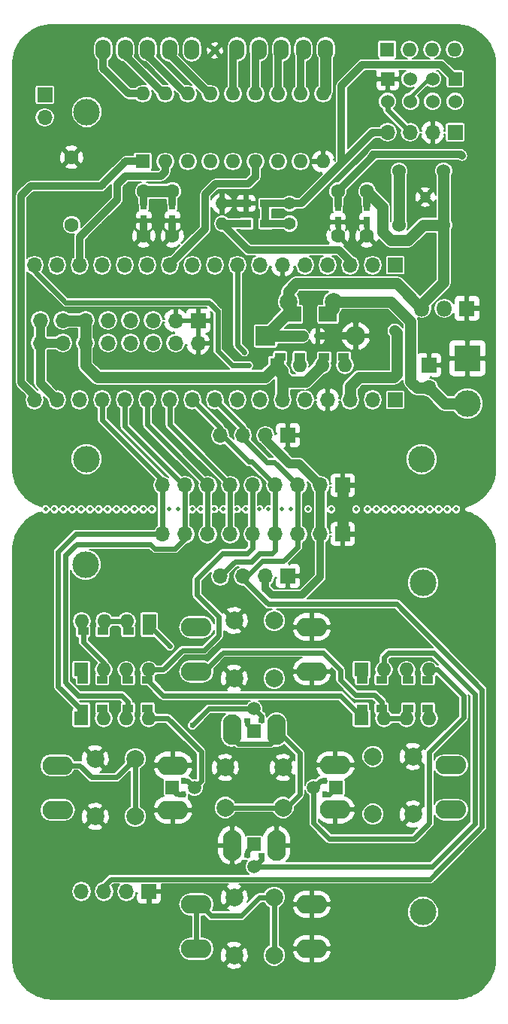
<source format=gtl>
G04 #@! TF.FileFunction,Copper,L1,Top,Signal*
%FSLAX45Y45*%
G04 Gerber Fmt 4.5, Leading zero omitted, Abs format (unit mm)*
G04 Created by KiCad (PCBNEW 4.0.6-e0-6349~53~ubuntu16.04.1) date Fri May  5 10:31:02 2017*
%MOMM*%
%LPD*%
G01*
G04 APERTURE LIST*
%ADD10C,0.020000*%
%ADD11R,1.500000X1.500000*%
%ADD12C,1.500000*%
%ADD13C,3.000000*%
%ADD14R,1.700000X1.700000*%
%ADD15O,1.700000X1.700000*%
%ADD16C,2.000000*%
%ADD17O,3.433200X2.114400*%
%ADD18R,0.800000X0.600000*%
%ADD19R,0.600000X0.800000*%
%ADD20O,2.114400X3.433200*%
%ADD21R,1.600000X1.600000*%
%ADD22O,1.600000X1.600000*%
%ADD23R,1.200000X0.900000*%
%ADD24R,3.000000X3.000000*%
%ADD25R,2.200000X2.200000*%
%ADD26O,2.200000X2.200000*%
%ADD27R,2.000000X1.700000*%
%ADD28R,0.750000X1.200000*%
%ADD29C,1.524000*%
%ADD30C,1.600000*%
%ADD31C,1.400000*%
%ADD32O,1.400000X1.400000*%
%ADD33C,1.600200*%
%ADD34O,1.724000X2.310000*%
%ADD35R,1.524000X1.524000*%
%ADD36R,1.800000X1.800000*%
%ADD37O,1.800000X1.800000*%
%ADD38C,0.800000*%
%ADD39C,1.200000*%
%ADD40C,0.500000*%
%ADD41C,0.600000*%
%ADD42C,0.812800*%
%ADD43C,1.270000*%
%ADD44C,0.609600*%
%ADD45C,0.406400*%
%ADD46C,1.016000*%
%ADD47C,0.150000*%
G04 APERTURE END LIST*
D10*
D11*
X13425600Y-12099544D03*
D12*
X13171600Y-12099544D03*
D11*
X12500000Y-11468100D03*
D12*
X12500000Y-11214100D03*
D11*
X11574400Y-12099544D03*
D12*
X11828400Y-12099544D03*
D11*
X12500000Y-12735560D03*
D12*
X12500000Y-12989560D03*
D13*
X14400306Y-13500608D03*
D14*
X11316716Y-13267980D03*
D15*
X11062716Y-13267980D03*
X10808716Y-13267980D03*
X10554716Y-13267980D03*
D16*
X12725000Y-13985120D03*
X12275000Y-13985120D03*
X12725000Y-13335120D03*
X12275000Y-13335120D03*
D17*
X11850356Y-13412660D03*
X11850356Y-13912660D03*
X13150356Y-13912660D03*
X13150356Y-13412660D03*
D18*
X12579848Y-12865100D03*
X12419848Y-12865100D03*
D19*
X13298600Y-12019544D03*
X13298600Y-12179544D03*
X11701780Y-12019544D03*
X11701780Y-12179544D03*
D16*
X11160400Y-12424544D03*
X10710400Y-12424544D03*
X11160400Y-11774544D03*
X10710400Y-11774544D03*
D17*
X10285716Y-11850814D03*
X10285716Y-12350814D03*
X11585716Y-12350814D03*
X11585716Y-11850814D03*
D16*
X12175000Y-12324544D03*
X12175000Y-11874544D03*
X12825000Y-12324544D03*
X12825000Y-11874544D03*
D20*
X12750000Y-11449544D03*
X12250000Y-11449544D03*
X12250000Y-12749544D03*
X12750000Y-12749544D03*
D18*
X12580864Y-11342624D03*
X12420864Y-11342624D03*
D21*
X10552176Y-11320272D03*
D22*
X10806176Y-11320272D03*
X11060176Y-11320272D03*
X11314176Y-11320272D03*
D23*
X11077684Y-11208512D03*
X11297684Y-11208512D03*
X10569176Y-11208512D03*
X10789176Y-11208512D03*
X10569176Y-10886948D03*
X10789176Y-10886948D03*
X11077684Y-10886948D03*
X11297684Y-10886948D03*
D21*
X10552176Y-10774680D03*
D22*
X10806176Y-10774680D03*
X11060176Y-10774680D03*
X11314176Y-10774680D03*
D16*
X13839600Y-11749540D03*
X14289600Y-11749540D03*
X13839600Y-12399540D03*
X14289600Y-12399540D03*
D17*
X14714996Y-12348020D03*
X14714996Y-11848020D03*
X13414996Y-11848020D03*
X13414996Y-12348020D03*
D23*
X14455920Y-11209020D03*
X14235920Y-11209020D03*
X13936236Y-11208512D03*
X13716236Y-11208512D03*
D21*
X13711428Y-11320272D03*
D22*
X13965428Y-11320272D03*
X14219428Y-11320272D03*
X14473428Y-11320272D03*
D23*
X14235920Y-10886948D03*
X14455920Y-10886948D03*
X13716236Y-10886948D03*
X13936236Y-10886948D03*
D21*
X13711428Y-10774680D03*
D22*
X13965428Y-10774680D03*
X14219428Y-10774680D03*
X14473428Y-10774680D03*
D16*
X12725000Y-10871080D03*
X12275000Y-10871080D03*
X12725000Y-10221080D03*
X12275000Y-10221080D03*
D17*
X11850356Y-10294556D03*
X11850356Y-10794556D03*
X13150356Y-10794556D03*
X13150356Y-10294556D03*
D23*
X10573748Y-10340848D03*
X10793748Y-10340848D03*
X11083272Y-10341356D03*
X11303272Y-10341356D03*
D21*
X11318748Y-10229088D03*
D22*
X11064748Y-10229088D03*
X10810748Y-10229088D03*
X10556748Y-10229088D03*
D13*
X10599660Y-9592310D03*
X14402540Y-9795764D03*
D14*
X12881000Y-9723120D03*
D15*
X12627000Y-9723120D03*
X12373000Y-9723120D03*
X12119000Y-9723120D03*
D14*
X13500000Y-9250000D03*
D15*
X13246000Y-9250000D03*
X12992000Y-9250000D03*
X12738000Y-9250000D03*
X12484000Y-9250000D03*
X12230000Y-9250000D03*
X11976000Y-9250000D03*
X11722000Y-9250000D03*
X11468000Y-9250000D03*
D14*
X13500000Y-8700000D03*
D15*
X13246000Y-8700000D03*
X12992000Y-8700000D03*
X12738000Y-8700000D03*
X12484000Y-8700000D03*
X12230000Y-8700000D03*
X11976000Y-8700000D03*
X11722000Y-8700000D03*
X11468000Y-8700000D03*
D13*
X14385798Y-8405622D03*
D14*
X12881000Y-8139176D03*
D15*
X12627000Y-8139176D03*
X12373000Y-8139176D03*
X12119000Y-8139176D03*
D13*
X10610850Y-8404860D03*
D24*
X14903196Y-7273290D03*
D13*
X14903196Y-7781290D03*
D14*
X14470380Y-7349490D03*
D15*
X14470380Y-7603490D03*
D14*
X14089380Y-7739380D03*
D15*
X13835380Y-7739380D03*
X13581380Y-7739380D03*
X13327380Y-7739380D03*
X13073380Y-7739380D03*
X12819380Y-7739380D03*
X12565380Y-7739380D03*
X12311380Y-7739380D03*
X12057380Y-7739380D03*
X11803380Y-7739380D03*
X11549380Y-7739380D03*
X11295380Y-7739380D03*
X11041380Y-7739380D03*
X10787380Y-7739380D03*
X10533380Y-7739380D03*
X10279380Y-7739380D03*
X10025380Y-7739380D03*
D14*
X11869420Y-6847840D03*
D15*
X11869420Y-7101840D03*
X11615420Y-6847840D03*
X11615420Y-7101840D03*
X11361420Y-6847840D03*
X11361420Y-7101840D03*
X11107420Y-6847840D03*
X11107420Y-7101840D03*
X10853420Y-6847840D03*
X10853420Y-7101840D03*
X10599420Y-6847840D03*
X10599420Y-7101840D03*
X10345420Y-6847840D03*
X10345420Y-7101840D03*
X10091420Y-6847840D03*
X10091420Y-7101840D03*
D23*
X12792946Y-7257796D03*
X13012946Y-7257796D03*
X13289516Y-7259828D03*
X13509516Y-7259828D03*
D21*
X12758928Y-7350252D03*
D22*
X13012928Y-7350252D03*
X13266928Y-7350252D03*
X13520928Y-7350252D03*
D19*
X13047308Y-7022592D03*
X13217308Y-7022592D03*
D25*
X12629388Y-7022592D03*
D26*
X13645388Y-7022592D03*
D27*
X13331800Y-6778244D03*
X12931800Y-6778244D03*
D16*
X13397484Y-6636004D03*
X12889484Y-6635004D03*
D14*
X14089380Y-6225032D03*
D15*
X13835380Y-6225032D03*
X13581380Y-6225032D03*
X13327380Y-6225032D03*
X13073380Y-6225032D03*
X12819380Y-6225032D03*
X12565380Y-6225032D03*
X12311380Y-6225032D03*
X12057380Y-6225032D03*
X11803380Y-6225032D03*
X11549380Y-6225032D03*
X11295380Y-6225032D03*
X11041380Y-6225032D03*
X10787380Y-6225032D03*
X10533380Y-6225032D03*
X10279380Y-6225032D03*
X10025380Y-6225032D03*
D28*
X13444220Y-5551420D03*
X13444220Y-5741420D03*
D29*
X14635480Y-5773140D03*
X14132560Y-5773140D03*
X14132560Y-5168620D03*
X14635480Y-5168620D03*
D28*
X13771880Y-5741420D03*
X13771880Y-5551420D03*
D30*
X13771880Y-5895340D03*
X13771880Y-5395340D03*
X13444220Y-5394960D03*
X13444220Y-5894960D03*
D31*
X12900660Y-5758180D03*
D32*
X12138660Y-5758180D03*
D23*
X12629660Y-5758180D03*
X12409660Y-5758180D03*
D31*
X12900660Y-5532120D03*
D32*
X12138660Y-5532120D03*
D23*
X12629660Y-5532120D03*
X12409660Y-5532120D03*
D30*
X11578336Y-5895340D03*
X11578336Y-5395340D03*
D28*
X11578336Y-5726180D03*
X11578336Y-5536180D03*
D13*
X10614660Y-4501896D03*
D30*
X11257026Y-5395214D03*
X11257026Y-5895214D03*
D28*
X11257026Y-5536180D03*
X11257026Y-5726180D03*
D33*
X10444480Y-5772404D03*
X10444480Y-5012436D03*
D21*
X11244580Y-5059680D03*
D22*
X13276580Y-4297680D03*
X11498580Y-5059680D03*
X13022580Y-4297680D03*
X11752580Y-5059680D03*
X12768580Y-4297680D03*
X12006580Y-5059680D03*
X12514580Y-4297680D03*
X12260580Y-5059680D03*
X12260580Y-4297680D03*
X12514580Y-5059680D03*
X12006580Y-4297680D03*
X12768580Y-5059680D03*
X11752580Y-4297680D03*
X13022580Y-5059680D03*
X11498580Y-4297680D03*
X13276580Y-5059680D03*
X11244580Y-4297680D03*
D14*
X10142220Y-4310380D03*
D15*
X10142220Y-4564380D03*
D34*
X11297920Y-3799840D03*
X11547920Y-3799840D03*
X11797920Y-3799840D03*
X10797920Y-3799840D03*
X11047920Y-3799840D03*
X12806680Y-3799840D03*
X13056680Y-3799840D03*
X13306680Y-3799840D03*
X12306680Y-3799840D03*
X12556680Y-3799840D03*
D14*
X14765528Y-4732020D03*
D15*
X14511528Y-4732020D03*
X14257528Y-4732020D03*
X14003528Y-4732020D03*
D21*
X13997940Y-3799840D03*
D22*
X14251940Y-3799840D03*
X14505940Y-3799840D03*
X14759940Y-3799840D03*
D35*
X14003020Y-4130040D03*
D29*
X14257020Y-4130040D03*
X14511020Y-4130040D03*
D35*
X14765020Y-4130040D03*
D29*
X14765020Y-4384040D03*
X14511020Y-4384040D03*
X14262100Y-4384040D03*
X14003020Y-4384040D03*
D36*
X14897608Y-6711188D03*
D37*
X14643608Y-6711188D03*
X14389608Y-6711188D03*
D38*
X12057888Y-3811524D03*
D39*
X14428216Y-5459476D03*
D40*
X14778154Y-8969756D03*
X14678154Y-8969756D03*
X14578154Y-8969756D03*
X14478154Y-8969756D03*
X14378154Y-8969756D03*
X14278154Y-8969756D03*
X14178154Y-8969756D03*
X14078154Y-8969756D03*
X13978154Y-8969756D03*
X13878154Y-8969756D03*
X13778154Y-8969756D03*
X11350000Y-8969756D03*
X11250000Y-8969756D03*
X13648944Y-8970264D03*
X13369798Y-8970264D03*
X12916154Y-8969756D03*
X12662154Y-8969756D03*
X12408154Y-8969756D03*
X12154154Y-8969756D03*
X11900154Y-8969756D03*
X13106908Y-8967978D03*
X12815316Y-8967216D03*
X12560808Y-8970264D03*
X12307824Y-8969502D03*
X12052808Y-8969248D03*
X11800840Y-8969756D03*
X11545062Y-8969502D03*
X11646154Y-8969756D03*
X11150000Y-8969756D03*
X11050000Y-8969756D03*
X10950000Y-8969756D03*
X10850000Y-8969756D03*
X10750000Y-8969756D03*
X10650000Y-8969756D03*
X10550000Y-8969756D03*
X10450000Y-8969756D03*
X10350000Y-8969756D03*
X10250000Y-8969756D03*
X10150094Y-8969756D03*
D41*
X11801856Y-11399520D03*
X12438888Y-7353808D03*
X11550396Y-10511028D03*
X12390120Y-7202424D03*
X14084620Y-6964106D03*
X14843760Y-4994910D03*
X13838682Y-4981702D03*
D42*
X11578336Y-5895340D02*
X11578336Y-5726180D01*
X11257026Y-5895214D02*
X11257026Y-5726180D01*
D43*
X13500000Y-8700000D02*
X13500000Y-9250000D01*
D44*
X13771880Y-5895340D02*
X13771880Y-5741420D01*
X13444220Y-5894960D02*
X13444220Y-5741420D01*
D42*
X13645388Y-7022592D02*
X13217308Y-7022592D01*
X12409660Y-5532120D02*
X12138660Y-5532120D01*
D45*
X14289600Y-11749540D02*
X14291810Y-11749540D01*
X14289600Y-11749540D02*
X14289600Y-11766482D01*
D43*
X13397484Y-6636004D02*
X14042898Y-6636004D01*
X14263370Y-6856476D02*
X14263370Y-7534910D01*
X14042898Y-6636004D02*
X14263370Y-6856476D01*
X14470380Y-7603490D02*
X14331950Y-7603490D01*
X14331950Y-7603490D02*
X14263370Y-7534910D01*
X14903196Y-7781290D02*
X14648180Y-7781290D01*
X14648180Y-7781290D02*
X14470380Y-7603490D01*
X13397484Y-6636004D02*
X13397484Y-6712560D01*
X13397484Y-6712560D02*
X13331800Y-6778244D01*
D42*
X13397484Y-6712560D02*
X13331800Y-6778244D01*
X13022580Y-3833940D02*
X13056680Y-3799840D01*
X13022580Y-4297680D02*
X13022580Y-3833940D01*
X11295380Y-6225032D02*
X11286236Y-6225032D01*
X12768580Y-3837940D02*
X12806680Y-3799840D01*
X12768580Y-4297680D02*
X12768580Y-3837940D01*
X11549380Y-6225032D02*
X11549380Y-6217666D01*
X11549380Y-6217666D02*
X11949938Y-5817108D01*
X11949938Y-5817108D02*
X11949938Y-5425948D01*
X11949938Y-5425948D02*
X12064492Y-5311394D01*
X12064492Y-5311394D02*
X12433300Y-5311394D01*
X12433300Y-5311394D02*
X12514580Y-5230114D01*
X12514580Y-5230114D02*
X12514580Y-5059680D01*
X12514580Y-4297680D02*
X12514580Y-3841940D01*
X12514580Y-3841940D02*
X12556680Y-3799840D01*
X12260580Y-4297680D02*
X12260580Y-3845940D01*
X12260580Y-3845940D02*
X12306680Y-3799840D01*
X12260580Y-3845940D02*
X12306680Y-3799840D01*
X12006580Y-4297680D02*
X11992356Y-4297680D01*
X11992356Y-4297680D02*
X11547920Y-3853244D01*
X11547920Y-3853244D02*
X11547920Y-3799840D01*
X11297920Y-3867404D02*
X11297920Y-3799840D01*
X11728196Y-4297680D02*
X11297920Y-3867404D01*
X11752580Y-4297680D02*
X11728196Y-4297680D01*
X11479276Y-4297680D02*
X11047920Y-3866324D01*
X11047920Y-3866324D02*
X11047920Y-3799840D01*
X11498580Y-4297680D02*
X11479276Y-4297680D01*
X11244580Y-4297680D02*
X11084560Y-4297680D01*
X11084560Y-4297680D02*
X10797920Y-4011040D01*
X10797920Y-4011040D02*
X10797920Y-3799840D01*
X10533380Y-6225032D02*
X10533380Y-5912358D01*
X11052810Y-5223510D02*
X11273536Y-5223510D01*
X10959084Y-5317236D02*
X11052810Y-5223510D01*
X10959084Y-5486654D02*
X10959084Y-5317236D01*
X10533380Y-5912358D02*
X10959084Y-5486654D01*
X11498580Y-5173980D02*
X11498580Y-5059680D01*
X11449050Y-5223510D02*
X11498580Y-5173980D01*
X11273536Y-5223510D02*
X11449050Y-5223510D01*
D44*
X13298600Y-12179544D02*
X13345600Y-12179544D01*
X13345600Y-12179544D02*
X13425600Y-12099544D01*
X12419848Y-12865100D02*
X12419848Y-12815712D01*
X12419848Y-12815712D02*
X12500000Y-12735560D01*
X11701780Y-12179544D02*
X11654400Y-12179544D01*
X11654400Y-12179544D02*
X11574400Y-12099544D01*
X12420864Y-11342624D02*
X12420864Y-11388964D01*
X12420864Y-11388964D02*
X12500000Y-11468100D01*
D45*
X11574400Y-12132184D02*
X11621760Y-12179544D01*
X11621760Y-12179544D02*
X11701400Y-12179544D01*
D44*
X10806176Y-11320272D02*
X10806176Y-11225512D01*
X10806176Y-11225512D02*
X10789176Y-11208512D01*
X12500000Y-11214100D02*
X11987276Y-11214100D01*
X11987276Y-11214100D02*
X11801856Y-11399520D01*
X12580864Y-11342624D02*
X12580864Y-11294964D01*
X12580864Y-11294964D02*
X12500000Y-11214100D01*
X13936236Y-11208512D02*
X13936236Y-11136648D01*
X13936236Y-11136648D02*
X13855700Y-11056112D01*
X11850356Y-10794556D02*
X11934634Y-10794556D01*
X11934634Y-10794556D02*
X12148312Y-10580878D01*
X12148312Y-10580878D02*
X13277342Y-10580878D01*
X13277342Y-10580878D02*
X13472160Y-10775696D01*
X13472160Y-10775696D02*
X13472160Y-10885424D01*
X13472160Y-10885424D02*
X13642848Y-11056112D01*
X13642848Y-11056112D02*
X13855700Y-11056112D01*
X13965428Y-11320272D02*
X13965428Y-11237704D01*
X13965428Y-11237704D02*
X13936236Y-11208512D01*
X14235920Y-11209020D02*
X14235920Y-11303780D01*
X14235920Y-11303780D02*
X14219428Y-11320272D01*
X13965428Y-11237704D02*
X13936236Y-11208512D01*
X14219428Y-11320272D02*
X13965428Y-11320272D01*
X11314176Y-10774680D02*
X11476736Y-10774680D01*
X11857736Y-9935464D02*
X11857736Y-9756394D01*
X12103608Y-10181336D02*
X11857736Y-9935464D01*
X12103608Y-10388092D02*
X12103608Y-10181336D01*
X11935968Y-10555732D02*
X12103608Y-10388092D01*
X11695684Y-10555732D02*
X11935968Y-10555732D01*
X11476736Y-10774680D02*
X11695684Y-10555732D01*
X13472668Y-11064240D02*
X11474976Y-11064240D01*
X11474976Y-11064240D02*
X11297684Y-10886948D01*
X12484000Y-9404450D02*
X12484000Y-9250000D01*
X12420600Y-9467850D02*
X12484000Y-9404450D01*
X12146280Y-9467850D02*
X12420600Y-9467850D01*
X11857736Y-9756394D02*
X12146280Y-9467850D01*
X13711428Y-11320272D02*
X13711428Y-11213320D01*
X13711428Y-11213320D02*
X13716236Y-11208512D01*
X13711428Y-11320272D02*
X13711428Y-11303000D01*
X13711428Y-11303000D02*
X13472668Y-11064240D01*
X11986260Y-6644132D02*
X11989562Y-6644132D01*
X12257278Y-7353808D02*
X12438888Y-7353808D01*
X12089130Y-7185660D02*
X12257278Y-7353808D01*
X12089130Y-6743700D02*
X12089130Y-7185660D01*
X11989562Y-6644132D02*
X12089130Y-6743700D01*
X10025380Y-6225032D02*
X10025380Y-6292596D01*
X10025380Y-6292596D02*
X10376916Y-6644132D01*
X10376916Y-6644132D02*
X11986260Y-6644132D01*
X12484000Y-8700000D02*
X12484000Y-9250000D01*
D45*
X11314176Y-10774680D02*
X11314176Y-10870456D01*
X11314176Y-10870456D02*
X11297684Y-10886948D01*
D44*
X11303272Y-10341356D02*
X11303272Y-10244564D01*
X11303272Y-10244564D02*
X11318748Y-10229088D01*
X11550396Y-10511028D02*
X11318748Y-10279380D01*
X11318748Y-10279380D02*
X11318748Y-10229088D01*
X14455920Y-11302764D02*
X14455920Y-11209020D01*
D45*
X11303272Y-10244564D02*
X11318748Y-10229088D01*
D44*
X12725000Y-13335120D02*
X12725000Y-13985120D01*
X11850356Y-13412660D02*
X11885928Y-13412660D01*
X11885928Y-13412660D02*
X12014516Y-13541248D01*
X12560688Y-13335120D02*
X12725000Y-13335120D01*
X12354560Y-13541248D02*
X12560688Y-13335120D01*
X12014516Y-13541248D02*
X12354560Y-13541248D01*
X11850356Y-13912660D02*
X11850356Y-13412660D01*
X10793748Y-10340848D02*
X10793748Y-10246088D01*
X10793748Y-10246088D02*
X10810748Y-10229088D01*
X11083272Y-10341356D02*
X11083272Y-10247612D01*
X11083272Y-10247612D02*
X11064748Y-10229088D01*
X11064748Y-10229088D02*
X10810748Y-10229088D01*
D45*
X10793748Y-10246088D02*
X10810748Y-10229088D01*
X11064748Y-10229088D02*
X11083272Y-10247612D01*
D44*
X12825000Y-12324544D02*
X12175000Y-12324544D01*
X12825000Y-12324544D02*
X12863366Y-12324544D01*
X12863366Y-12324544D02*
X13014452Y-12173458D01*
X13014452Y-12173458D02*
X13014452Y-11713996D01*
X13014452Y-11713996D02*
X12750000Y-11449544D01*
X12750000Y-11449544D02*
X12750000Y-11538750D01*
X12750000Y-11538750D02*
X12683490Y-11605260D01*
X12320778Y-11605260D02*
X12250000Y-11534482D01*
X12683490Y-11605260D02*
X12320778Y-11605260D01*
X12250000Y-11534482D02*
X12250000Y-11449544D01*
X10789176Y-10886948D02*
X10789176Y-10791680D01*
X10789176Y-10791680D02*
X10806176Y-10774680D01*
X10573748Y-10340848D02*
X10573748Y-10246088D01*
X10573748Y-10246088D02*
X10556748Y-10229088D01*
X10806176Y-10774680D02*
X10806176Y-10694416D01*
X10573748Y-10461988D02*
X10573748Y-10340848D01*
X10806176Y-10694416D02*
X10573748Y-10461988D01*
D45*
X10806176Y-10774680D02*
X10806176Y-10869948D01*
X10556748Y-10323848D02*
X10573748Y-10340848D01*
D44*
X11160400Y-11774544D02*
X11160400Y-12424544D01*
X10285716Y-11850814D02*
X10536110Y-11850814D01*
X10950208Y-11984736D02*
X11160400Y-11774544D01*
X10670032Y-11984736D02*
X10950208Y-11984736D01*
X10536110Y-11850814D02*
X10670032Y-11984736D01*
X10552176Y-10774680D02*
X10552176Y-10869948D01*
X10552176Y-10869948D02*
X10569176Y-10886948D01*
D45*
X10552176Y-10869948D02*
X10569176Y-10886948D01*
D44*
X10552176Y-11320272D02*
X10552176Y-11222736D01*
X10552176Y-11222736D02*
X10292908Y-10963468D01*
X10492404Y-9250000D02*
X11468000Y-9250000D01*
X10292908Y-9449496D02*
X10492404Y-9250000D01*
X10292908Y-10963468D02*
X10292908Y-9449496D01*
X11468000Y-8700000D02*
X11468000Y-8644790D01*
X11468000Y-8644790D02*
X10787380Y-7964170D01*
X10787380Y-7964170D02*
X10787380Y-7739380D01*
D45*
X10552176Y-11320272D02*
X10552176Y-11225512D01*
X10552176Y-11225512D02*
X10569176Y-11208512D01*
D44*
X11468000Y-8700000D02*
X11468000Y-9250000D01*
D42*
X12702286Y-9936226D02*
X12627000Y-9860940D01*
X13042900Y-9936226D02*
X12702286Y-9936226D01*
X11060176Y-10774680D02*
X11060176Y-10869440D01*
X11060176Y-10869440D02*
X11077684Y-10886948D01*
X11070649Y-10774680D02*
X11060176Y-10774680D01*
X13246000Y-9250000D02*
X13246000Y-9733126D01*
X12627000Y-9860940D02*
X12627000Y-9723120D01*
X13246000Y-9733126D02*
X13042900Y-9936226D01*
D43*
X12758928Y-7350252D02*
X12758928Y-7400544D01*
X12758928Y-7400544D02*
X12894310Y-7535926D01*
X13081254Y-7535926D02*
X13266928Y-7350252D01*
X12894310Y-7535926D02*
X13081254Y-7535926D01*
X10599420Y-7349810D02*
X10736260Y-7486650D01*
X12622530Y-7486650D02*
X12758928Y-7350252D01*
X10736260Y-7486650D02*
X12622530Y-7486650D01*
X12819380Y-7739380D02*
X12819380Y-7410704D01*
X12819380Y-7410704D02*
X12758928Y-7350252D01*
X10345420Y-6847840D02*
X10599420Y-6847840D01*
X10599420Y-6847840D02*
X10599420Y-7101840D01*
X10599420Y-7101840D02*
X10599420Y-7349810D01*
D46*
X13246000Y-8700000D02*
X13246000Y-9250000D01*
X12627000Y-8139176D02*
X12627000Y-8185048D01*
X12627000Y-8185048D02*
X12899136Y-8457184D01*
X13003184Y-8457184D02*
X13246000Y-8700000D01*
X12899136Y-8457184D02*
X13003184Y-8457184D01*
D42*
X13266928Y-7350252D02*
X13266928Y-7282416D01*
X13266928Y-7282416D02*
X13289516Y-7259828D01*
X12758928Y-7350252D02*
X12758928Y-7291814D01*
X12758928Y-7291814D02*
X12792946Y-7257796D01*
D44*
X11085017Y-10774680D02*
X11060176Y-10774680D01*
D45*
X12627000Y-9723120D02*
X12627000Y-9793884D01*
X11060176Y-10869440D02*
X11077684Y-10886948D01*
X11060176Y-10774680D02*
X11081512Y-10774680D01*
D42*
X10599420Y-7101840D02*
X10599420Y-7349810D01*
X10599420Y-6847840D02*
X10599420Y-7101840D01*
D44*
X11722000Y-9250000D02*
X11722000Y-9300056D01*
X11722000Y-9300056D02*
X11609324Y-9412732D01*
X11077684Y-11136358D02*
X11077684Y-11208512D01*
X11005566Y-11064240D02*
X11077684Y-11136358D01*
X10519410Y-11064240D02*
X11005566Y-11064240D01*
X10373868Y-10918698D02*
X10519410Y-11064240D01*
X10373868Y-9487154D02*
X10373868Y-10918698D01*
X10498582Y-9362440D02*
X10373868Y-9487154D01*
X11333988Y-9362440D02*
X10498582Y-9362440D01*
X11384280Y-9412732D02*
X11333988Y-9362440D01*
X11609324Y-9412732D02*
X11384280Y-9412732D01*
X11060176Y-11320272D02*
X11060176Y-11226020D01*
X11060176Y-11226020D02*
X11077684Y-11208512D01*
X11722000Y-8700000D02*
X11706344Y-8700000D01*
X11706344Y-8700000D02*
X11041380Y-8035036D01*
X11041380Y-8035036D02*
X11041380Y-7739380D01*
X11722000Y-8700000D02*
X11722000Y-9250000D01*
X11041380Y-7739380D02*
X11041380Y-7749380D01*
D45*
X13711428Y-10774680D02*
X13711428Y-10882140D01*
X13711428Y-10882140D02*
X13716236Y-10886948D01*
D44*
X11295380Y-7739380D02*
X11295380Y-8019380D01*
X11295380Y-8019380D02*
X11976000Y-8700000D01*
X11976000Y-8700000D02*
X11976000Y-9250000D01*
X11295380Y-7739380D02*
X11295380Y-7749380D01*
X14235920Y-10886948D02*
X14235920Y-10791172D01*
X14235920Y-10791172D02*
X14219428Y-10774680D01*
D45*
X14219428Y-10870456D02*
X14235920Y-10886948D01*
D44*
X11549380Y-7739380D02*
X11549380Y-8019380D01*
X11549380Y-8019380D02*
X12230000Y-8700000D01*
X12230000Y-8700000D02*
X12230000Y-9250000D01*
D42*
X14003528Y-4732020D02*
X13832840Y-4732020D01*
X13832840Y-4732020D02*
X13484860Y-5080000D01*
X12900660Y-5532120D02*
X13032740Y-5532120D01*
X13032740Y-5532120D02*
X13484860Y-5080000D01*
X14605000Y-3970020D02*
X14765020Y-4130040D01*
X13721080Y-3970020D02*
X14605000Y-3970020D01*
X13484860Y-4206240D02*
X13721080Y-3970020D01*
X13484860Y-5080000D02*
X13484860Y-4206240D01*
X12900660Y-5532120D02*
X12629660Y-5532120D01*
X12629660Y-5532120D02*
X12629660Y-5758180D01*
X12629660Y-5758180D02*
X12900660Y-5758180D01*
X13581380Y-6225032D02*
X13581380Y-6180074D01*
X13581380Y-6180074D02*
X13458698Y-6057392D01*
X13458698Y-6057392D02*
X12437872Y-6057392D01*
X12437872Y-6057392D02*
X12138660Y-5758180D01*
X12138660Y-5758180D02*
X12409660Y-5758180D01*
D44*
X10808716Y-13267980D02*
X10808716Y-13210286D01*
X10808716Y-13210286D02*
X10889742Y-13129260D01*
X10889742Y-13129260D02*
X10934700Y-13129260D01*
X10934700Y-13129260D02*
X14481556Y-13129260D01*
X14481556Y-13129260D02*
X14512544Y-13098272D01*
X14512544Y-13098272D02*
X14512544Y-13097764D01*
X12373000Y-9723120D02*
X12373000Y-9752228D01*
X12373000Y-9752228D02*
X12656820Y-10036048D01*
X15068042Y-12542266D02*
X14512544Y-13097764D01*
X15068042Y-10997184D02*
X15068042Y-12542266D01*
X14106906Y-10036048D02*
X15068042Y-10997184D01*
X12656820Y-10036048D02*
X14106906Y-10036048D01*
X12373000Y-9723120D02*
X12420600Y-9723120D01*
X12420600Y-9723120D02*
X12588240Y-9555480D01*
X12588240Y-9555480D02*
X12832080Y-9555480D01*
X12832080Y-9555480D02*
X12992000Y-9395560D01*
X12992000Y-9395560D02*
X12992000Y-9250000D01*
X12311380Y-6225032D02*
X12311380Y-7125208D01*
X12388596Y-7202424D02*
X12390120Y-7202424D01*
X12311380Y-7125208D02*
X12388596Y-7202424D01*
D42*
X13012928Y-7350252D02*
X13012928Y-7257814D01*
X13012928Y-7257814D02*
X13012946Y-7257796D01*
D45*
X13012946Y-7257796D02*
X13012946Y-7255274D01*
X13012928Y-7257814D02*
X13012946Y-7257796D01*
X13012928Y-7350252D02*
X13012928Y-7335520D01*
D44*
X12373000Y-8166760D02*
X12645136Y-8438896D01*
X12730896Y-8438896D02*
X12992000Y-8700000D01*
X12645136Y-8438896D02*
X12730896Y-8438896D01*
X12373000Y-8139176D02*
X12373000Y-8055000D01*
X12373000Y-8055000D02*
X12057380Y-7739380D01*
X12373000Y-8139176D02*
X12373000Y-8166760D01*
X12992000Y-8700000D02*
X12992000Y-9250000D01*
X12119000Y-9723120D02*
X12119000Y-9760610D01*
X12738000Y-9250000D02*
X12738000Y-9431440D01*
X12282830Y-9559290D02*
X12119000Y-9723120D01*
X12469935Y-9559290D02*
X12282830Y-9559290D01*
X12561375Y-9467850D02*
X12469935Y-9559290D01*
X12701590Y-9467850D02*
X12561375Y-9467850D01*
X12738000Y-9431440D02*
X12701590Y-9467850D01*
X12738000Y-9250000D02*
X12722016Y-9250000D01*
D42*
X13520928Y-7350252D02*
X13520928Y-7271240D01*
X13520928Y-7271240D02*
X13509516Y-7259828D01*
D44*
X12119000Y-8139176D02*
X12142216Y-8139176D01*
X12142216Y-8139176D02*
X12439904Y-8436864D01*
X12474864Y-8436864D02*
X12738000Y-8700000D01*
X12439904Y-8436864D02*
X12474864Y-8436864D01*
X12738000Y-8700000D02*
X12738000Y-9250000D01*
X12119000Y-8139176D02*
X12119000Y-8055000D01*
X12119000Y-8055000D02*
X11803380Y-7739380D01*
X12119000Y-8139176D02*
X12145772Y-8139176D01*
D42*
X11244580Y-5059680D02*
X11054080Y-5059680D01*
X10775696Y-5338064D02*
X9981946Y-5338064D01*
X11054080Y-5059680D02*
X10775696Y-5338064D01*
X10025380Y-7739380D02*
X10025380Y-7693660D01*
X10025380Y-7693660D02*
X9875520Y-7543800D01*
X9875520Y-5444490D02*
X9981946Y-5338064D01*
X9875520Y-7543800D02*
X9875520Y-5444490D01*
D46*
X10345420Y-7101840D02*
X10091420Y-7101840D01*
X10279380Y-7739380D02*
X10091420Y-7551420D01*
X10091420Y-7551420D02*
X10091420Y-7101840D01*
X10091420Y-7101840D02*
X10091420Y-6847840D01*
D44*
X10091420Y-7101840D02*
X10091420Y-6847840D01*
X10091420Y-7101840D02*
X10091420Y-7551420D01*
D43*
X14073378Y-7487920D02*
X13681964Y-7487920D01*
X14109700Y-7451598D02*
X14073378Y-7487920D01*
X14109700Y-6989186D02*
X14109700Y-7451598D01*
X14084620Y-6964106D02*
X14109700Y-6989186D01*
X14132560Y-5773140D02*
X14132560Y-5168620D01*
X13581380Y-7739380D02*
X13581380Y-7588504D01*
X13581380Y-7588504D02*
X13681964Y-7487920D01*
D42*
X11578336Y-5395340D02*
X11578336Y-5536180D01*
X11257026Y-5395214D02*
X11257026Y-5536180D01*
D43*
X11578336Y-5395340D02*
X11257152Y-5395340D01*
X11257152Y-5395340D02*
X11257026Y-5395214D01*
X13306680Y-4267580D02*
X13276580Y-4297680D01*
X13306680Y-3799840D02*
X13306680Y-4267580D01*
D42*
X13276580Y-3829940D02*
X13306680Y-3799840D01*
D43*
X14132560Y-5773140D02*
X14132560Y-5756020D01*
D44*
X14003020Y-4384040D02*
X14003020Y-4477512D01*
X14003020Y-4477512D02*
X14257528Y-4732020D01*
D43*
X14635480Y-5773140D02*
X14405128Y-5773140D01*
X13944854Y-5568314D02*
X13771880Y-5395340D01*
X13944854Y-5847842D02*
X13944854Y-5568314D01*
X14042644Y-5945632D02*
X13944854Y-5847842D01*
X14232636Y-5945632D02*
X14042644Y-5945632D01*
X14405128Y-5773140D02*
X14232636Y-5945632D01*
X14635480Y-5773140D02*
X14635480Y-5168620D01*
X12931800Y-6778244D02*
X12873736Y-6778244D01*
X12873736Y-6778244D02*
X12629388Y-7022592D01*
X13047308Y-7022592D02*
X12629388Y-7022592D01*
X12889484Y-6635004D02*
X12889484Y-6518656D01*
X14109700Y-6431280D02*
X14389608Y-6711188D01*
X12976860Y-6431280D02*
X14109700Y-6431280D01*
X12889484Y-6518656D02*
X12976860Y-6431280D01*
X14389608Y-6711188D02*
X14389608Y-6668262D01*
X14389608Y-6668262D02*
X14635480Y-6422390D01*
X14635480Y-6422390D02*
X14635480Y-5773140D01*
D42*
X12889484Y-6635004D02*
X12889484Y-6735928D01*
X12889484Y-6735928D02*
X12931800Y-6778244D01*
X12889484Y-6735928D02*
X12931800Y-6778244D01*
X13771880Y-5551420D02*
X13771880Y-5395340D01*
D45*
X14262100Y-4384040D02*
X14262100Y-4332224D01*
X14262100Y-4332224D02*
X14464284Y-4130040D01*
X14464284Y-4130040D02*
X14511020Y-4130040D01*
D42*
X14325600Y-4976368D02*
X14825218Y-4976368D01*
X14825218Y-4976368D02*
X14843760Y-4994910D01*
X13838682Y-4981702D02*
X13838682Y-5000498D01*
X13838682Y-5000498D02*
X13444220Y-5394960D01*
X13844016Y-4976368D02*
X13838682Y-4981702D01*
X14325600Y-4976368D02*
X13844016Y-4976368D01*
D44*
X13838682Y-4981702D02*
X13444220Y-5376164D01*
X13444220Y-5376164D02*
X13444220Y-5394960D01*
D42*
X13444220Y-5394960D02*
X13444220Y-5407660D01*
X13444220Y-5394960D02*
X13444220Y-5551420D01*
D44*
X11314176Y-11320272D02*
X11527028Y-11320272D01*
X11902440Y-12025504D02*
X11828400Y-12099544D01*
X11902440Y-11695684D02*
X11902440Y-12025504D01*
X11527028Y-11320272D02*
X11902440Y-11695684D01*
X11701780Y-12019544D02*
X11748400Y-12019544D01*
X11748400Y-12019544D02*
X11828400Y-12099544D01*
D45*
X11314176Y-11320272D02*
X11314176Y-11225004D01*
X11314176Y-11225004D02*
X11297684Y-11208512D01*
X11314176Y-11225004D02*
X11297684Y-11208512D01*
D44*
X13965428Y-10774680D02*
X13965428Y-10632948D01*
X14503400Y-12989560D02*
X12500000Y-12989560D01*
X14987016Y-12505944D02*
X14503400Y-12989560D01*
X14987016Y-11047476D02*
X14987016Y-12505944D01*
X14523212Y-10583672D02*
X14987016Y-11047476D01*
X14014704Y-10583672D02*
X14523212Y-10583672D01*
X13965428Y-10632948D02*
X14014704Y-10583672D01*
X12579848Y-12865100D02*
X12579848Y-12909712D01*
X12579848Y-12909712D02*
X12500000Y-12989560D01*
D45*
X13965428Y-10774680D02*
X13965428Y-10857756D01*
X13965428Y-10857756D02*
X13936236Y-10886948D01*
D44*
X14473428Y-10774680D02*
X14563344Y-10774680D01*
X13171600Y-12501040D02*
X13171600Y-12099544D01*
X13344144Y-12673584D02*
X13171600Y-12501040D01*
X14299692Y-12673584D02*
X13344144Y-12673584D01*
X14472920Y-12500356D02*
X14299692Y-12673584D01*
X14472920Y-11701272D02*
X14472920Y-12500356D01*
X14858492Y-11315700D02*
X14472920Y-11701272D01*
X14858492Y-11069828D02*
X14858492Y-11315700D01*
X14563344Y-10774680D02*
X14858492Y-11069828D01*
X14473428Y-10774680D02*
X14473428Y-10869440D01*
X14473428Y-10869440D02*
X14455920Y-10886948D01*
X14473428Y-10869440D02*
X14455920Y-10886948D01*
X13298600Y-12019544D02*
X13251600Y-12019544D01*
X13251600Y-12019544D02*
X13171600Y-12099544D01*
D47*
G36*
X14793664Y-3524010D02*
X14816539Y-3525736D01*
X14839062Y-3528576D01*
X14861211Y-3532504D01*
X14882953Y-3537490D01*
X14904275Y-3543507D01*
X14925140Y-3550527D01*
X14945529Y-3558524D01*
X14965410Y-3567469D01*
X14984759Y-3577335D01*
X15003549Y-3588096D01*
X15021750Y-3599723D01*
X15039337Y-3612189D01*
X15056277Y-3625464D01*
X15072548Y-3639525D01*
X15088117Y-3654339D01*
X15102956Y-3669879D01*
X15117040Y-3686119D01*
X15130340Y-3703030D01*
X15142825Y-3720581D01*
X15154473Y-3738750D01*
X15165250Y-3757501D01*
X15175132Y-3776811D01*
X15184090Y-3796653D01*
X15192100Y-3817001D01*
X15199130Y-3837823D01*
X15205156Y-3859097D01*
X15210150Y-3880798D01*
X15214083Y-3902896D01*
X15216928Y-3925372D01*
X15218656Y-3948200D01*
X15219248Y-3971734D01*
X15219248Y-8507808D01*
X15218619Y-8532049D01*
X15216783Y-8555539D01*
X15213763Y-8578651D01*
X15209588Y-8601361D01*
X15204291Y-8623636D01*
X15197901Y-8645454D01*
X15190450Y-8666784D01*
X15181965Y-8687600D01*
X15172478Y-8707875D01*
X15162021Y-8727572D01*
X15150619Y-8746670D01*
X15138305Y-8765136D01*
X15125110Y-8782938D01*
X15111063Y-8800049D01*
X15096197Y-8816434D01*
X15080539Y-8832067D01*
X15064121Y-8846917D01*
X15046977Y-8860950D01*
X15029137Y-8874138D01*
X15010628Y-8886452D01*
X14991485Y-8897860D01*
X14971737Y-8908333D01*
X14951414Y-8917842D01*
X14930549Y-8926355D01*
X14909167Y-8933844D01*
X14886559Y-8940498D01*
X14883810Y-8941938D01*
X14880840Y-8942838D01*
X14878628Y-8944653D01*
X14876092Y-8945981D01*
X14874104Y-8948363D01*
X14871705Y-8950331D01*
X14870355Y-8952854D01*
X14868521Y-8955052D01*
X14867596Y-8958014D01*
X14866132Y-8960750D01*
X14865851Y-8963597D01*
X14864998Y-8966329D01*
X14865276Y-8969420D01*
X14864971Y-8972508D01*
X14865801Y-8975247D01*
X14866058Y-8978097D01*
X14867498Y-8980846D01*
X14868398Y-8983816D01*
X14870213Y-8986028D01*
X14871541Y-8988563D01*
X14873923Y-8990552D01*
X14875891Y-8992951D01*
X14878415Y-8994301D01*
X14880612Y-8996135D01*
X14883574Y-8997060D01*
X14886310Y-8998524D01*
X14908948Y-9005397D01*
X14930362Y-9013096D01*
X14951257Y-9021815D01*
X14971603Y-9031522D01*
X14991373Y-9042190D01*
X15010531Y-9053787D01*
X15029053Y-9066285D01*
X15046905Y-9079655D01*
X15064056Y-9093864D01*
X15080478Y-9108886D01*
X15096137Y-9124685D01*
X15111004Y-9141236D01*
X15125050Y-9158507D01*
X15138242Y-9176467D01*
X15150551Y-9195086D01*
X15161947Y-9214336D01*
X15172401Y-9234185D01*
X15181880Y-9254602D01*
X15190358Y-9275563D01*
X15197803Y-9297035D01*
X15204187Y-9318994D01*
X15209478Y-9341404D01*
X15213648Y-9364250D01*
X15216665Y-9387497D01*
X15218498Y-9411120D01*
X15219126Y-9435486D01*
X15219126Y-14022906D01*
X15218527Y-14046721D01*
X15216778Y-14069822D01*
X15213900Y-14092568D01*
X15209920Y-14114935D01*
X15204867Y-14136895D01*
X15198770Y-14158426D01*
X15191655Y-14179499D01*
X15183551Y-14200089D01*
X15174486Y-14220169D01*
X15164487Y-14239711D01*
X15153581Y-14258688D01*
X15141796Y-14277072D01*
X15129161Y-14294834D01*
X15115704Y-14311945D01*
X15101452Y-14328379D01*
X15086436Y-14344104D01*
X15070681Y-14359095D01*
X15054216Y-14373323D01*
X15037073Y-14386757D01*
X15019278Y-14399371D01*
X15000858Y-14411136D01*
X14981844Y-14422024D01*
X14962263Y-14432008D01*
X14942142Y-14441060D01*
X14921511Y-14449150D01*
X14900393Y-14456255D01*
X14878818Y-14462343D01*
X14856810Y-14467389D01*
X14834399Y-14471362D01*
X14811602Y-14474237D01*
X14788453Y-14475983D01*
X14764588Y-14476582D01*
X10235412Y-14476582D01*
X10211547Y-14475983D01*
X10188397Y-14474237D01*
X10165601Y-14471363D01*
X10143186Y-14467388D01*
X10121176Y-14462343D01*
X10099600Y-14456254D01*
X10078482Y-14449151D01*
X10057846Y-14441059D01*
X10037723Y-14432007D01*
X10018139Y-14422023D01*
X9999124Y-14411135D01*
X9980702Y-14399370D01*
X9962905Y-14386757D01*
X9945757Y-14373321D01*
X9929291Y-14359095D01*
X9913532Y-14344102D01*
X9898513Y-14328377D01*
X9884258Y-14311942D01*
X9870797Y-14294829D01*
X9858161Y-14277068D01*
X9846374Y-14258686D01*
X9835466Y-14239708D01*
X9825464Y-14220166D01*
X9816397Y-14200087D01*
X9808291Y-14179497D01*
X9801175Y-14158422D01*
X9795076Y-14136894D01*
X9790022Y-14114933D01*
X9787511Y-14100825D01*
X12184610Y-14100825D01*
X12195197Y-14125412D01*
X12254959Y-14145272D01*
X12317773Y-14140751D01*
X12354803Y-14125412D01*
X12365390Y-14100825D01*
X12275000Y-14010434D01*
X12184610Y-14100825D01*
X9787511Y-14100825D01*
X9786042Y-14092569D01*
X9783162Y-14069821D01*
X9781413Y-14046719D01*
X9780813Y-14022906D01*
X9780813Y-13412660D01*
X11647294Y-13412660D01*
X11657435Y-13463641D01*
X11686313Y-13506861D01*
X11729533Y-13535739D01*
X11780514Y-13545880D01*
X11792376Y-13545880D01*
X11792376Y-13779440D01*
X11780514Y-13779440D01*
X11729533Y-13789581D01*
X11686313Y-13818459D01*
X11657435Y-13861679D01*
X11647294Y-13912660D01*
X11657435Y-13963641D01*
X11686313Y-14006861D01*
X11729533Y-14035739D01*
X11780514Y-14045880D01*
X11920198Y-14045880D01*
X11971179Y-14035739D01*
X12014399Y-14006861D01*
X12042316Y-13965079D01*
X12114848Y-13965079D01*
X12119369Y-14027893D01*
X12134708Y-14064923D01*
X12159295Y-14075510D01*
X12249686Y-13985120D01*
X12300314Y-13985120D01*
X12390705Y-14075510D01*
X12415292Y-14064923D01*
X12435152Y-14005160D01*
X12430631Y-13942347D01*
X12415292Y-13905317D01*
X12390705Y-13894730D01*
X12300314Y-13985120D01*
X12249686Y-13985120D01*
X12159295Y-13894730D01*
X12134708Y-13905317D01*
X12114848Y-13965079D01*
X12042316Y-13965079D01*
X12043277Y-13963641D01*
X12053418Y-13912660D01*
X12044816Y-13869415D01*
X12184610Y-13869415D01*
X12275000Y-13959806D01*
X12365390Y-13869415D01*
X12354803Y-13844828D01*
X12295040Y-13824968D01*
X12232227Y-13829489D01*
X12195197Y-13844828D01*
X12184610Y-13869415D01*
X12044816Y-13869415D01*
X12043277Y-13861679D01*
X12014399Y-13818459D01*
X11971179Y-13789581D01*
X11920198Y-13779440D01*
X11908336Y-13779440D01*
X11908336Y-13545880D01*
X11920198Y-13545880D01*
X11934339Y-13543067D01*
X11973518Y-13582246D01*
X11973518Y-13582246D01*
X11992328Y-13594814D01*
X11996009Y-13595547D01*
X12014516Y-13599228D01*
X12014517Y-13599228D01*
X12354559Y-13599228D01*
X12354560Y-13599228D01*
X12376748Y-13594814D01*
X12395558Y-13582246D01*
X12584704Y-13393100D01*
X12611002Y-13393100D01*
X12616848Y-13407249D01*
X12652683Y-13443146D01*
X12667020Y-13449100D01*
X12667020Y-13871122D01*
X12652871Y-13876968D01*
X12616974Y-13912803D01*
X12597522Y-13959647D01*
X12597478Y-14010370D01*
X12616848Y-14057249D01*
X12652683Y-14093146D01*
X12699527Y-14112598D01*
X12750250Y-14112642D01*
X12797129Y-14093272D01*
X12833026Y-14057437D01*
X12852478Y-14010593D01*
X12852522Y-13959870D01*
X12850859Y-13955845D01*
X12926183Y-13955845D01*
X12955779Y-14015982D01*
X13005111Y-14057345D01*
X13066516Y-14076680D01*
X13132456Y-14076680D01*
X13132456Y-13930560D01*
X13168256Y-13930560D01*
X13168256Y-14076680D01*
X13234196Y-14076680D01*
X13295601Y-14057345D01*
X13344933Y-14015982D01*
X13374529Y-13955845D01*
X13364665Y-13930560D01*
X13168256Y-13930560D01*
X13132456Y-13930560D01*
X12936047Y-13930560D01*
X12926183Y-13955845D01*
X12850859Y-13955845D01*
X12833152Y-13912991D01*
X12797317Y-13877094D01*
X12782980Y-13871140D01*
X12782980Y-13869475D01*
X12926183Y-13869475D01*
X12936047Y-13894760D01*
X13132456Y-13894760D01*
X13132456Y-13748640D01*
X13168256Y-13748640D01*
X13168256Y-13894760D01*
X13364665Y-13894760D01*
X13374529Y-13869475D01*
X13344933Y-13809338D01*
X13295601Y-13767975D01*
X13234196Y-13748640D01*
X13168256Y-13748640D01*
X13132456Y-13748640D01*
X13066516Y-13748640D01*
X13005111Y-13767975D01*
X12955779Y-13809338D01*
X12926183Y-13869475D01*
X12782980Y-13869475D01*
X12782980Y-13455845D01*
X12926183Y-13455845D01*
X12955779Y-13515982D01*
X13005111Y-13557345D01*
X13066516Y-13576680D01*
X13132456Y-13576680D01*
X13132456Y-13430560D01*
X13168256Y-13430560D01*
X13168256Y-13576680D01*
X13234196Y-13576680D01*
X13295601Y-13557345D01*
X13321345Y-13535760D01*
X14222775Y-13535760D01*
X14249741Y-13601022D01*
X14299629Y-13650997D01*
X14364844Y-13678077D01*
X14435458Y-13678139D01*
X14500720Y-13651173D01*
X14550695Y-13601285D01*
X14577775Y-13536070D01*
X14577837Y-13465456D01*
X14550871Y-13400194D01*
X14500983Y-13350219D01*
X14435768Y-13323139D01*
X14365154Y-13323077D01*
X14299892Y-13350043D01*
X14249917Y-13399931D01*
X14222837Y-13465146D01*
X14222775Y-13535760D01*
X13321345Y-13535760D01*
X13344933Y-13515982D01*
X13374529Y-13455845D01*
X13364665Y-13430560D01*
X13168256Y-13430560D01*
X13132456Y-13430560D01*
X12936047Y-13430560D01*
X12926183Y-13455845D01*
X12782980Y-13455845D01*
X12782980Y-13449118D01*
X12797129Y-13443272D01*
X12833026Y-13407437D01*
X12848789Y-13369475D01*
X12926183Y-13369475D01*
X12936047Y-13394760D01*
X13132456Y-13394760D01*
X13132456Y-13248640D01*
X13168256Y-13248640D01*
X13168256Y-13394760D01*
X13364665Y-13394760D01*
X13374529Y-13369475D01*
X13344933Y-13309338D01*
X13295601Y-13267975D01*
X13234196Y-13248640D01*
X13168256Y-13248640D01*
X13132456Y-13248640D01*
X13066516Y-13248640D01*
X13005111Y-13267975D01*
X12955779Y-13309338D01*
X12926183Y-13369475D01*
X12848789Y-13369475D01*
X12852478Y-13360593D01*
X12852522Y-13309870D01*
X12833152Y-13262991D01*
X12797317Y-13227094D01*
X12750473Y-13207642D01*
X12699750Y-13207598D01*
X12652871Y-13226968D01*
X12616974Y-13262803D01*
X12611020Y-13277140D01*
X12560688Y-13277140D01*
X12560688Y-13277140D01*
X12538500Y-13281553D01*
X12519690Y-13294122D01*
X12519690Y-13294122D01*
X12423456Y-13390355D01*
X12435152Y-13355160D01*
X12430631Y-13292347D01*
X12415292Y-13255317D01*
X12390705Y-13244730D01*
X12300314Y-13335120D01*
X12301729Y-13336534D01*
X12276414Y-13361849D01*
X12275000Y-13360434D01*
X12184610Y-13450825D01*
X12195197Y-13475412D01*
X12218837Y-13483268D01*
X12038532Y-13483268D01*
X12033515Y-13478251D01*
X12043277Y-13463641D01*
X12053418Y-13412660D01*
X12043277Y-13361679D01*
X12014399Y-13318459D01*
X12009341Y-13315079D01*
X12114848Y-13315079D01*
X12119369Y-13377893D01*
X12134708Y-13414923D01*
X12159295Y-13425510D01*
X12249686Y-13335120D01*
X12159295Y-13244730D01*
X12134708Y-13255317D01*
X12114848Y-13315079D01*
X12009341Y-13315079D01*
X11971179Y-13289581D01*
X11920198Y-13279440D01*
X11780514Y-13279440D01*
X11729533Y-13289581D01*
X11686313Y-13318459D01*
X11657435Y-13361679D01*
X11647294Y-13412660D01*
X9780813Y-13412660D01*
X9780813Y-13265776D01*
X10442216Y-13265776D01*
X10442216Y-13270184D01*
X10450780Y-13313236D01*
X10475167Y-13349733D01*
X10511664Y-13374120D01*
X10554716Y-13382684D01*
X10597768Y-13374120D01*
X10634266Y-13349733D01*
X10658652Y-13313236D01*
X10667216Y-13270184D01*
X10667216Y-13265776D01*
X10658652Y-13222724D01*
X10634266Y-13186226D01*
X10597768Y-13161840D01*
X10554716Y-13153276D01*
X10511664Y-13161840D01*
X10475167Y-13186226D01*
X10450780Y-13222724D01*
X10442216Y-13265776D01*
X9780813Y-13265776D01*
X9780813Y-12767444D01*
X12085980Y-12767444D01*
X12085980Y-12833384D01*
X12105315Y-12894789D01*
X12146678Y-12944121D01*
X12206815Y-12973717D01*
X12232100Y-12963853D01*
X12232100Y-12767444D01*
X12085980Y-12767444D01*
X9780813Y-12767444D01*
X9780813Y-12665704D01*
X12085980Y-12665704D01*
X12085980Y-12731644D01*
X12232100Y-12731644D01*
X12232100Y-12535235D01*
X12206815Y-12525371D01*
X12146678Y-12554967D01*
X12105315Y-12604299D01*
X12085980Y-12665704D01*
X9780813Y-12665704D01*
X9780813Y-12540249D01*
X10620010Y-12540249D01*
X10630597Y-12564836D01*
X10690360Y-12584696D01*
X10753173Y-12580175D01*
X10790203Y-12564836D01*
X10800790Y-12540249D01*
X10710400Y-12449858D01*
X10620010Y-12540249D01*
X9780813Y-12540249D01*
X9780813Y-12350814D01*
X10082654Y-12350814D01*
X10092795Y-12401795D01*
X10121673Y-12445015D01*
X10164893Y-12473893D01*
X10215874Y-12484034D01*
X10355558Y-12484034D01*
X10406539Y-12473893D01*
X10449759Y-12445015D01*
X10476827Y-12404503D01*
X10550248Y-12404503D01*
X10554769Y-12467317D01*
X10570108Y-12504347D01*
X10594695Y-12514934D01*
X10685086Y-12424544D01*
X10735714Y-12424544D01*
X10826105Y-12514934D01*
X10850692Y-12504347D01*
X10870552Y-12444584D01*
X10866031Y-12381771D01*
X10850692Y-12344741D01*
X10826105Y-12334154D01*
X10735714Y-12424544D01*
X10685086Y-12424544D01*
X10594695Y-12334154D01*
X10570108Y-12344741D01*
X10550248Y-12404503D01*
X10476827Y-12404503D01*
X10478637Y-12401795D01*
X10488778Y-12350814D01*
X10480429Y-12308839D01*
X10620010Y-12308839D01*
X10710400Y-12399230D01*
X10800790Y-12308839D01*
X10790203Y-12284252D01*
X10730441Y-12264392D01*
X10667627Y-12268913D01*
X10630597Y-12284252D01*
X10620010Y-12308839D01*
X10480429Y-12308839D01*
X10478637Y-12299833D01*
X10449759Y-12256613D01*
X10406539Y-12227735D01*
X10355558Y-12217594D01*
X10215874Y-12217594D01*
X10164893Y-12227735D01*
X10121673Y-12256613D01*
X10092795Y-12299833D01*
X10082654Y-12350814D01*
X9780813Y-12350814D01*
X9780813Y-11850814D01*
X10082654Y-11850814D01*
X10092795Y-11901795D01*
X10121673Y-11945015D01*
X10164893Y-11973893D01*
X10215874Y-11984034D01*
X10355558Y-11984034D01*
X10406539Y-11973893D01*
X10449759Y-11945015D01*
X10473961Y-11908794D01*
X10512094Y-11908794D01*
X10629034Y-12025734D01*
X10629034Y-12025734D01*
X10642447Y-12034696D01*
X10647844Y-12038302D01*
X10670032Y-12042716D01*
X10670033Y-12042716D01*
X10950208Y-12042716D01*
X10950208Y-12042716D01*
X10972396Y-12038302D01*
X10991206Y-12025734D01*
X11102420Y-11914520D01*
X11102420Y-12310546D01*
X11088271Y-12316392D01*
X11052374Y-12352227D01*
X11032922Y-12399071D01*
X11032878Y-12449794D01*
X11052248Y-12496673D01*
X11088083Y-12532570D01*
X11134927Y-12552022D01*
X11185650Y-12552066D01*
X11232529Y-12532696D01*
X11268426Y-12496861D01*
X11287878Y-12450017D01*
X11287922Y-12399294D01*
X11285734Y-12393999D01*
X11361543Y-12393999D01*
X11391139Y-12454136D01*
X11440471Y-12495499D01*
X11501876Y-12514834D01*
X11567816Y-12514834D01*
X11567816Y-12368714D01*
X11603616Y-12368714D01*
X11603616Y-12514834D01*
X11669556Y-12514834D01*
X11730961Y-12495499D01*
X11780293Y-12454136D01*
X11809889Y-12393999D01*
X11800025Y-12368714D01*
X11603616Y-12368714D01*
X11567816Y-12368714D01*
X11371407Y-12368714D01*
X11361543Y-12393999D01*
X11285734Y-12393999D01*
X11268552Y-12352415D01*
X11232717Y-12316518D01*
X11218380Y-12310564D01*
X11218380Y-11888542D01*
X11232529Y-11882696D01*
X11268426Y-11846861D01*
X11284717Y-11807629D01*
X11361543Y-11807629D01*
X11371407Y-11832914D01*
X11567816Y-11832914D01*
X11567816Y-11686794D01*
X11603616Y-11686794D01*
X11603616Y-11832914D01*
X11800025Y-11832914D01*
X11809889Y-11807629D01*
X11780293Y-11747492D01*
X11730961Y-11706129D01*
X11669556Y-11686794D01*
X11603616Y-11686794D01*
X11567816Y-11686794D01*
X11501876Y-11686794D01*
X11440471Y-11706129D01*
X11391139Y-11747492D01*
X11361543Y-11807629D01*
X11284717Y-11807629D01*
X11287878Y-11800017D01*
X11287922Y-11749294D01*
X11268552Y-11702415D01*
X11232717Y-11666518D01*
X11185873Y-11647066D01*
X11135150Y-11647022D01*
X11088271Y-11666392D01*
X11052374Y-11702227D01*
X11032922Y-11749071D01*
X11032878Y-11799794D01*
X11038806Y-11814142D01*
X10926192Y-11926756D01*
X10761426Y-11926756D01*
X10790203Y-11914836D01*
X10800790Y-11890249D01*
X10710400Y-11799858D01*
X10708986Y-11801273D01*
X10683671Y-11775958D01*
X10685086Y-11774544D01*
X10735714Y-11774544D01*
X10826105Y-11864934D01*
X10850692Y-11854347D01*
X10870552Y-11794584D01*
X10866031Y-11731771D01*
X10850692Y-11694741D01*
X10826105Y-11684154D01*
X10735714Y-11774544D01*
X10685086Y-11774544D01*
X10594695Y-11684154D01*
X10570108Y-11694741D01*
X10550248Y-11754503D01*
X10553252Y-11796244D01*
X10536110Y-11792834D01*
X10536110Y-11792834D01*
X10473961Y-11792834D01*
X10449759Y-11756613D01*
X10406539Y-11727735D01*
X10355558Y-11717594D01*
X10215874Y-11717594D01*
X10164893Y-11727735D01*
X10121673Y-11756613D01*
X10092795Y-11799833D01*
X10082654Y-11850814D01*
X9780813Y-11850814D01*
X9780813Y-11658839D01*
X10620010Y-11658839D01*
X10710400Y-11749230D01*
X10800790Y-11658839D01*
X10790203Y-11634252D01*
X10730441Y-11614392D01*
X10667627Y-11618913D01*
X10630597Y-11634252D01*
X10620010Y-11658839D01*
X9780813Y-11658839D01*
X9780813Y-9449496D01*
X10234928Y-9449496D01*
X10234928Y-9449497D01*
X10234928Y-10963467D01*
X10234928Y-10963468D01*
X10239341Y-10985656D01*
X10251910Y-11004466D01*
X10461748Y-11214304D01*
X10452625Y-11220174D01*
X10446346Y-11229363D01*
X10444137Y-11240272D01*
X10444137Y-11400272D01*
X10446055Y-11410463D01*
X10452078Y-11419823D01*
X10461267Y-11426102D01*
X10472176Y-11428311D01*
X10632176Y-11428311D01*
X10642367Y-11426393D01*
X10651727Y-11420370D01*
X10658006Y-11411181D01*
X10660215Y-11400272D01*
X10660215Y-11320272D01*
X10696570Y-11320272D01*
X10704753Y-11361410D01*
X10728056Y-11396286D01*
X10762932Y-11419589D01*
X10804070Y-11427772D01*
X10808282Y-11427772D01*
X10849421Y-11419589D01*
X10884296Y-11396286D01*
X10907599Y-11361410D01*
X10915782Y-11320272D01*
X10907599Y-11279133D01*
X10884296Y-11244258D01*
X10877215Y-11239526D01*
X10877215Y-11163512D01*
X10875297Y-11153321D01*
X10869274Y-11143961D01*
X10860085Y-11137682D01*
X10849176Y-11135473D01*
X10729176Y-11135473D01*
X10718985Y-11137391D01*
X10709625Y-11143414D01*
X10703346Y-11152603D01*
X10701137Y-11163512D01*
X10701137Y-11253512D01*
X10703055Y-11263703D01*
X10708946Y-11272858D01*
X10704753Y-11279133D01*
X10696570Y-11320272D01*
X10660215Y-11320272D01*
X10660215Y-11240272D01*
X10658297Y-11230081D01*
X10657215Y-11228399D01*
X10657215Y-11163512D01*
X10655297Y-11153321D01*
X10649274Y-11143961D01*
X10640085Y-11137682D01*
X10629176Y-11135473D01*
X10546909Y-11135473D01*
X10533656Y-11122220D01*
X10981550Y-11122220D01*
X11000939Y-11141609D01*
X10998133Y-11143414D01*
X10991854Y-11152603D01*
X10989645Y-11163512D01*
X10989645Y-11239187D01*
X10982056Y-11244258D01*
X10958753Y-11279133D01*
X10950570Y-11320272D01*
X10958753Y-11361410D01*
X10982056Y-11396286D01*
X11016932Y-11419589D01*
X11058070Y-11427772D01*
X11062282Y-11427772D01*
X11103421Y-11419589D01*
X11138296Y-11396286D01*
X11161599Y-11361410D01*
X11169782Y-11320272D01*
X11204570Y-11320272D01*
X11212753Y-11361410D01*
X11236056Y-11396286D01*
X11270931Y-11419589D01*
X11312070Y-11427772D01*
X11316282Y-11427772D01*
X11357420Y-11419589D01*
X11392296Y-11396286D01*
X11404346Y-11378252D01*
X11503012Y-11378252D01*
X11844460Y-11719700D01*
X11844460Y-11997058D01*
X11808101Y-11997026D01*
X11807943Y-11997091D01*
X11789398Y-11978546D01*
X11770588Y-11965977D01*
X11767017Y-11965267D01*
X11780293Y-11954136D01*
X11809889Y-11893999D01*
X11800025Y-11868714D01*
X11603616Y-11868714D01*
X11603616Y-11870714D01*
X11567816Y-11870714D01*
X11567816Y-11868714D01*
X11371407Y-11868714D01*
X11361543Y-11893999D01*
X11391139Y-11954136D01*
X11440471Y-11995499D01*
X11477908Y-12007287D01*
X11473570Y-12013635D01*
X11471361Y-12024544D01*
X11471361Y-12174544D01*
X11473279Y-12184735D01*
X11479199Y-12193935D01*
X11440471Y-12206129D01*
X11391139Y-12247492D01*
X11361543Y-12307629D01*
X11371407Y-12332914D01*
X11567816Y-12332914D01*
X11567816Y-12330914D01*
X11603616Y-12330914D01*
X11603616Y-12332914D01*
X11800025Y-12332914D01*
X11809889Y-12307629D01*
X11780293Y-12247492D01*
X11757952Y-12228760D01*
X11759819Y-12219544D01*
X11759819Y-12175926D01*
X11770263Y-12186389D01*
X11807922Y-12202026D01*
X11848699Y-12202062D01*
X11886386Y-12186490D01*
X11915245Y-12157681D01*
X11930882Y-12120022D01*
X11930918Y-12079245D01*
X11930853Y-12079087D01*
X11943438Y-12066502D01*
X11943438Y-12066502D01*
X11956006Y-12047692D01*
X11957192Y-12041732D01*
X11960420Y-12025504D01*
X11960420Y-12025503D01*
X11960420Y-11990249D01*
X12084610Y-11990249D01*
X12095197Y-12014836D01*
X12154959Y-12034696D01*
X12217773Y-12030175D01*
X12254803Y-12014836D01*
X12265390Y-11990249D01*
X12734610Y-11990249D01*
X12745197Y-12014836D01*
X12804959Y-12034696D01*
X12867773Y-12030175D01*
X12904803Y-12014836D01*
X12915390Y-11990249D01*
X12825000Y-11899858D01*
X12734610Y-11990249D01*
X12265390Y-11990249D01*
X12175000Y-11899858D01*
X12084610Y-11990249D01*
X11960420Y-11990249D01*
X11960420Y-11854503D01*
X12014848Y-11854503D01*
X12019369Y-11917317D01*
X12034708Y-11954347D01*
X12059295Y-11964934D01*
X12149686Y-11874544D01*
X12200314Y-11874544D01*
X12290705Y-11964934D01*
X12315292Y-11954347D01*
X12335152Y-11894584D01*
X12332267Y-11854503D01*
X12664848Y-11854503D01*
X12669369Y-11917317D01*
X12684708Y-11954347D01*
X12709295Y-11964934D01*
X12799686Y-11874544D01*
X12709295Y-11784154D01*
X12684708Y-11794741D01*
X12664848Y-11854503D01*
X12332267Y-11854503D01*
X12330631Y-11831771D01*
X12315292Y-11794741D01*
X12290705Y-11784154D01*
X12200314Y-11874544D01*
X12149686Y-11874544D01*
X12059295Y-11784154D01*
X12034708Y-11794741D01*
X12014848Y-11854503D01*
X11960420Y-11854503D01*
X11960420Y-11758839D01*
X12084610Y-11758839D01*
X12175000Y-11849230D01*
X12265390Y-11758839D01*
X12734610Y-11758839D01*
X12825000Y-11849230D01*
X12915390Y-11758839D01*
X12904803Y-11734252D01*
X12845040Y-11714392D01*
X12782227Y-11718913D01*
X12745197Y-11734252D01*
X12734610Y-11758839D01*
X12265390Y-11758839D01*
X12254803Y-11734252D01*
X12195040Y-11714392D01*
X12132227Y-11718913D01*
X12095197Y-11734252D01*
X12084610Y-11758839D01*
X11960420Y-11758839D01*
X11960420Y-11695684D01*
X11956006Y-11673496D01*
X11943438Y-11654686D01*
X11943438Y-11654686D01*
X11568026Y-11279274D01*
X11549216Y-11266705D01*
X11527028Y-11262292D01*
X11527027Y-11262292D01*
X11404346Y-11262292D01*
X11392296Y-11244258D01*
X11385723Y-11239866D01*
X11385723Y-11163512D01*
X11383805Y-11153321D01*
X11377782Y-11143961D01*
X11368593Y-11137682D01*
X11357684Y-11135473D01*
X11237684Y-11135473D01*
X11227493Y-11137391D01*
X11218133Y-11143414D01*
X11211854Y-11152603D01*
X11209645Y-11163512D01*
X11209645Y-11253512D01*
X11211563Y-11263703D01*
X11217205Y-11272471D01*
X11212753Y-11279133D01*
X11204570Y-11320272D01*
X11169782Y-11320272D01*
X11161599Y-11279133D01*
X11157575Y-11273112D01*
X11163514Y-11264421D01*
X11165723Y-11253512D01*
X11165723Y-11163512D01*
X11163805Y-11153321D01*
X11157782Y-11143961D01*
X11148593Y-11137682D01*
X11137684Y-11135473D01*
X11135488Y-11135473D01*
X11131251Y-11114170D01*
X11125282Y-11105238D01*
X11118682Y-11095360D01*
X11118682Y-11095360D01*
X11046564Y-11023242D01*
X11027754Y-11010674D01*
X11005566Y-11006260D01*
X11005566Y-11006260D01*
X10543426Y-11006260D01*
X10431848Y-10894682D01*
X10431848Y-10694680D01*
X10444137Y-10694680D01*
X10444137Y-10854680D01*
X10446055Y-10864871D01*
X10452078Y-10874231D01*
X10461267Y-10880510D01*
X10472176Y-10882719D01*
X10481137Y-10882719D01*
X10481137Y-10931948D01*
X10483055Y-10942139D01*
X10489078Y-10951499D01*
X10498267Y-10957778D01*
X10509176Y-10959987D01*
X10629176Y-10959987D01*
X10639367Y-10958069D01*
X10648727Y-10952046D01*
X10655006Y-10942857D01*
X10657215Y-10931948D01*
X10657215Y-10866746D01*
X10658006Y-10865589D01*
X10660215Y-10854680D01*
X10660215Y-10694680D01*
X10658297Y-10684489D01*
X10652274Y-10675129D01*
X10643085Y-10668850D01*
X10632176Y-10666641D01*
X10472176Y-10666641D01*
X10461985Y-10668559D01*
X10452625Y-10674582D01*
X10446346Y-10683771D01*
X10444137Y-10694680D01*
X10431848Y-10694680D01*
X10431848Y-10229088D01*
X10447142Y-10229088D01*
X10455325Y-10270227D01*
X10478628Y-10305102D01*
X10485709Y-10309834D01*
X10485709Y-10385848D01*
X10487627Y-10396039D01*
X10493650Y-10405399D01*
X10502839Y-10411678D01*
X10513748Y-10413887D01*
X10515768Y-10413887D01*
X10515768Y-10461988D01*
X10515768Y-10461988D01*
X10520182Y-10484176D01*
X10532750Y-10502986D01*
X10728280Y-10698516D01*
X10728056Y-10698666D01*
X10704753Y-10733542D01*
X10696570Y-10774680D01*
X10704753Y-10815819D01*
X10709199Y-10822473D01*
X10703346Y-10831039D01*
X10701137Y-10841948D01*
X10701137Y-10931948D01*
X10703055Y-10942139D01*
X10709078Y-10951499D01*
X10718267Y-10957778D01*
X10729176Y-10959987D01*
X10849176Y-10959987D01*
X10859367Y-10958069D01*
X10868727Y-10952046D01*
X10875006Y-10942857D01*
X10877215Y-10931948D01*
X10877215Y-10855426D01*
X10884296Y-10850694D01*
X10907599Y-10815819D01*
X10915782Y-10774680D01*
X10950570Y-10774680D01*
X10958753Y-10815819D01*
X10982056Y-10850694D01*
X10989645Y-10855765D01*
X10989645Y-10931948D01*
X10991563Y-10942139D01*
X10997586Y-10951499D01*
X11006775Y-10957778D01*
X11017684Y-10959987D01*
X11137684Y-10959987D01*
X11147875Y-10958069D01*
X11157235Y-10952046D01*
X11163514Y-10942857D01*
X11165723Y-10931948D01*
X11165723Y-10841948D01*
X11163805Y-10831757D01*
X11157782Y-10822397D01*
X11157385Y-10822126D01*
X11161599Y-10815819D01*
X11169782Y-10774680D01*
X11161599Y-10733542D01*
X11138296Y-10698666D01*
X11103421Y-10675363D01*
X11062282Y-10667180D01*
X11058070Y-10667180D01*
X11016932Y-10675363D01*
X10982056Y-10698666D01*
X10958753Y-10733542D01*
X10950570Y-10774680D01*
X10915782Y-10774680D01*
X10907599Y-10733542D01*
X10884296Y-10698666D01*
X10862044Y-10683798D01*
X10859743Y-10672228D01*
X10847174Y-10653418D01*
X10847174Y-10653418D01*
X10631728Y-10437972D01*
X10631728Y-10413887D01*
X10633748Y-10413887D01*
X10643939Y-10411969D01*
X10653299Y-10405946D01*
X10659578Y-10396757D01*
X10661787Y-10385848D01*
X10661787Y-10295848D01*
X10659869Y-10285657D01*
X10653978Y-10276502D01*
X10658171Y-10270227D01*
X10666354Y-10229088D01*
X10701142Y-10229088D01*
X10709325Y-10270227D01*
X10713600Y-10276624D01*
X10707918Y-10284939D01*
X10705709Y-10295848D01*
X10705709Y-10385848D01*
X10707627Y-10396039D01*
X10713650Y-10405399D01*
X10722839Y-10411678D01*
X10733748Y-10413887D01*
X10853748Y-10413887D01*
X10863939Y-10411969D01*
X10873299Y-10405946D01*
X10879578Y-10396757D01*
X10881787Y-10385848D01*
X10881787Y-10309834D01*
X10888868Y-10305102D01*
X10900918Y-10287068D01*
X10974578Y-10287068D01*
X10986628Y-10305102D01*
X10995233Y-10310852D01*
X10995233Y-10386356D01*
X10997151Y-10396547D01*
X11003174Y-10405907D01*
X11012363Y-10412186D01*
X11023272Y-10414395D01*
X11143272Y-10414395D01*
X11153463Y-10412477D01*
X11162823Y-10406454D01*
X11169102Y-10397265D01*
X11171311Y-10386356D01*
X11171311Y-10296356D01*
X11169393Y-10286165D01*
X11163370Y-10276805D01*
X11162275Y-10276057D01*
X11166171Y-10270227D01*
X11174354Y-10229088D01*
X11166171Y-10187950D01*
X11142868Y-10153074D01*
X11136903Y-10149088D01*
X11210709Y-10149088D01*
X11210709Y-10309088D01*
X11212627Y-10319279D01*
X11215233Y-10323330D01*
X11215233Y-10386356D01*
X11217151Y-10396547D01*
X11223174Y-10405907D01*
X11232363Y-10412186D01*
X11243272Y-10414395D01*
X11363272Y-10414395D01*
X11370421Y-10413050D01*
X11509398Y-10552026D01*
X11511434Y-10553387D01*
X11517782Y-10559746D01*
X11526153Y-10563222D01*
X11528208Y-10564595D01*
X11530610Y-10565072D01*
X11538908Y-10568518D01*
X11547972Y-10568526D01*
X11550396Y-10569008D01*
X11552798Y-10568530D01*
X11561783Y-10568538D01*
X11570161Y-10565077D01*
X11572584Y-10564595D01*
X11574620Y-10563234D01*
X11582925Y-10559803D01*
X11589340Y-10553399D01*
X11591394Y-10552026D01*
X11592755Y-10549990D01*
X11599114Y-10543642D01*
X11602590Y-10535270D01*
X11603962Y-10533216D01*
X11604440Y-10530814D01*
X11607886Y-10522516D01*
X11607894Y-10513452D01*
X11608376Y-10511028D01*
X11607898Y-10508626D01*
X11607906Y-10499641D01*
X11604444Y-10491263D01*
X11603962Y-10488840D01*
X11602602Y-10486804D01*
X11599171Y-10478499D01*
X11592767Y-10472084D01*
X11591394Y-10470030D01*
X11426787Y-10305423D01*
X11426787Y-10149088D01*
X11424869Y-10138897D01*
X11418846Y-10129537D01*
X11409657Y-10123258D01*
X11398748Y-10121049D01*
X11238748Y-10121049D01*
X11228557Y-10122967D01*
X11219197Y-10128990D01*
X11212918Y-10138179D01*
X11210709Y-10149088D01*
X11136903Y-10149088D01*
X11107993Y-10129771D01*
X11066854Y-10121588D01*
X11062642Y-10121588D01*
X11021504Y-10129771D01*
X10986628Y-10153074D01*
X10974578Y-10171108D01*
X10900918Y-10171108D01*
X10888868Y-10153074D01*
X10853993Y-10129771D01*
X10812854Y-10121588D01*
X10808642Y-10121588D01*
X10767504Y-10129771D01*
X10732628Y-10153074D01*
X10709325Y-10187950D01*
X10701142Y-10229088D01*
X10666354Y-10229088D01*
X10658171Y-10187950D01*
X10634868Y-10153074D01*
X10599993Y-10129771D01*
X10558854Y-10121588D01*
X10554642Y-10121588D01*
X10513504Y-10129771D01*
X10478628Y-10153074D01*
X10455325Y-10187950D01*
X10447142Y-10229088D01*
X10431848Y-10229088D01*
X10431848Y-9650983D01*
X10449095Y-9692724D01*
X10498983Y-9742699D01*
X10564198Y-9769779D01*
X10634812Y-9769841D01*
X10700074Y-9742875D01*
X10750049Y-9692987D01*
X10777129Y-9627772D01*
X10777191Y-9557158D01*
X10750225Y-9491896D01*
X10700337Y-9441921D01*
X10648558Y-9420420D01*
X11309972Y-9420420D01*
X11343282Y-9453730D01*
X11343282Y-9453730D01*
X11362092Y-9466299D01*
X11384280Y-9470712D01*
X11609323Y-9470712D01*
X11609324Y-9470712D01*
X11631512Y-9466299D01*
X11650322Y-9453730D01*
X11743656Y-9360396D01*
X11765052Y-9356140D01*
X11801549Y-9331754D01*
X11825936Y-9295256D01*
X11834500Y-9252204D01*
X11834500Y-9247796D01*
X11825936Y-9204744D01*
X11801549Y-9168247D01*
X11779980Y-9153834D01*
X11779980Y-9017940D01*
X11790351Y-9022247D01*
X11811237Y-9022265D01*
X11830540Y-9014289D01*
X11845321Y-8999534D01*
X11850500Y-8987063D01*
X11855621Y-8999456D01*
X11870376Y-9014237D01*
X11889665Y-9022247D01*
X11910551Y-9022265D01*
X11918020Y-9019179D01*
X11918020Y-9153834D01*
X11896450Y-9168247D01*
X11872064Y-9204744D01*
X11863500Y-9247796D01*
X11863500Y-9252204D01*
X11872064Y-9295256D01*
X11896450Y-9331754D01*
X11932948Y-9356140D01*
X11976000Y-9364704D01*
X12019052Y-9356140D01*
X12055549Y-9331754D01*
X12079936Y-9295256D01*
X12088500Y-9252204D01*
X12088500Y-9247796D01*
X12079936Y-9204744D01*
X12055549Y-9168247D01*
X12033980Y-9153834D01*
X12033980Y-9018276D01*
X12042319Y-9021739D01*
X12063205Y-9021757D01*
X12082508Y-9013781D01*
X12097289Y-8999026D01*
X12103381Y-8984355D01*
X12109621Y-8999456D01*
X12124376Y-9014237D01*
X12143665Y-9022247D01*
X12164551Y-9022265D01*
X12172020Y-9019179D01*
X12172020Y-9153834D01*
X12150450Y-9168247D01*
X12126064Y-9204744D01*
X12117500Y-9247796D01*
X12117500Y-9252204D01*
X12126064Y-9295256D01*
X12150450Y-9331754D01*
X12186948Y-9356140D01*
X12230000Y-9364704D01*
X12273052Y-9356140D01*
X12309549Y-9331754D01*
X12333936Y-9295256D01*
X12342500Y-9252204D01*
X12342500Y-9247796D01*
X12333936Y-9204744D01*
X12309549Y-9168247D01*
X12287980Y-9153834D01*
X12287980Y-9018108D01*
X12297335Y-9021993D01*
X12318221Y-9022011D01*
X12337524Y-9014035D01*
X12352305Y-8999280D01*
X12357940Y-8985709D01*
X12363621Y-8999456D01*
X12378376Y-9014237D01*
X12397665Y-9022247D01*
X12418551Y-9022265D01*
X12426020Y-9019179D01*
X12426020Y-9153834D01*
X12404450Y-9168247D01*
X12380064Y-9204744D01*
X12371500Y-9247796D01*
X12371500Y-9252204D01*
X12380064Y-9295256D01*
X12404450Y-9331754D01*
X12426020Y-9346166D01*
X12426020Y-9380434D01*
X12396584Y-9409870D01*
X12146280Y-9409870D01*
X12124092Y-9414284D01*
X12105282Y-9426852D01*
X12105282Y-9426852D01*
X11816738Y-9715396D01*
X11804169Y-9734206D01*
X11799756Y-9756394D01*
X11799756Y-9756395D01*
X11799756Y-9935464D01*
X11799756Y-9935464D01*
X11804169Y-9957652D01*
X11816738Y-9976462D01*
X12045628Y-10205352D01*
X12045628Y-10255394D01*
X12043277Y-10243575D01*
X12014399Y-10200355D01*
X11971179Y-10171477D01*
X11920198Y-10161336D01*
X11780514Y-10161336D01*
X11729533Y-10171477D01*
X11686313Y-10200355D01*
X11657435Y-10243575D01*
X11647294Y-10294556D01*
X11657435Y-10345537D01*
X11686313Y-10388757D01*
X11729533Y-10417635D01*
X11780514Y-10427776D01*
X11920198Y-10427776D01*
X11971179Y-10417635D01*
X12014399Y-10388757D01*
X12043277Y-10345537D01*
X12045628Y-10333718D01*
X12045628Y-10364076D01*
X11911952Y-10497752D01*
X11695684Y-10497752D01*
X11673496Y-10502166D01*
X11654686Y-10514734D01*
X11654686Y-10514734D01*
X11452720Y-10716700D01*
X11404346Y-10716700D01*
X11392296Y-10698666D01*
X11357420Y-10675363D01*
X11316282Y-10667180D01*
X11312070Y-10667180D01*
X11270931Y-10675363D01*
X11236056Y-10698666D01*
X11212753Y-10733542D01*
X11204570Y-10774680D01*
X11212753Y-10815819D01*
X11217451Y-10822849D01*
X11211854Y-10831039D01*
X11209645Y-10841948D01*
X11209645Y-10931948D01*
X11211563Y-10942139D01*
X11217586Y-10951499D01*
X11226775Y-10957778D01*
X11237684Y-10959987D01*
X11288726Y-10959987D01*
X11433978Y-11105238D01*
X11433978Y-11105238D01*
X11440623Y-11109679D01*
X11452788Y-11117807D01*
X11474976Y-11122220D01*
X11474976Y-11122220D01*
X12453956Y-11122220D01*
X12442014Y-11127154D01*
X12413155Y-11155963D01*
X12413090Y-11156120D01*
X11987276Y-11156120D01*
X11987276Y-11156120D01*
X11969009Y-11159754D01*
X11965088Y-11160534D01*
X11946278Y-11173102D01*
X11946278Y-11173102D01*
X11760858Y-11358522D01*
X11759497Y-11360559D01*
X11753138Y-11366906D01*
X11749662Y-11375277D01*
X11748289Y-11377332D01*
X11747812Y-11379734D01*
X11744366Y-11388032D01*
X11744358Y-11397096D01*
X11743876Y-11399520D01*
X11744354Y-11401923D01*
X11744346Y-11410907D01*
X11747807Y-11419285D01*
X11748289Y-11421708D01*
X11749650Y-11423744D01*
X11753081Y-11432049D01*
X11759485Y-11438463D01*
X11760858Y-11440518D01*
X11762895Y-11441879D01*
X11769242Y-11448238D01*
X11777613Y-11451714D01*
X11779668Y-11453086D01*
X11782070Y-11453564D01*
X11790368Y-11457010D01*
X11799432Y-11457018D01*
X11801856Y-11457500D01*
X11804259Y-11457022D01*
X11813243Y-11457030D01*
X11821621Y-11453568D01*
X11824044Y-11453086D01*
X11826080Y-11451726D01*
X11834385Y-11448295D01*
X11840799Y-11441891D01*
X11842854Y-11440518D01*
X12011292Y-11272080D01*
X12175886Y-11272080D01*
X12155799Y-11285501D01*
X12126921Y-11328721D01*
X12116780Y-11379702D01*
X12116780Y-11519386D01*
X12126921Y-11570367D01*
X12155799Y-11613587D01*
X12199019Y-11642465D01*
X12250000Y-11652606D01*
X12280269Y-11646585D01*
X12294384Y-11656016D01*
X12298590Y-11658826D01*
X12320778Y-11663240D01*
X12320778Y-11663240D01*
X12683489Y-11663240D01*
X12683490Y-11663240D01*
X12705678Y-11658826D01*
X12723020Y-11647239D01*
X12750000Y-11652606D01*
X12800981Y-11642465D01*
X12836915Y-11618455D01*
X12956472Y-11738012D01*
X12956472Y-11790943D01*
X12940705Y-11784154D01*
X12850314Y-11874544D01*
X12940705Y-11964934D01*
X12956472Y-11958145D01*
X12956472Y-12149442D01*
X12891720Y-12214194D01*
X12850473Y-12197066D01*
X12799750Y-12197022D01*
X12752871Y-12216392D01*
X12716974Y-12252227D01*
X12711020Y-12266564D01*
X12288998Y-12266564D01*
X12283152Y-12252415D01*
X12247317Y-12216518D01*
X12200473Y-12197066D01*
X12149750Y-12197022D01*
X12102871Y-12216392D01*
X12066974Y-12252227D01*
X12047522Y-12299071D01*
X12047478Y-12349794D01*
X12066848Y-12396673D01*
X12102683Y-12432570D01*
X12149527Y-12452022D01*
X12200250Y-12452066D01*
X12247129Y-12432696D01*
X12283026Y-12396861D01*
X12288980Y-12382524D01*
X12711002Y-12382524D01*
X12716848Y-12396673D01*
X12752683Y-12432570D01*
X12799527Y-12452022D01*
X12850250Y-12452066D01*
X12897129Y-12432696D01*
X12933026Y-12396861D01*
X12952478Y-12350017D01*
X12952506Y-12317400D01*
X13055450Y-12214456D01*
X13055450Y-12214456D01*
X13068018Y-12195646D01*
X13069840Y-12186490D01*
X13072432Y-12173458D01*
X13072432Y-12173457D01*
X13072432Y-12127950D01*
X13084654Y-12157530D01*
X13113463Y-12186389D01*
X13113620Y-12186454D01*
X13113620Y-12501039D01*
X13113620Y-12501040D01*
X13118033Y-12523228D01*
X13130602Y-12542038D01*
X13303146Y-12714582D01*
X13303146Y-12714582D01*
X13321956Y-12727150D01*
X13325637Y-12727883D01*
X13344144Y-12731564D01*
X13344144Y-12731564D01*
X14299691Y-12731564D01*
X14299692Y-12731564D01*
X14321880Y-12727150D01*
X14340690Y-12714582D01*
X14513918Y-12541354D01*
X14513918Y-12541354D01*
X14526486Y-12522544D01*
X14527219Y-12518863D01*
X14530900Y-12500356D01*
X14530900Y-12500355D01*
X14530900Y-12412209D01*
X14550953Y-12442221D01*
X14594173Y-12471099D01*
X14645154Y-12481240D01*
X14784838Y-12481240D01*
X14835819Y-12471099D01*
X14879039Y-12442221D01*
X14907917Y-12399001D01*
X14918058Y-12348020D01*
X14907917Y-12297039D01*
X14879039Y-12253819D01*
X14835819Y-12224941D01*
X14784838Y-12214800D01*
X14645154Y-12214800D01*
X14594173Y-12224941D01*
X14550953Y-12253819D01*
X14530900Y-12283831D01*
X14530900Y-11912209D01*
X14550953Y-11942221D01*
X14594173Y-11971099D01*
X14645154Y-11981240D01*
X14784838Y-11981240D01*
X14835819Y-11971099D01*
X14879039Y-11942221D01*
X14907917Y-11899001D01*
X14918058Y-11848020D01*
X14907917Y-11797039D01*
X14879039Y-11753819D01*
X14835819Y-11724941D01*
X14784838Y-11714800D01*
X14645154Y-11714800D01*
X14594173Y-11724941D01*
X14550953Y-11753819D01*
X14530900Y-11783831D01*
X14530900Y-11725288D01*
X14899490Y-11356698D01*
X14899490Y-11356698D01*
X14909304Y-11342010D01*
X14912059Y-11337888D01*
X14916472Y-11315700D01*
X14916472Y-11315699D01*
X14916472Y-11069829D01*
X14916472Y-11069828D01*
X14913765Y-11056222D01*
X14929036Y-11071492D01*
X14929036Y-12481928D01*
X14479384Y-12931580D01*
X12863837Y-12931580D01*
X12894685Y-12894789D01*
X12914020Y-12833384D01*
X12914020Y-12767444D01*
X12767900Y-12767444D01*
X12767900Y-12769444D01*
X12732100Y-12769444D01*
X12732100Y-12767444D01*
X12730100Y-12767444D01*
X12730100Y-12731644D01*
X12732100Y-12731644D01*
X12732100Y-12535235D01*
X12767900Y-12535235D01*
X12767900Y-12731644D01*
X12914020Y-12731644D01*
X12914020Y-12665704D01*
X12894685Y-12604299D01*
X12853322Y-12554967D01*
X12793185Y-12525371D01*
X12767900Y-12535235D01*
X12732100Y-12535235D01*
X12706815Y-12525371D01*
X12646678Y-12554967D01*
X12605315Y-12604299D01*
X12593994Y-12640254D01*
X12585909Y-12634730D01*
X12575000Y-12632521D01*
X12425000Y-12632521D01*
X12414809Y-12634439D01*
X12405967Y-12640129D01*
X12394685Y-12604299D01*
X12353322Y-12554967D01*
X12293185Y-12525371D01*
X12267900Y-12535235D01*
X12267900Y-12731644D01*
X12269900Y-12731644D01*
X12269900Y-12767444D01*
X12267900Y-12767444D01*
X12267900Y-12963853D01*
X12293185Y-12973717D01*
X12353322Y-12944121D01*
X12372212Y-12921592D01*
X12379848Y-12923139D01*
X12421454Y-12923139D01*
X12413155Y-12931423D01*
X12397518Y-12969082D01*
X12397482Y-13009859D01*
X12413054Y-13047546D01*
X12436747Y-13071280D01*
X10889743Y-13071280D01*
X10889742Y-13071280D01*
X10871235Y-13074961D01*
X10867554Y-13075693D01*
X10848744Y-13088262D01*
X10848744Y-13088262D01*
X10777526Y-13159480D01*
X10765664Y-13161840D01*
X10729167Y-13186226D01*
X10704780Y-13222724D01*
X10696216Y-13265776D01*
X10696216Y-13270184D01*
X10704780Y-13313236D01*
X10729167Y-13349733D01*
X10765664Y-13374120D01*
X10808716Y-13382684D01*
X10851768Y-13374120D01*
X10888266Y-13349733D01*
X10912652Y-13313236D01*
X10921216Y-13270184D01*
X10921216Y-13265776D01*
X10912652Y-13222724D01*
X10898882Y-13202116D01*
X10913758Y-13187240D01*
X10982489Y-13187240D01*
X10958780Y-13222724D01*
X10950216Y-13265776D01*
X10950216Y-13270184D01*
X10958780Y-13313236D01*
X10983167Y-13349733D01*
X11019664Y-13374120D01*
X11062716Y-13382684D01*
X11105768Y-13374120D01*
X11142266Y-13349733D01*
X11166652Y-13313236D01*
X11173416Y-13279233D01*
X11173416Y-13285880D01*
X11187991Y-13285880D01*
X11173416Y-13300455D01*
X11173416Y-13364577D01*
X11182292Y-13386004D01*
X11198692Y-13402404D01*
X11220119Y-13411280D01*
X11284241Y-13411280D01*
X11298816Y-13396705D01*
X11298816Y-13285880D01*
X11334616Y-13285880D01*
X11334616Y-13396705D01*
X11349191Y-13411280D01*
X11413313Y-13411280D01*
X11434740Y-13402404D01*
X11451140Y-13386004D01*
X11460016Y-13364577D01*
X11460016Y-13300455D01*
X11445441Y-13285880D01*
X11334616Y-13285880D01*
X11298816Y-13285880D01*
X11296816Y-13285880D01*
X11296816Y-13250080D01*
X11298816Y-13250080D01*
X11298816Y-13248080D01*
X11334616Y-13248080D01*
X11334616Y-13250080D01*
X11445441Y-13250080D01*
X11460016Y-13235505D01*
X11460016Y-13187240D01*
X12213516Y-13187240D01*
X12195197Y-13194828D01*
X12184610Y-13219415D01*
X12275000Y-13309806D01*
X12365390Y-13219415D01*
X12354803Y-13194828D01*
X12331970Y-13187240D01*
X14481555Y-13187240D01*
X14481556Y-13187240D01*
X14503744Y-13182826D01*
X14522554Y-13170258D01*
X14553542Y-13139270D01*
X14553542Y-13139270D01*
X14554565Y-13137739D01*
X15109040Y-12583264D01*
X15109040Y-12583264D01*
X15121608Y-12564454D01*
X15122556Y-12559692D01*
X15126022Y-12542266D01*
X15126022Y-12542265D01*
X15126022Y-10997185D01*
X15126022Y-10997184D01*
X15121608Y-10974996D01*
X15121608Y-10974996D01*
X15109040Y-10956186D01*
X15109040Y-10956186D01*
X14147904Y-9995050D01*
X14129094Y-9982482D01*
X14106906Y-9978068D01*
X14106905Y-9978068D01*
X13097423Y-9978068D01*
X13244574Y-9830916D01*
X14225009Y-9830916D01*
X14251975Y-9896178D01*
X14301863Y-9946153D01*
X14367078Y-9973233D01*
X14437692Y-9973295D01*
X14502954Y-9946329D01*
X14552929Y-9896441D01*
X14580009Y-9831226D01*
X14580071Y-9760612D01*
X14553105Y-9695350D01*
X14503217Y-9645375D01*
X14438002Y-9618295D01*
X14367388Y-9618233D01*
X14302126Y-9645199D01*
X14252151Y-9695087D01*
X14225071Y-9760302D01*
X14225009Y-9830916D01*
X13244574Y-9830916D01*
X13294182Y-9781309D01*
X13294182Y-9781308D01*
X13308011Y-9760612D01*
X13308953Y-9759202D01*
X13314140Y-9733126D01*
X13314140Y-9733126D01*
X13314140Y-9339377D01*
X13325549Y-9331754D01*
X13349936Y-9295256D01*
X13356700Y-9261253D01*
X13356700Y-9267900D01*
X13371275Y-9267900D01*
X13356700Y-9282475D01*
X13356700Y-9346597D01*
X13365576Y-9368024D01*
X13381976Y-9384424D01*
X13403403Y-9393300D01*
X13467525Y-9393300D01*
X13482100Y-9378725D01*
X13482100Y-9267900D01*
X13517900Y-9267900D01*
X13517900Y-9378725D01*
X13532475Y-9393300D01*
X13596597Y-9393300D01*
X13618024Y-9384424D01*
X13634424Y-9368024D01*
X13643300Y-9346597D01*
X13643300Y-9282475D01*
X13628725Y-9267900D01*
X13517900Y-9267900D01*
X13482100Y-9267900D01*
X13480100Y-9267900D01*
X13480100Y-9232100D01*
X13482100Y-9232100D01*
X13482100Y-9121275D01*
X13517900Y-9121275D01*
X13517900Y-9232100D01*
X13628725Y-9232100D01*
X13643300Y-9217525D01*
X13643300Y-9153403D01*
X13634424Y-9131976D01*
X13618024Y-9115576D01*
X13596597Y-9106700D01*
X13532475Y-9106700D01*
X13517900Y-9121275D01*
X13482100Y-9121275D01*
X13467525Y-9106700D01*
X13403403Y-9106700D01*
X13381976Y-9115576D01*
X13365576Y-9131976D01*
X13356700Y-9153403D01*
X13356700Y-9217525D01*
X13371275Y-9232100D01*
X13356700Y-9232100D01*
X13356700Y-9238747D01*
X13349936Y-9204744D01*
X13325549Y-9168247D01*
X13324300Y-9167412D01*
X13324300Y-8997629D01*
X13325265Y-8999964D01*
X13340020Y-9014745D01*
X13359309Y-9022755D01*
X13380195Y-9022773D01*
X13399498Y-9014797D01*
X13414279Y-9000042D01*
X13422289Y-8980753D01*
X13422289Y-8980661D01*
X13596435Y-8980661D01*
X13604411Y-8999964D01*
X13619166Y-9014745D01*
X13638455Y-9022755D01*
X13659341Y-9022773D01*
X13678644Y-9014797D01*
X13693425Y-9000042D01*
X13701435Y-8980753D01*
X13701435Y-8980153D01*
X13725645Y-8980153D01*
X13733621Y-8999456D01*
X13748376Y-9014237D01*
X13767665Y-9022247D01*
X13788551Y-9022265D01*
X13807854Y-9014289D01*
X13822635Y-8999534D01*
X13828158Y-8986235D01*
X13833621Y-8999456D01*
X13848376Y-9014237D01*
X13867665Y-9022247D01*
X13888551Y-9022265D01*
X13907854Y-9014289D01*
X13922635Y-8999534D01*
X13928158Y-8986235D01*
X13933621Y-8999456D01*
X13948376Y-9014237D01*
X13967665Y-9022247D01*
X13988551Y-9022265D01*
X14007854Y-9014289D01*
X14022635Y-8999534D01*
X14028158Y-8986235D01*
X14033621Y-8999456D01*
X14048376Y-9014237D01*
X14067665Y-9022247D01*
X14088551Y-9022265D01*
X14107854Y-9014289D01*
X14122635Y-8999534D01*
X14128158Y-8986235D01*
X14133621Y-8999456D01*
X14148376Y-9014237D01*
X14167665Y-9022247D01*
X14188551Y-9022265D01*
X14207854Y-9014289D01*
X14222635Y-8999534D01*
X14228158Y-8986235D01*
X14233621Y-8999456D01*
X14248376Y-9014237D01*
X14267665Y-9022247D01*
X14288551Y-9022265D01*
X14307854Y-9014289D01*
X14322635Y-8999534D01*
X14328158Y-8986235D01*
X14333621Y-8999456D01*
X14348376Y-9014237D01*
X14367665Y-9022247D01*
X14388551Y-9022265D01*
X14407854Y-9014289D01*
X14422635Y-8999534D01*
X14428158Y-8986235D01*
X14433621Y-8999456D01*
X14448376Y-9014237D01*
X14467665Y-9022247D01*
X14488551Y-9022265D01*
X14507854Y-9014289D01*
X14522635Y-8999534D01*
X14528158Y-8986235D01*
X14533621Y-8999456D01*
X14548376Y-9014237D01*
X14567665Y-9022247D01*
X14588551Y-9022265D01*
X14607854Y-9014289D01*
X14622635Y-8999534D01*
X14628158Y-8986235D01*
X14633621Y-8999456D01*
X14648376Y-9014237D01*
X14667665Y-9022247D01*
X14688551Y-9022265D01*
X14707854Y-9014289D01*
X14722635Y-8999534D01*
X14728158Y-8986235D01*
X14733621Y-8999456D01*
X14748376Y-9014237D01*
X14767665Y-9022247D01*
X14788551Y-9022265D01*
X14807854Y-9014289D01*
X14822635Y-8999534D01*
X14830645Y-8980245D01*
X14830663Y-8959359D01*
X14822687Y-8940056D01*
X14807932Y-8925275D01*
X14788643Y-8917265D01*
X14767757Y-8917247D01*
X14748454Y-8925223D01*
X14733673Y-8939978D01*
X14728150Y-8953278D01*
X14722687Y-8940056D01*
X14707932Y-8925275D01*
X14688643Y-8917265D01*
X14667757Y-8917247D01*
X14648454Y-8925223D01*
X14633673Y-8939978D01*
X14628150Y-8953278D01*
X14622687Y-8940056D01*
X14607932Y-8925275D01*
X14588643Y-8917265D01*
X14567757Y-8917247D01*
X14548454Y-8925223D01*
X14533673Y-8939978D01*
X14528150Y-8953278D01*
X14522687Y-8940056D01*
X14507932Y-8925275D01*
X14488643Y-8917265D01*
X14467757Y-8917247D01*
X14448454Y-8925223D01*
X14433673Y-8939978D01*
X14428150Y-8953278D01*
X14422687Y-8940056D01*
X14407932Y-8925275D01*
X14388643Y-8917265D01*
X14367757Y-8917247D01*
X14348454Y-8925223D01*
X14333673Y-8939978D01*
X14328150Y-8953278D01*
X14322687Y-8940056D01*
X14307932Y-8925275D01*
X14288643Y-8917265D01*
X14267757Y-8917247D01*
X14248454Y-8925223D01*
X14233673Y-8939978D01*
X14228150Y-8953278D01*
X14222687Y-8940056D01*
X14207932Y-8925275D01*
X14188643Y-8917265D01*
X14167757Y-8917247D01*
X14148454Y-8925223D01*
X14133673Y-8939978D01*
X14128150Y-8953278D01*
X14122687Y-8940056D01*
X14107932Y-8925275D01*
X14088643Y-8917265D01*
X14067757Y-8917247D01*
X14048454Y-8925223D01*
X14033673Y-8939978D01*
X14028150Y-8953278D01*
X14022687Y-8940056D01*
X14007932Y-8925275D01*
X13988643Y-8917265D01*
X13967757Y-8917247D01*
X13948454Y-8925223D01*
X13933673Y-8939978D01*
X13928150Y-8953278D01*
X13922687Y-8940056D01*
X13907932Y-8925275D01*
X13888643Y-8917265D01*
X13867757Y-8917247D01*
X13848454Y-8925223D01*
X13833673Y-8939978D01*
X13828150Y-8953278D01*
X13822687Y-8940056D01*
X13807932Y-8925275D01*
X13788643Y-8917265D01*
X13767757Y-8917247D01*
X13748454Y-8925223D01*
X13733673Y-8939978D01*
X13725663Y-8959267D01*
X13725645Y-8980153D01*
X13701435Y-8980153D01*
X13701453Y-8959867D01*
X13693477Y-8940564D01*
X13678722Y-8925783D01*
X13659433Y-8917773D01*
X13638547Y-8917755D01*
X13619244Y-8925731D01*
X13604463Y-8940486D01*
X13596453Y-8959775D01*
X13596435Y-8980661D01*
X13422289Y-8980661D01*
X13422307Y-8959867D01*
X13414331Y-8940564D01*
X13399576Y-8925783D01*
X13380287Y-8917773D01*
X13359401Y-8917755D01*
X13340098Y-8925731D01*
X13325317Y-8940486D01*
X13324300Y-8942935D01*
X13324300Y-8782588D01*
X13325549Y-8781754D01*
X13349936Y-8745256D01*
X13356700Y-8711253D01*
X13356700Y-8717900D01*
X13371275Y-8717900D01*
X13356700Y-8732475D01*
X13356700Y-8796597D01*
X13365576Y-8818024D01*
X13381976Y-8834424D01*
X13403403Y-8843300D01*
X13467525Y-8843300D01*
X13482100Y-8828725D01*
X13482100Y-8717900D01*
X13517900Y-8717900D01*
X13517900Y-8828725D01*
X13532475Y-8843300D01*
X13596597Y-8843300D01*
X13618024Y-8834424D01*
X13634424Y-8818024D01*
X13643300Y-8796597D01*
X13643300Y-8732475D01*
X13628725Y-8717900D01*
X13517900Y-8717900D01*
X13482100Y-8717900D01*
X13480100Y-8717900D01*
X13480100Y-8682100D01*
X13482100Y-8682100D01*
X13482100Y-8571275D01*
X13517900Y-8571275D01*
X13517900Y-8682100D01*
X13628725Y-8682100D01*
X13643300Y-8667525D01*
X13643300Y-8603403D01*
X13634424Y-8581976D01*
X13618024Y-8565576D01*
X13596597Y-8556700D01*
X13532475Y-8556700D01*
X13517900Y-8571275D01*
X13482100Y-8571275D01*
X13467525Y-8556700D01*
X13403403Y-8556700D01*
X13381976Y-8565576D01*
X13365576Y-8581976D01*
X13356700Y-8603403D01*
X13356700Y-8667525D01*
X13371275Y-8682100D01*
X13356700Y-8682100D01*
X13356700Y-8688747D01*
X13349936Y-8654744D01*
X13325549Y-8618247D01*
X13289052Y-8593860D01*
X13246000Y-8585296D01*
X13242688Y-8585955D01*
X13097507Y-8440774D01*
X14208267Y-8440774D01*
X14235233Y-8506036D01*
X14285121Y-8556011D01*
X14350336Y-8583091D01*
X14420950Y-8583153D01*
X14486212Y-8556187D01*
X14536187Y-8506299D01*
X14563267Y-8441084D01*
X14563329Y-8370470D01*
X14536363Y-8305208D01*
X14486475Y-8255233D01*
X14421260Y-8228153D01*
X14350646Y-8228091D01*
X14285384Y-8255057D01*
X14235409Y-8304945D01*
X14208329Y-8370160D01*
X14208267Y-8440774D01*
X13097507Y-8440774D01*
X13058550Y-8401818D01*
X13033148Y-8384844D01*
X13003184Y-8378884D01*
X13003183Y-8378884D01*
X12931569Y-8378884D01*
X12835161Y-8282476D01*
X12848525Y-8282476D01*
X12863100Y-8267901D01*
X12863100Y-8157076D01*
X12898900Y-8157076D01*
X12898900Y-8267901D01*
X12913475Y-8282476D01*
X12977597Y-8282476D01*
X12999024Y-8273600D01*
X13015424Y-8257200D01*
X13024300Y-8235773D01*
X13024300Y-8171651D01*
X13009725Y-8157076D01*
X12898900Y-8157076D01*
X12863100Y-8157076D01*
X12861100Y-8157076D01*
X12861100Y-8121276D01*
X12863100Y-8121276D01*
X12863100Y-8010451D01*
X12898900Y-8010451D01*
X12898900Y-8121276D01*
X13009725Y-8121276D01*
X13024300Y-8106701D01*
X13024300Y-8042579D01*
X13015424Y-8021152D01*
X12999024Y-8004752D01*
X12977597Y-7995876D01*
X12913475Y-7995876D01*
X12898900Y-8010451D01*
X12863100Y-8010451D01*
X12848525Y-7995876D01*
X12784403Y-7995876D01*
X12762976Y-8004752D01*
X12746576Y-8021152D01*
X12737700Y-8042579D01*
X12737700Y-8106701D01*
X12752275Y-8121276D01*
X12737700Y-8121276D01*
X12737700Y-8127923D01*
X12730936Y-8093920D01*
X12706549Y-8057422D01*
X12670052Y-8033036D01*
X12627000Y-8024472D01*
X12583948Y-8033036D01*
X12547450Y-8057422D01*
X12523064Y-8093920D01*
X12514500Y-8136972D01*
X12514500Y-8141380D01*
X12523064Y-8184432D01*
X12547450Y-8220929D01*
X12567618Y-8234405D01*
X12571633Y-8240414D01*
X12712135Y-8380916D01*
X12669152Y-8380916D01*
X12475227Y-8186991D01*
X12476936Y-8184432D01*
X12485500Y-8141380D01*
X12485500Y-8136972D01*
X12476936Y-8093920D01*
X12452549Y-8057422D01*
X12428229Y-8041172D01*
X12426566Y-8032812D01*
X12426566Y-8032812D01*
X12413998Y-8014002D01*
X12413998Y-8014002D01*
X12165185Y-7765189D01*
X12169880Y-7741584D01*
X12169880Y-7737176D01*
X12198880Y-7737176D01*
X12198880Y-7741584D01*
X12207444Y-7784636D01*
X12231830Y-7821133D01*
X12268328Y-7845520D01*
X12311380Y-7854084D01*
X12354432Y-7845520D01*
X12390929Y-7821133D01*
X12415316Y-7784636D01*
X12423880Y-7741584D01*
X12423880Y-7737176D01*
X12452880Y-7737176D01*
X12452880Y-7741584D01*
X12461444Y-7784636D01*
X12485830Y-7821133D01*
X12522328Y-7845520D01*
X12565380Y-7854084D01*
X12608432Y-7845520D01*
X12644929Y-7821133D01*
X12669316Y-7784636D01*
X12677880Y-7741584D01*
X12677880Y-7737176D01*
X12669316Y-7694124D01*
X12644929Y-7657626D01*
X12608432Y-7633240D01*
X12565380Y-7624676D01*
X12522328Y-7633240D01*
X12485830Y-7657626D01*
X12461444Y-7694124D01*
X12452880Y-7737176D01*
X12423880Y-7737176D01*
X12415316Y-7694124D01*
X12390929Y-7657626D01*
X12354432Y-7633240D01*
X12311380Y-7624676D01*
X12268328Y-7633240D01*
X12231830Y-7657626D01*
X12207444Y-7694124D01*
X12198880Y-7737176D01*
X12169880Y-7737176D01*
X12161316Y-7694124D01*
X12136929Y-7657626D01*
X12100432Y-7633240D01*
X12057380Y-7624676D01*
X12014328Y-7633240D01*
X11977830Y-7657626D01*
X11953444Y-7694124D01*
X11944880Y-7737176D01*
X11944880Y-7741584D01*
X11953444Y-7784636D01*
X11977830Y-7821133D01*
X12014328Y-7845520D01*
X12057380Y-7854084D01*
X12084661Y-7848657D01*
X12293441Y-8057437D01*
X12269064Y-8093920D01*
X12260500Y-8136972D01*
X12260500Y-8141380D01*
X12268963Y-8183927D01*
X12230656Y-8145620D01*
X12231500Y-8141380D01*
X12231500Y-8136972D01*
X12222936Y-8093920D01*
X12198549Y-8057422D01*
X12174229Y-8041172D01*
X12172566Y-8032812D01*
X12172566Y-8032812D01*
X12159998Y-8014002D01*
X12159998Y-8014002D01*
X11911185Y-7765189D01*
X11915880Y-7741584D01*
X11915880Y-7737176D01*
X11907316Y-7694124D01*
X11882929Y-7657626D01*
X11846432Y-7633240D01*
X11803380Y-7624676D01*
X11760328Y-7633240D01*
X11723830Y-7657626D01*
X11699444Y-7694124D01*
X11690880Y-7737176D01*
X11690880Y-7741584D01*
X11699444Y-7784636D01*
X11723830Y-7821133D01*
X11760328Y-7845520D01*
X11803380Y-7854084D01*
X11830661Y-7848657D01*
X12039441Y-8057437D01*
X12015064Y-8093920D01*
X12006500Y-8136972D01*
X12006500Y-8141380D01*
X12015064Y-8184432D01*
X12039450Y-8220929D01*
X12075948Y-8245316D01*
X12119000Y-8253880D01*
X12162052Y-8245316D01*
X12164635Y-8243591D01*
X12398906Y-8477862D01*
X12398906Y-8477862D01*
X12412803Y-8487148D01*
X12417716Y-8490431D01*
X12439904Y-8494844D01*
X12439904Y-8494844D01*
X12450848Y-8494844D01*
X12630195Y-8674192D01*
X12625500Y-8697796D01*
X12625500Y-8702204D01*
X12634064Y-8745256D01*
X12658450Y-8781754D01*
X12680020Y-8796166D01*
X12680020Y-8920329D01*
X12672643Y-8917265D01*
X12651757Y-8917247D01*
X12632454Y-8925223D01*
X12617673Y-8939978D01*
X12611370Y-8955156D01*
X12605341Y-8940564D01*
X12590586Y-8925783D01*
X12571297Y-8917773D01*
X12550411Y-8917755D01*
X12541980Y-8921239D01*
X12541980Y-8796166D01*
X12563549Y-8781754D01*
X12587936Y-8745256D01*
X12596500Y-8702204D01*
X12596500Y-8697796D01*
X12587936Y-8654744D01*
X12563549Y-8618247D01*
X12527052Y-8593860D01*
X12484000Y-8585296D01*
X12440948Y-8593860D01*
X12404450Y-8618247D01*
X12380064Y-8654744D01*
X12371500Y-8697796D01*
X12371500Y-8702204D01*
X12380064Y-8745256D01*
X12404450Y-8781754D01*
X12426020Y-8796166D01*
X12426020Y-8920329D01*
X12418643Y-8917265D01*
X12397757Y-8917247D01*
X12378454Y-8925223D01*
X12363673Y-8939978D01*
X12358037Y-8953549D01*
X12352357Y-8939802D01*
X12337602Y-8925021D01*
X12318313Y-8917011D01*
X12297427Y-8916993D01*
X12287980Y-8920896D01*
X12287980Y-8796166D01*
X12309549Y-8781754D01*
X12333936Y-8745256D01*
X12342500Y-8702204D01*
X12342500Y-8697796D01*
X12333936Y-8654744D01*
X12309549Y-8618247D01*
X12273052Y-8593860D01*
X12230000Y-8585296D01*
X12202719Y-8590723D01*
X11607360Y-7995364D01*
X11607360Y-7835546D01*
X11628929Y-7821133D01*
X11653316Y-7784636D01*
X11661880Y-7741584D01*
X11661880Y-7737176D01*
X11653316Y-7694124D01*
X11628929Y-7657626D01*
X11592432Y-7633240D01*
X11549380Y-7624676D01*
X11506328Y-7633240D01*
X11469830Y-7657626D01*
X11445444Y-7694124D01*
X11436880Y-7737176D01*
X11436880Y-7741584D01*
X11445444Y-7784636D01*
X11469830Y-7821133D01*
X11491400Y-7835546D01*
X11491400Y-8019379D01*
X11491400Y-8019380D01*
X11495813Y-8041568D01*
X11508382Y-8060378D01*
X12122195Y-8674191D01*
X12117500Y-8697796D01*
X12117500Y-8702204D01*
X12126064Y-8745256D01*
X12150450Y-8781754D01*
X12172020Y-8796166D01*
X12172020Y-8920329D01*
X12164643Y-8917265D01*
X12143757Y-8917247D01*
X12124454Y-8925223D01*
X12109673Y-8939978D01*
X12103581Y-8954649D01*
X12097341Y-8939548D01*
X12082586Y-8924767D01*
X12063297Y-8916757D01*
X12042411Y-8916739D01*
X12033980Y-8920223D01*
X12033980Y-8796166D01*
X12055549Y-8781754D01*
X12079936Y-8745256D01*
X12088500Y-8702204D01*
X12088500Y-8697796D01*
X12079936Y-8654744D01*
X12055549Y-8618247D01*
X12019052Y-8593860D01*
X11976000Y-8585296D01*
X11948719Y-8590723D01*
X11353360Y-7995364D01*
X11353360Y-7835546D01*
X11374929Y-7821133D01*
X11399316Y-7784636D01*
X11407880Y-7741584D01*
X11407880Y-7737176D01*
X11399316Y-7694124D01*
X11374929Y-7657626D01*
X11338432Y-7633240D01*
X11295380Y-7624676D01*
X11252328Y-7633240D01*
X11215830Y-7657626D01*
X11191444Y-7694124D01*
X11182880Y-7737176D01*
X11182880Y-7741584D01*
X11191444Y-7784636D01*
X11215830Y-7821133D01*
X11237400Y-7835546D01*
X11237400Y-8019379D01*
X11237400Y-8019380D01*
X11241813Y-8041568D01*
X11254382Y-8060378D01*
X11868195Y-8674191D01*
X11863500Y-8697796D01*
X11863500Y-8702204D01*
X11872064Y-8745256D01*
X11896450Y-8781754D01*
X11918020Y-8796166D01*
X11918020Y-8920329D01*
X11910643Y-8917265D01*
X11889757Y-8917247D01*
X11870454Y-8925223D01*
X11855673Y-8939978D01*
X11850494Y-8952450D01*
X11845373Y-8940056D01*
X11830618Y-8925275D01*
X11811329Y-8917265D01*
X11790443Y-8917247D01*
X11779980Y-8921570D01*
X11779980Y-8796166D01*
X11801549Y-8781754D01*
X11825936Y-8745256D01*
X11834500Y-8702204D01*
X11834500Y-8697796D01*
X11825936Y-8654744D01*
X11801549Y-8618247D01*
X11765052Y-8593860D01*
X11722000Y-8585296D01*
X11681660Y-8593320D01*
X11099360Y-8011020D01*
X11099360Y-7835546D01*
X11120930Y-7821133D01*
X11145316Y-7784636D01*
X11153880Y-7741584D01*
X11153880Y-7737176D01*
X11145316Y-7694124D01*
X11120930Y-7657626D01*
X11084432Y-7633240D01*
X11041380Y-7624676D01*
X10998328Y-7633240D01*
X10961831Y-7657626D01*
X10937444Y-7694124D01*
X10928880Y-7737176D01*
X10928880Y-7741584D01*
X10937444Y-7784636D01*
X10961831Y-7821133D01*
X10983400Y-7835546D01*
X10983400Y-8035035D01*
X10983400Y-8035036D01*
X10987814Y-8057224D01*
X11000382Y-8076034D01*
X11532616Y-8608269D01*
X11511052Y-8593860D01*
X11496089Y-8590883D01*
X10845360Y-7940154D01*
X10845360Y-7835546D01*
X10866930Y-7821133D01*
X10891316Y-7784636D01*
X10899880Y-7741584D01*
X10899880Y-7737176D01*
X10891316Y-7694124D01*
X10866930Y-7657626D01*
X10830432Y-7633240D01*
X10787380Y-7624676D01*
X10744328Y-7633240D01*
X10707831Y-7657626D01*
X10683444Y-7694124D01*
X10674880Y-7737176D01*
X10674880Y-7741584D01*
X10683444Y-7784636D01*
X10707831Y-7821133D01*
X10729400Y-7835546D01*
X10729400Y-7964169D01*
X10729400Y-7964170D01*
X10733814Y-7986358D01*
X10746382Y-8005168D01*
X11376839Y-8635625D01*
X11364064Y-8654744D01*
X11355500Y-8697796D01*
X11355500Y-8702204D01*
X11364064Y-8745256D01*
X11388450Y-8781754D01*
X11410020Y-8796166D01*
X11410020Y-9153834D01*
X11388450Y-9168247D01*
X11372566Y-9192020D01*
X10492404Y-9192020D01*
X10470216Y-9196434D01*
X10451406Y-9209002D01*
X10451406Y-9209002D01*
X10251910Y-9408498D01*
X10239341Y-9427308D01*
X10234928Y-9449496D01*
X9780813Y-9449496D01*
X9780813Y-9435486D01*
X9781442Y-9411119D01*
X9783276Y-9387494D01*
X9786293Y-9364246D01*
X9790464Y-9341401D01*
X9795756Y-9318987D01*
X9802141Y-9297030D01*
X9809588Y-9275558D01*
X9818068Y-9254595D01*
X9827550Y-9234177D01*
X9838005Y-9214329D01*
X9849404Y-9195079D01*
X9861716Y-9176459D01*
X9874910Y-9158499D01*
X9888959Y-9141228D01*
X9903829Y-9124678D01*
X9919491Y-9108878D01*
X9935917Y-9093856D01*
X9953071Y-9079647D01*
X9970924Y-9066280D01*
X9989449Y-9053782D01*
X10008611Y-9042185D01*
X10028383Y-9031518D01*
X10048733Y-9021812D01*
X10069630Y-9013095D01*
X10091046Y-9005397D01*
X10106737Y-9000634D01*
X10120316Y-9014237D01*
X10139605Y-9022247D01*
X10160491Y-9022265D01*
X10179794Y-9014289D01*
X10194575Y-8999534D01*
X10200051Y-8986348D01*
X10205467Y-8999456D01*
X10220222Y-9014237D01*
X10239511Y-9022247D01*
X10260397Y-9022265D01*
X10279700Y-9014289D01*
X10294481Y-8999534D01*
X10300004Y-8986235D01*
X10305467Y-8999456D01*
X10320222Y-9014237D01*
X10339511Y-9022247D01*
X10360397Y-9022265D01*
X10379700Y-9014289D01*
X10394481Y-8999534D01*
X10400004Y-8986235D01*
X10405467Y-8999456D01*
X10420222Y-9014237D01*
X10439511Y-9022247D01*
X10460397Y-9022265D01*
X10479700Y-9014289D01*
X10494481Y-8999534D01*
X10500004Y-8986235D01*
X10505467Y-8999456D01*
X10520222Y-9014237D01*
X10539511Y-9022247D01*
X10560397Y-9022265D01*
X10579700Y-9014289D01*
X10594481Y-8999534D01*
X10600004Y-8986235D01*
X10605467Y-8999456D01*
X10620222Y-9014237D01*
X10639511Y-9022247D01*
X10660397Y-9022265D01*
X10679700Y-9014289D01*
X10694481Y-8999534D01*
X10700004Y-8986235D01*
X10705467Y-8999456D01*
X10720222Y-9014237D01*
X10739511Y-9022247D01*
X10760397Y-9022265D01*
X10779700Y-9014289D01*
X10794481Y-8999534D01*
X10800004Y-8986235D01*
X10805467Y-8999456D01*
X10820222Y-9014237D01*
X10839511Y-9022247D01*
X10860397Y-9022265D01*
X10879700Y-9014289D01*
X10894481Y-8999534D01*
X10900004Y-8986235D01*
X10905467Y-8999456D01*
X10920222Y-9014237D01*
X10939511Y-9022247D01*
X10960397Y-9022265D01*
X10979700Y-9014289D01*
X10994481Y-8999534D01*
X11000004Y-8986235D01*
X11005467Y-8999456D01*
X11020222Y-9014237D01*
X11039511Y-9022247D01*
X11060397Y-9022265D01*
X11079700Y-9014289D01*
X11094481Y-8999534D01*
X11100004Y-8986235D01*
X11105467Y-8999456D01*
X11120222Y-9014237D01*
X11139511Y-9022247D01*
X11160397Y-9022265D01*
X11179700Y-9014289D01*
X11194481Y-8999534D01*
X11200004Y-8986235D01*
X11205467Y-8999456D01*
X11220222Y-9014237D01*
X11239511Y-9022247D01*
X11260397Y-9022265D01*
X11279700Y-9014289D01*
X11294481Y-8999534D01*
X11300004Y-8986235D01*
X11305467Y-8999456D01*
X11320222Y-9014237D01*
X11339511Y-9022247D01*
X11360397Y-9022265D01*
X11379700Y-9014289D01*
X11394481Y-8999534D01*
X11402491Y-8980245D01*
X11402509Y-8959359D01*
X11394533Y-8940056D01*
X11379778Y-8925275D01*
X11360489Y-8917265D01*
X11339603Y-8917247D01*
X11320300Y-8925223D01*
X11305519Y-8939978D01*
X11299996Y-8953278D01*
X11294533Y-8940056D01*
X11279778Y-8925275D01*
X11260489Y-8917265D01*
X11239603Y-8917247D01*
X11220300Y-8925223D01*
X11205519Y-8939978D01*
X11199996Y-8953278D01*
X11194533Y-8940056D01*
X11179778Y-8925275D01*
X11160489Y-8917265D01*
X11139603Y-8917247D01*
X11120300Y-8925223D01*
X11105519Y-8939978D01*
X11099996Y-8953278D01*
X11094533Y-8940056D01*
X11079778Y-8925275D01*
X11060489Y-8917265D01*
X11039603Y-8917247D01*
X11020300Y-8925223D01*
X11005519Y-8939978D01*
X10999996Y-8953278D01*
X10994533Y-8940056D01*
X10979778Y-8925275D01*
X10960489Y-8917265D01*
X10939603Y-8917247D01*
X10920300Y-8925223D01*
X10905519Y-8939978D01*
X10899996Y-8953278D01*
X10894533Y-8940056D01*
X10879778Y-8925275D01*
X10860489Y-8917265D01*
X10839603Y-8917247D01*
X10820300Y-8925223D01*
X10805519Y-8939978D01*
X10799996Y-8953278D01*
X10794533Y-8940056D01*
X10779778Y-8925275D01*
X10760489Y-8917265D01*
X10739603Y-8917247D01*
X10720300Y-8925223D01*
X10705519Y-8939978D01*
X10699996Y-8953278D01*
X10694533Y-8940056D01*
X10679778Y-8925275D01*
X10660489Y-8917265D01*
X10639603Y-8917247D01*
X10620300Y-8925223D01*
X10605519Y-8939978D01*
X10599996Y-8953278D01*
X10594533Y-8940056D01*
X10579778Y-8925275D01*
X10560489Y-8917265D01*
X10539603Y-8917247D01*
X10520300Y-8925223D01*
X10505519Y-8939978D01*
X10499996Y-8953278D01*
X10494533Y-8940056D01*
X10479778Y-8925275D01*
X10460489Y-8917265D01*
X10439603Y-8917247D01*
X10420300Y-8925223D01*
X10405519Y-8939978D01*
X10399996Y-8953278D01*
X10394533Y-8940056D01*
X10379778Y-8925275D01*
X10360489Y-8917265D01*
X10339603Y-8917247D01*
X10320300Y-8925223D01*
X10305519Y-8939978D01*
X10299996Y-8953278D01*
X10294533Y-8940056D01*
X10279778Y-8925275D01*
X10260489Y-8917265D01*
X10239603Y-8917247D01*
X10220300Y-8925223D01*
X10205519Y-8939978D01*
X10200044Y-8953164D01*
X10194627Y-8940056D01*
X10179872Y-8925275D01*
X10160583Y-8917265D01*
X10139697Y-8917247D01*
X10120394Y-8925223D01*
X10106993Y-8938600D01*
X10090831Y-8933845D01*
X10069448Y-8926356D01*
X10048581Y-8917843D01*
X10028258Y-8908335D01*
X10008510Y-8897863D01*
X9989367Y-8886456D01*
X9970859Y-8874143D01*
X9953017Y-8860955D01*
X9935872Y-8846921D01*
X9919457Y-8832074D01*
X9903799Y-8816440D01*
X9888932Y-8800054D01*
X9874886Y-8782944D01*
X9861692Y-8765142D01*
X9849378Y-8746676D01*
X9837977Y-8727579D01*
X9827519Y-8707878D01*
X9818032Y-8687605D01*
X9809549Y-8666791D01*
X9802097Y-8645458D01*
X9795708Y-8623640D01*
X9790411Y-8601363D01*
X9786237Y-8578654D01*
X9783217Y-8555542D01*
X9781381Y-8532048D01*
X9780752Y-8507808D01*
X9780752Y-8440012D01*
X10433319Y-8440012D01*
X10460285Y-8505274D01*
X10510173Y-8555249D01*
X10575388Y-8582329D01*
X10646002Y-8582391D01*
X10711264Y-8555425D01*
X10761239Y-8505537D01*
X10788319Y-8440322D01*
X10788381Y-8369708D01*
X10761415Y-8304446D01*
X10711527Y-8254471D01*
X10646312Y-8227391D01*
X10575698Y-8227329D01*
X10510436Y-8254295D01*
X10460461Y-8304183D01*
X10433381Y-8369398D01*
X10433319Y-8440012D01*
X9780752Y-8440012D01*
X9780752Y-5444490D01*
X9807380Y-5444490D01*
X9807380Y-5444491D01*
X9807380Y-7543799D01*
X9807380Y-7543800D01*
X9812567Y-7569876D01*
X9827338Y-7591982D01*
X9924662Y-7689307D01*
X9921444Y-7694124D01*
X9912880Y-7737176D01*
X9912880Y-7741584D01*
X9921444Y-7784636D01*
X9945831Y-7821133D01*
X9982328Y-7845520D01*
X10025380Y-7854084D01*
X10068432Y-7845520D01*
X10104930Y-7821133D01*
X10129316Y-7784636D01*
X10137880Y-7741584D01*
X10137880Y-7737176D01*
X10130788Y-7701521D01*
X10166880Y-7737613D01*
X10166880Y-7741584D01*
X10175444Y-7784636D01*
X10199831Y-7821133D01*
X10236328Y-7845520D01*
X10279380Y-7854084D01*
X10322432Y-7845520D01*
X10358930Y-7821133D01*
X10383316Y-7784636D01*
X10391880Y-7741584D01*
X10391880Y-7737176D01*
X10420880Y-7737176D01*
X10420880Y-7741584D01*
X10429444Y-7784636D01*
X10453831Y-7821133D01*
X10490328Y-7845520D01*
X10533380Y-7854084D01*
X10576432Y-7845520D01*
X10612930Y-7821133D01*
X10637316Y-7784636D01*
X10645880Y-7741584D01*
X10645880Y-7737176D01*
X10637316Y-7694124D01*
X10612930Y-7657626D01*
X10576432Y-7633240D01*
X10533380Y-7624676D01*
X10490328Y-7633240D01*
X10453831Y-7657626D01*
X10429444Y-7694124D01*
X10420880Y-7737176D01*
X10391880Y-7737176D01*
X10383316Y-7694124D01*
X10358930Y-7657626D01*
X10322432Y-7633240D01*
X10279380Y-7624676D01*
X10276068Y-7625335D01*
X10169720Y-7518987D01*
X10169720Y-7184428D01*
X10170970Y-7183593D01*
X10173277Y-7180140D01*
X10263563Y-7180140D01*
X10265871Y-7183593D01*
X10302368Y-7207980D01*
X10345420Y-7216544D01*
X10388472Y-7207980D01*
X10424970Y-7183593D01*
X10449356Y-7147096D01*
X10457920Y-7104044D01*
X10457920Y-7099636D01*
X10449356Y-7056584D01*
X10424970Y-7020086D01*
X10388472Y-6995700D01*
X10345420Y-6987136D01*
X10302368Y-6995700D01*
X10265871Y-7020086D01*
X10263563Y-7023540D01*
X10173277Y-7023540D01*
X10170970Y-7020086D01*
X10169720Y-7019252D01*
X10169720Y-6930428D01*
X10170970Y-6929593D01*
X10195356Y-6893096D01*
X10203920Y-6850044D01*
X10203920Y-6845636D01*
X10195356Y-6802584D01*
X10170970Y-6766086D01*
X10134472Y-6741700D01*
X10091420Y-6733136D01*
X10048368Y-6741700D01*
X10011871Y-6766086D01*
X9987484Y-6802584D01*
X9978920Y-6845636D01*
X9978920Y-6850044D01*
X9987484Y-6893096D01*
X10011871Y-6929593D01*
X10013120Y-6930428D01*
X10013120Y-7019252D01*
X10011871Y-7020086D01*
X9987484Y-7056584D01*
X9978920Y-7099636D01*
X9978920Y-7104044D01*
X9987484Y-7147096D01*
X10011871Y-7183593D01*
X10013120Y-7184428D01*
X10013120Y-7551419D01*
X10013120Y-7551420D01*
X10019080Y-7581384D01*
X10036054Y-7606786D01*
X10061035Y-7631768D01*
X10059559Y-7631475D01*
X9943660Y-7515575D01*
X9943660Y-6303537D01*
X9945831Y-6306785D01*
X9982328Y-6331172D01*
X9982831Y-6331272D01*
X9984382Y-6333594D01*
X10335918Y-6685130D01*
X10335918Y-6685130D01*
X10354728Y-6697698D01*
X10358409Y-6698431D01*
X10376916Y-6702112D01*
X10376917Y-6702112D01*
X11965546Y-6702112D01*
X11969358Y-6705924D01*
X11966017Y-6704540D01*
X11901895Y-6704540D01*
X11887320Y-6719115D01*
X11887320Y-6829940D01*
X11998145Y-6829940D01*
X12012720Y-6815365D01*
X12012720Y-6751243D01*
X12011336Y-6747902D01*
X12031150Y-6767716D01*
X12031150Y-7185659D01*
X12031150Y-7185660D01*
X12035563Y-7207848D01*
X12048132Y-7226658D01*
X12216280Y-7394806D01*
X12216280Y-7394806D01*
X12217543Y-7395650D01*
X10773954Y-7395650D01*
X10690420Y-7312116D01*
X10690420Y-7166457D01*
X10703356Y-7147096D01*
X10711920Y-7104044D01*
X10711920Y-7099636D01*
X10740920Y-7099636D01*
X10740920Y-7104044D01*
X10749484Y-7147096D01*
X10773871Y-7183593D01*
X10810368Y-7207980D01*
X10853420Y-7216544D01*
X10896472Y-7207980D01*
X10932970Y-7183593D01*
X10957356Y-7147096D01*
X10965920Y-7104044D01*
X10965920Y-7099636D01*
X10994920Y-7099636D01*
X10994920Y-7104044D01*
X11003484Y-7147096D01*
X11027871Y-7183593D01*
X11064368Y-7207980D01*
X11107420Y-7216544D01*
X11150472Y-7207980D01*
X11186969Y-7183593D01*
X11211356Y-7147096D01*
X11219920Y-7104044D01*
X11219920Y-7099636D01*
X11248920Y-7099636D01*
X11248920Y-7104044D01*
X11257484Y-7147096D01*
X11281870Y-7183593D01*
X11318368Y-7207980D01*
X11361420Y-7216544D01*
X11404472Y-7207980D01*
X11440969Y-7183593D01*
X11465356Y-7147096D01*
X11473920Y-7104044D01*
X11473920Y-7099636D01*
X11465356Y-7056584D01*
X11440969Y-7020086D01*
X11404472Y-6995700D01*
X11361420Y-6987136D01*
X11318368Y-6995700D01*
X11281870Y-7020086D01*
X11257484Y-7056584D01*
X11248920Y-7099636D01*
X11219920Y-7099636D01*
X11211356Y-7056584D01*
X11186969Y-7020086D01*
X11150472Y-6995700D01*
X11107420Y-6987136D01*
X11064368Y-6995700D01*
X11027871Y-7020086D01*
X11003484Y-7056584D01*
X10994920Y-7099636D01*
X10965920Y-7099636D01*
X10957356Y-7056584D01*
X10932970Y-7020086D01*
X10896472Y-6995700D01*
X10853420Y-6987136D01*
X10810368Y-6995700D01*
X10773871Y-7020086D01*
X10749484Y-7056584D01*
X10740920Y-7099636D01*
X10711920Y-7099636D01*
X10703356Y-7056584D01*
X10690420Y-7037223D01*
X10690420Y-6912457D01*
X10703356Y-6893096D01*
X10711920Y-6850044D01*
X10711920Y-6845636D01*
X10740920Y-6845636D01*
X10740920Y-6850044D01*
X10749484Y-6893096D01*
X10773871Y-6929593D01*
X10810368Y-6953980D01*
X10853420Y-6962544D01*
X10896472Y-6953980D01*
X10932970Y-6929593D01*
X10957356Y-6893096D01*
X10965920Y-6850044D01*
X10965920Y-6845636D01*
X10994920Y-6845636D01*
X10994920Y-6850044D01*
X11003484Y-6893096D01*
X11027871Y-6929593D01*
X11064368Y-6953980D01*
X11107420Y-6962544D01*
X11150472Y-6953980D01*
X11186969Y-6929593D01*
X11211356Y-6893096D01*
X11219920Y-6850044D01*
X11219920Y-6845636D01*
X11248920Y-6845636D01*
X11248920Y-6850044D01*
X11257484Y-6893096D01*
X11281870Y-6929593D01*
X11318368Y-6953980D01*
X11361420Y-6962544D01*
X11404472Y-6953980D01*
X11440969Y-6929593D01*
X11465356Y-6893096D01*
X11472120Y-6859093D01*
X11472120Y-6865740D01*
X11487816Y-6865740D01*
X11477791Y-6887761D01*
X11503545Y-6937391D01*
X11546331Y-6973387D01*
X11575499Y-6985467D01*
X11597520Y-6975314D01*
X11597520Y-6990697D01*
X11572368Y-6995700D01*
X11535870Y-7020086D01*
X11511484Y-7056584D01*
X11502920Y-7099636D01*
X11502920Y-7104044D01*
X11511484Y-7147096D01*
X11535870Y-7183593D01*
X11572368Y-7207980D01*
X11615420Y-7216544D01*
X11658472Y-7207980D01*
X11694969Y-7183593D01*
X11719356Y-7147096D01*
X11726120Y-7113093D01*
X11726120Y-7119740D01*
X11741816Y-7119740D01*
X11731791Y-7141761D01*
X11757545Y-7191391D01*
X11800331Y-7227387D01*
X11829499Y-7239467D01*
X11851520Y-7229314D01*
X11851520Y-7119740D01*
X11887320Y-7119740D01*
X11887320Y-7229314D01*
X11909341Y-7239467D01*
X11938509Y-7227387D01*
X11981295Y-7191391D01*
X12007048Y-7141761D01*
X11997024Y-7119740D01*
X11887320Y-7119740D01*
X11851520Y-7119740D01*
X11849520Y-7119740D01*
X11849520Y-7083940D01*
X11851520Y-7083940D01*
X11851520Y-6865740D01*
X11887320Y-6865740D01*
X11887320Y-7083940D01*
X11997024Y-7083940D01*
X12007048Y-7061919D01*
X11981295Y-7012289D01*
X11956156Y-6991140D01*
X11966017Y-6991140D01*
X11987444Y-6982264D01*
X12003844Y-6965864D01*
X12012720Y-6944437D01*
X12012720Y-6880315D01*
X11998145Y-6865740D01*
X11887320Y-6865740D01*
X11851520Y-6865740D01*
X11633320Y-6865740D01*
X11633320Y-6867740D01*
X11597520Y-6867740D01*
X11597520Y-6865740D01*
X11595520Y-6865740D01*
X11595520Y-6829940D01*
X11597520Y-6829940D01*
X11597520Y-6720366D01*
X11633320Y-6720366D01*
X11633320Y-6829940D01*
X11851520Y-6829940D01*
X11851520Y-6719115D01*
X11836945Y-6704540D01*
X11772823Y-6704540D01*
X11751396Y-6713416D01*
X11734996Y-6729816D01*
X11726120Y-6751243D01*
X11726120Y-6757301D01*
X11684509Y-6722293D01*
X11655341Y-6710213D01*
X11633320Y-6720366D01*
X11597520Y-6720366D01*
X11575499Y-6710213D01*
X11546331Y-6722293D01*
X11503545Y-6758289D01*
X11477791Y-6807919D01*
X11487816Y-6829940D01*
X11472120Y-6829940D01*
X11472120Y-6836587D01*
X11465356Y-6802584D01*
X11440969Y-6766086D01*
X11404472Y-6741700D01*
X11361420Y-6733136D01*
X11318368Y-6741700D01*
X11281870Y-6766086D01*
X11257484Y-6802584D01*
X11248920Y-6845636D01*
X11219920Y-6845636D01*
X11211356Y-6802584D01*
X11186969Y-6766086D01*
X11150472Y-6741700D01*
X11107420Y-6733136D01*
X11064368Y-6741700D01*
X11027871Y-6766086D01*
X11003484Y-6802584D01*
X10994920Y-6845636D01*
X10965920Y-6845636D01*
X10957356Y-6802584D01*
X10932970Y-6766086D01*
X10896472Y-6741700D01*
X10853420Y-6733136D01*
X10810368Y-6741700D01*
X10773871Y-6766086D01*
X10749484Y-6802584D01*
X10740920Y-6845636D01*
X10711920Y-6845636D01*
X10703356Y-6802584D01*
X10678970Y-6766086D01*
X10642472Y-6741700D01*
X10599420Y-6733136D01*
X10556368Y-6741700D01*
X10533709Y-6756840D01*
X10411131Y-6756840D01*
X10388472Y-6741700D01*
X10345420Y-6733136D01*
X10302368Y-6741700D01*
X10265871Y-6766086D01*
X10241484Y-6802584D01*
X10232920Y-6845636D01*
X10232920Y-6850044D01*
X10241484Y-6893096D01*
X10265871Y-6929593D01*
X10302368Y-6953980D01*
X10345420Y-6962544D01*
X10388472Y-6953980D01*
X10411131Y-6938840D01*
X10508420Y-6938840D01*
X10508420Y-7037223D01*
X10495484Y-7056584D01*
X10486920Y-7099636D01*
X10486920Y-7104044D01*
X10495484Y-7147096D01*
X10508420Y-7166457D01*
X10508420Y-7349810D01*
X10515347Y-7384634D01*
X10535073Y-7414156D01*
X10671914Y-7550997D01*
X10701436Y-7570723D01*
X10736260Y-7577650D01*
X12622530Y-7577650D01*
X12657354Y-7570723D01*
X12686877Y-7550997D01*
X12728380Y-7509493D01*
X12728380Y-7674763D01*
X12715444Y-7694124D01*
X12706880Y-7737176D01*
X12706880Y-7741584D01*
X12715444Y-7784636D01*
X12739830Y-7821133D01*
X12776328Y-7845520D01*
X12819380Y-7854084D01*
X12862432Y-7845520D01*
X12898929Y-7821133D01*
X12923316Y-7784636D01*
X12931880Y-7741584D01*
X12931880Y-7737176D01*
X12923316Y-7694124D01*
X12910380Y-7674763D01*
X12910380Y-7626926D01*
X13062068Y-7626926D01*
X13030328Y-7633240D01*
X12993830Y-7657626D01*
X12969444Y-7694124D01*
X12960880Y-7737176D01*
X12960880Y-7741584D01*
X12969444Y-7784636D01*
X12993830Y-7821133D01*
X13030328Y-7845520D01*
X13073380Y-7854084D01*
X13116432Y-7845520D01*
X13152929Y-7821133D01*
X13177316Y-7784636D01*
X13184080Y-7750633D01*
X13184080Y-7757280D01*
X13199776Y-7757280D01*
X13189751Y-7779301D01*
X13215505Y-7828931D01*
X13258291Y-7864927D01*
X13287459Y-7877007D01*
X13309480Y-7866854D01*
X13309480Y-7757280D01*
X13307480Y-7757280D01*
X13307480Y-7721480D01*
X13309480Y-7721480D01*
X13309480Y-7611906D01*
X13287459Y-7601753D01*
X13258291Y-7613833D01*
X13215505Y-7649829D01*
X13189751Y-7699459D01*
X13199776Y-7721480D01*
X13184080Y-7721480D01*
X13184080Y-7728127D01*
X13177316Y-7694124D01*
X13152929Y-7657626D01*
X13116432Y-7633240D01*
X13082973Y-7626584D01*
X13116078Y-7619999D01*
X13145601Y-7600273D01*
X13292861Y-7453012D01*
X13310172Y-7449569D01*
X13345048Y-7426266D01*
X13368351Y-7391390D01*
X13376534Y-7350252D01*
X13411322Y-7350252D01*
X13419505Y-7391390D01*
X13442808Y-7426266D01*
X13477683Y-7449569D01*
X13518822Y-7457752D01*
X13523034Y-7457752D01*
X13564172Y-7449569D01*
X13599048Y-7426266D01*
X13622351Y-7391390D01*
X13630534Y-7350252D01*
X13622351Y-7309113D01*
X13599048Y-7274238D01*
X13597555Y-7273240D01*
X13597555Y-7214828D01*
X13595637Y-7204637D01*
X13589614Y-7195277D01*
X13580425Y-7188998D01*
X13569516Y-7186789D01*
X13449516Y-7186789D01*
X13439325Y-7188707D01*
X13429965Y-7194730D01*
X13423686Y-7203919D01*
X13421477Y-7214828D01*
X13421477Y-7304828D01*
X13421673Y-7305869D01*
X13419505Y-7309113D01*
X13411322Y-7350252D01*
X13376534Y-7350252D01*
X13370948Y-7322172D01*
X13375346Y-7315737D01*
X13377555Y-7304828D01*
X13377555Y-7214828D01*
X13375637Y-7204637D01*
X13369614Y-7195277D01*
X13360425Y-7188998D01*
X13349516Y-7186789D01*
X13229516Y-7186789D01*
X13219325Y-7188707D01*
X13209965Y-7194730D01*
X13203686Y-7203919D01*
X13201477Y-7214828D01*
X13201477Y-7265773D01*
X13188808Y-7274238D01*
X13165505Y-7309113D01*
X13162061Y-7326425D01*
X13118635Y-7369851D01*
X13122534Y-7350252D01*
X13114351Y-7309113D01*
X13100985Y-7289109D01*
X13100985Y-7212796D01*
X13099067Y-7202605D01*
X13093044Y-7193245D01*
X13083855Y-7186966D01*
X13072946Y-7184757D01*
X12952946Y-7184757D01*
X12942755Y-7186675D01*
X12933395Y-7192698D01*
X12927116Y-7201887D01*
X12924907Y-7212796D01*
X12924907Y-7289055D01*
X12911505Y-7309113D01*
X12903322Y-7350252D01*
X12911505Y-7391390D01*
X12934808Y-7426266D01*
X12962735Y-7444926D01*
X12932003Y-7444926D01*
X12910380Y-7423303D01*
X12910380Y-7410704D01*
X12903453Y-7375880D01*
X12883727Y-7346357D01*
X12866967Y-7329597D01*
X12866967Y-7326453D01*
X12872497Y-7322894D01*
X12878776Y-7313705D01*
X12880985Y-7302796D01*
X12880985Y-7212796D01*
X12879067Y-7202605D01*
X12873044Y-7193245D01*
X12863855Y-7186966D01*
X12852946Y-7184757D01*
X12732946Y-7184757D01*
X12722755Y-7186675D01*
X12713395Y-7192698D01*
X12707116Y-7201887D01*
X12704907Y-7212796D01*
X12704907Y-7242213D01*
X12678928Y-7242213D01*
X12668737Y-7244131D01*
X12659377Y-7250154D01*
X12653098Y-7259343D01*
X12650889Y-7270252D01*
X12650889Y-7329597D01*
X12584837Y-7395650D01*
X12478623Y-7395650D01*
X12479886Y-7394806D01*
X12481247Y-7392769D01*
X12487606Y-7386422D01*
X12491082Y-7378051D01*
X12492454Y-7375996D01*
X12492932Y-7373594D01*
X12496378Y-7365296D01*
X12496386Y-7356231D01*
X12496868Y-7353808D01*
X12496390Y-7351406D01*
X12496398Y-7342421D01*
X12492936Y-7334043D01*
X12492454Y-7331620D01*
X12491094Y-7329584D01*
X12487663Y-7321279D01*
X12481259Y-7314865D01*
X12479886Y-7312810D01*
X12477849Y-7311449D01*
X12471502Y-7305090D01*
X12463131Y-7301614D01*
X12461076Y-7300241D01*
X12458674Y-7299764D01*
X12450376Y-7296318D01*
X12441311Y-7296310D01*
X12438888Y-7295828D01*
X12281294Y-7295828D01*
X12147110Y-7161644D01*
X12147110Y-6743700D01*
X12147110Y-6743700D01*
X12142696Y-6721512D01*
X12141069Y-6719077D01*
X12130128Y-6702702D01*
X12130128Y-6702702D01*
X12030560Y-6603134D01*
X12011750Y-6590565D01*
X11989562Y-6586152D01*
X11989561Y-6586152D01*
X10400932Y-6586152D01*
X10111593Y-6296813D01*
X10129316Y-6270288D01*
X10137880Y-6227236D01*
X10137880Y-6222828D01*
X10166880Y-6222828D01*
X10166880Y-6227236D01*
X10175444Y-6270288D01*
X10199831Y-6306785D01*
X10236328Y-6331172D01*
X10279380Y-6339736D01*
X10322432Y-6331172D01*
X10358930Y-6306785D01*
X10383316Y-6270288D01*
X10391880Y-6227236D01*
X10391880Y-6222828D01*
X10383316Y-6179776D01*
X10358930Y-6143278D01*
X10322432Y-6118892D01*
X10279380Y-6110328D01*
X10236328Y-6118892D01*
X10199831Y-6143278D01*
X10175444Y-6179776D01*
X10166880Y-6222828D01*
X10137880Y-6222828D01*
X10129316Y-6179776D01*
X10104930Y-6143278D01*
X10068432Y-6118892D01*
X10025380Y-6110328D01*
X9982328Y-6118892D01*
X9945831Y-6143278D01*
X9943660Y-6146527D01*
X9943660Y-5472715D01*
X10010171Y-5406204D01*
X10775696Y-5406204D01*
X10775696Y-5406204D01*
X10801772Y-5401017D01*
X10823878Y-5386246D01*
X10890944Y-5319181D01*
X10890944Y-5458430D01*
X10549472Y-5799901D01*
X10551971Y-5793883D01*
X10552009Y-5751113D01*
X10535676Y-5711584D01*
X10505459Y-5681315D01*
X10465959Y-5664913D01*
X10423189Y-5664875D01*
X10383660Y-5681208D01*
X10353391Y-5711425D01*
X10336989Y-5750925D01*
X10336951Y-5793695D01*
X10353284Y-5833224D01*
X10383501Y-5863493D01*
X10423001Y-5879895D01*
X10465771Y-5879933D01*
X10478063Y-5874854D01*
X10470427Y-5886282D01*
X10465240Y-5912358D01*
X10465240Y-5912358D01*
X10465240Y-6135655D01*
X10453831Y-6143278D01*
X10429444Y-6179776D01*
X10420880Y-6222828D01*
X10420880Y-6227236D01*
X10429444Y-6270288D01*
X10453831Y-6306785D01*
X10490328Y-6331172D01*
X10533380Y-6339736D01*
X10576432Y-6331172D01*
X10612930Y-6306785D01*
X10637316Y-6270288D01*
X10645880Y-6227236D01*
X10645880Y-6222828D01*
X10674880Y-6222828D01*
X10674880Y-6227236D01*
X10683444Y-6270288D01*
X10707831Y-6306785D01*
X10744328Y-6331172D01*
X10787380Y-6339736D01*
X10830432Y-6331172D01*
X10866930Y-6306785D01*
X10891316Y-6270288D01*
X10899880Y-6227236D01*
X10899880Y-6222828D01*
X10928880Y-6222828D01*
X10928880Y-6227236D01*
X10937444Y-6270288D01*
X10961831Y-6306785D01*
X10998328Y-6331172D01*
X11041380Y-6339736D01*
X11084432Y-6331172D01*
X11120930Y-6306785D01*
X11145316Y-6270288D01*
X11153880Y-6227236D01*
X11153880Y-6222828D01*
X11182880Y-6222828D01*
X11182880Y-6227236D01*
X11191444Y-6270288D01*
X11215830Y-6306785D01*
X11252328Y-6331172D01*
X11295380Y-6339736D01*
X11338432Y-6331172D01*
X11374929Y-6306785D01*
X11399316Y-6270288D01*
X11407880Y-6227236D01*
X11407880Y-6222828D01*
X11436880Y-6222828D01*
X11436880Y-6227236D01*
X11445444Y-6270288D01*
X11469830Y-6306785D01*
X11506328Y-6331172D01*
X11549380Y-6339736D01*
X11592432Y-6331172D01*
X11628929Y-6306785D01*
X11653316Y-6270288D01*
X11661880Y-6227236D01*
X11661880Y-6222828D01*
X11690880Y-6222828D01*
X11690880Y-6227236D01*
X11699444Y-6270288D01*
X11723830Y-6306785D01*
X11760328Y-6331172D01*
X11803380Y-6339736D01*
X11846432Y-6331172D01*
X11882929Y-6306785D01*
X11907316Y-6270288D01*
X11915880Y-6227236D01*
X11915880Y-6222828D01*
X11944880Y-6222828D01*
X11944880Y-6227236D01*
X11953444Y-6270288D01*
X11977830Y-6306785D01*
X12014328Y-6331172D01*
X12057380Y-6339736D01*
X12100432Y-6331172D01*
X12136929Y-6306785D01*
X12161316Y-6270288D01*
X12169880Y-6227236D01*
X12169880Y-6222828D01*
X12198880Y-6222828D01*
X12198880Y-6227236D01*
X12207444Y-6270288D01*
X12231830Y-6306785D01*
X12253400Y-6321198D01*
X12253400Y-7125207D01*
X12253400Y-7125208D01*
X12257813Y-7147396D01*
X12270382Y-7166206D01*
X12347598Y-7243422D01*
X12347598Y-7243422D01*
X12354211Y-7247841D01*
X12357506Y-7251142D01*
X12361851Y-7252946D01*
X12365336Y-7255274D01*
X12366408Y-7255990D01*
X12371736Y-7257050D01*
X12378632Y-7259914D01*
X12386165Y-7259921D01*
X12388596Y-7260404D01*
X12388596Y-7260404D01*
X12390120Y-7260404D01*
X12392522Y-7259926D01*
X12401507Y-7259934D01*
X12409885Y-7256472D01*
X12412308Y-7255990D01*
X12414344Y-7254630D01*
X12422649Y-7251199D01*
X12429063Y-7244795D01*
X12431118Y-7243422D01*
X12432479Y-7241385D01*
X12438838Y-7235038D01*
X12442314Y-7226667D01*
X12443686Y-7224612D01*
X12444164Y-7222210D01*
X12447610Y-7213912D01*
X12447618Y-7204847D01*
X12448100Y-7202424D01*
X12447622Y-7200022D01*
X12447630Y-7191037D01*
X12444168Y-7182659D01*
X12443686Y-7180236D01*
X12442326Y-7178200D01*
X12438895Y-7169895D01*
X12432491Y-7163481D01*
X12431118Y-7161426D01*
X12429081Y-7160065D01*
X12422734Y-7153706D01*
X12421264Y-7153096D01*
X12369360Y-7101192D01*
X12369360Y-6912592D01*
X12491349Y-6912592D01*
X12491349Y-7132592D01*
X12493267Y-7142783D01*
X12499290Y-7152143D01*
X12508479Y-7158422D01*
X12519388Y-7160631D01*
X12739388Y-7160631D01*
X12749579Y-7158713D01*
X12758939Y-7152690D01*
X12765218Y-7143501D01*
X12767427Y-7132592D01*
X12767427Y-7113592D01*
X13047308Y-7113592D01*
X13082132Y-7106665D01*
X13111655Y-7086939D01*
X13129008Y-7060968D01*
X13129008Y-7074189D01*
X13137884Y-7095616D01*
X13154284Y-7112016D01*
X13175711Y-7120892D01*
X13187733Y-7120892D01*
X13202308Y-7106317D01*
X13202308Y-7040492D01*
X13232308Y-7040492D01*
X13232308Y-7106317D01*
X13246883Y-7120892D01*
X13258905Y-7120892D01*
X13280332Y-7112016D01*
X13296732Y-7095616D01*
X13305608Y-7074189D01*
X13305608Y-7066450D01*
X13482903Y-7066450D01*
X13499480Y-7106474D01*
X13542687Y-7155926D01*
X13601530Y-7185078D01*
X13627488Y-7175364D01*
X13627488Y-7040492D01*
X13663288Y-7040492D01*
X13663288Y-7175364D01*
X13689246Y-7185078D01*
X13748089Y-7155926D01*
X13791296Y-7106474D01*
X13807873Y-7066450D01*
X13798067Y-7040492D01*
X13663288Y-7040492D01*
X13627488Y-7040492D01*
X13492709Y-7040492D01*
X13482903Y-7066450D01*
X13305608Y-7066450D01*
X13305608Y-7055067D01*
X13291033Y-7040492D01*
X13232308Y-7040492D01*
X13202308Y-7040492D01*
X13197408Y-7040492D01*
X13197408Y-7004692D01*
X13202308Y-7004692D01*
X13202308Y-6938867D01*
X13232308Y-6938867D01*
X13232308Y-7004692D01*
X13291033Y-7004692D01*
X13305608Y-6990117D01*
X13305608Y-6978734D01*
X13482903Y-6978734D01*
X13492709Y-7004692D01*
X13627488Y-7004692D01*
X13627488Y-6869820D01*
X13663288Y-6869820D01*
X13663288Y-7004692D01*
X13798067Y-7004692D01*
X13807873Y-6978734D01*
X13791296Y-6938709D01*
X13748089Y-6889258D01*
X13689246Y-6860106D01*
X13663288Y-6869820D01*
X13627488Y-6869820D01*
X13601530Y-6860106D01*
X13542687Y-6889258D01*
X13499480Y-6938709D01*
X13482903Y-6978734D01*
X13305608Y-6978734D01*
X13305608Y-6970995D01*
X13296732Y-6949568D01*
X13280332Y-6933168D01*
X13258905Y-6924292D01*
X13246883Y-6924292D01*
X13232308Y-6938867D01*
X13202308Y-6938867D01*
X13187733Y-6924292D01*
X13175711Y-6924292D01*
X13154284Y-6933168D01*
X13137884Y-6949568D01*
X13129008Y-6970995D01*
X13129008Y-6984216D01*
X13111655Y-6958245D01*
X13082132Y-6938519D01*
X13047308Y-6931592D01*
X12849081Y-6931592D01*
X12889391Y-6891283D01*
X13031800Y-6891283D01*
X13041991Y-6889365D01*
X13051351Y-6883342D01*
X13057630Y-6874153D01*
X13059839Y-6863244D01*
X13059839Y-6693244D01*
X13057921Y-6683053D01*
X13051898Y-6673693D01*
X13042709Y-6667414D01*
X13031800Y-6665205D01*
X13014998Y-6665205D01*
X13016962Y-6660477D01*
X13017006Y-6609754D01*
X12997636Y-6562875D01*
X12985807Y-6551026D01*
X13014553Y-6522280D01*
X13338840Y-6522280D01*
X13325355Y-6527852D01*
X13289458Y-6563687D01*
X13270006Y-6610531D01*
X13269962Y-6661254D01*
X13271594Y-6665205D01*
X13231800Y-6665205D01*
X13221609Y-6667123D01*
X13212249Y-6673146D01*
X13205970Y-6682335D01*
X13203761Y-6693244D01*
X13203761Y-6863244D01*
X13205679Y-6873435D01*
X13211702Y-6882795D01*
X13220891Y-6889074D01*
X13231800Y-6891283D01*
X13431800Y-6891283D01*
X13441991Y-6889365D01*
X13451351Y-6883342D01*
X13457630Y-6874153D01*
X13459839Y-6863244D01*
X13459839Y-6778899D01*
X13461831Y-6776907D01*
X13481557Y-6747384D01*
X13485317Y-6728479D01*
X13486795Y-6727004D01*
X14005205Y-6727004D01*
X14172370Y-6894169D01*
X14172370Y-6923163D01*
X14148966Y-6899759D01*
X14119444Y-6880033D01*
X14084620Y-6873106D01*
X14049796Y-6880033D01*
X14020273Y-6899759D01*
X14000547Y-6929282D01*
X13993620Y-6964106D01*
X14000547Y-6998930D01*
X14018700Y-7026099D01*
X14018700Y-7396920D01*
X13681964Y-7396920D01*
X13647140Y-7403847D01*
X13627793Y-7416774D01*
X13617617Y-7423573D01*
X13517033Y-7524157D01*
X13497307Y-7553680D01*
X13490380Y-7588504D01*
X13490380Y-7674763D01*
X13477444Y-7694124D01*
X13470680Y-7728127D01*
X13470680Y-7721480D01*
X13454984Y-7721480D01*
X13465008Y-7699459D01*
X13439255Y-7649829D01*
X13396469Y-7613833D01*
X13367301Y-7601753D01*
X13345280Y-7611906D01*
X13345280Y-7721480D01*
X13347280Y-7721480D01*
X13347280Y-7757280D01*
X13345280Y-7757280D01*
X13345280Y-7866854D01*
X13367301Y-7877007D01*
X13396469Y-7864927D01*
X13439255Y-7828931D01*
X13465008Y-7779301D01*
X13454984Y-7757280D01*
X13470680Y-7757280D01*
X13470680Y-7750633D01*
X13477444Y-7784636D01*
X13501830Y-7821133D01*
X13538328Y-7845520D01*
X13581380Y-7854084D01*
X13624432Y-7845520D01*
X13660929Y-7821133D01*
X13685316Y-7784636D01*
X13693880Y-7741584D01*
X13693880Y-7737176D01*
X13722880Y-7737176D01*
X13722880Y-7741584D01*
X13731444Y-7784636D01*
X13755830Y-7821133D01*
X13792328Y-7845520D01*
X13835380Y-7854084D01*
X13878432Y-7845520D01*
X13914929Y-7821133D01*
X13939316Y-7784636D01*
X13947880Y-7741584D01*
X13947880Y-7737176D01*
X13939316Y-7694124D01*
X13914929Y-7657626D01*
X13910071Y-7654380D01*
X13976341Y-7654380D01*
X13976341Y-7824380D01*
X13978259Y-7834571D01*
X13984282Y-7843931D01*
X13993471Y-7850210D01*
X14004380Y-7852419D01*
X14174380Y-7852419D01*
X14184571Y-7850501D01*
X14193931Y-7844478D01*
X14200210Y-7835289D01*
X14202419Y-7824380D01*
X14202419Y-7654380D01*
X14200501Y-7644189D01*
X14194478Y-7634829D01*
X14185289Y-7628550D01*
X14174380Y-7626341D01*
X14004380Y-7626341D01*
X13994189Y-7628259D01*
X13984829Y-7634282D01*
X13978550Y-7643471D01*
X13976341Y-7654380D01*
X13910071Y-7654380D01*
X13878432Y-7633240D01*
X13835380Y-7624676D01*
X13792328Y-7633240D01*
X13755830Y-7657626D01*
X13731444Y-7694124D01*
X13722880Y-7737176D01*
X13693880Y-7737176D01*
X13685316Y-7694124D01*
X13672380Y-7674763D01*
X13672380Y-7626197D01*
X13719657Y-7578920D01*
X14073378Y-7578920D01*
X14108202Y-7571993D01*
X14137725Y-7552267D01*
X14172370Y-7517621D01*
X14172370Y-7534910D01*
X14179297Y-7569734D01*
X14199023Y-7599257D01*
X14267603Y-7667837D01*
X14297126Y-7687563D01*
X14331950Y-7694490D01*
X14405763Y-7694490D01*
X14425124Y-7707426D01*
X14450713Y-7712516D01*
X14583833Y-7845637D01*
X14613356Y-7865363D01*
X14648180Y-7872290D01*
X14748741Y-7872290D01*
X14752631Y-7881704D01*
X14802519Y-7931679D01*
X14867734Y-7958759D01*
X14938348Y-7958821D01*
X15003610Y-7931855D01*
X15053585Y-7881967D01*
X15080665Y-7816752D01*
X15080727Y-7746138D01*
X15053761Y-7680876D01*
X15003873Y-7630901D01*
X14938658Y-7603821D01*
X14868044Y-7603759D01*
X14802782Y-7630725D01*
X14752807Y-7680613D01*
X14748788Y-7690290D01*
X14685873Y-7690290D01*
X14581610Y-7586027D01*
X14576520Y-7560438D01*
X14552133Y-7523940D01*
X14515636Y-7499554D01*
X14481633Y-7492790D01*
X14488280Y-7492790D01*
X14488280Y-7478215D01*
X14502855Y-7492790D01*
X14566977Y-7492790D01*
X14588404Y-7483914D01*
X14604804Y-7467514D01*
X14613680Y-7446087D01*
X14613680Y-7381965D01*
X14599105Y-7367390D01*
X14488280Y-7367390D01*
X14488280Y-7369390D01*
X14452480Y-7369390D01*
X14452480Y-7367390D01*
X14450480Y-7367390D01*
X14450480Y-7331590D01*
X14452480Y-7331590D01*
X14452480Y-7220765D01*
X14488280Y-7220765D01*
X14488280Y-7331590D01*
X14599105Y-7331590D01*
X14613680Y-7317015D01*
X14613680Y-7305765D01*
X14694896Y-7305765D01*
X14694896Y-7434887D01*
X14703772Y-7456314D01*
X14720172Y-7472714D01*
X14741599Y-7481590D01*
X14870721Y-7481590D01*
X14885296Y-7467015D01*
X14885296Y-7291190D01*
X14921096Y-7291190D01*
X14921096Y-7467015D01*
X14935671Y-7481590D01*
X15064793Y-7481590D01*
X15086220Y-7472714D01*
X15102620Y-7456314D01*
X15111496Y-7434887D01*
X15111496Y-7305765D01*
X15096921Y-7291190D01*
X14921096Y-7291190D01*
X14885296Y-7291190D01*
X14709471Y-7291190D01*
X14694896Y-7305765D01*
X14613680Y-7305765D01*
X14613680Y-7252893D01*
X14604804Y-7231466D01*
X14588404Y-7215066D01*
X14566977Y-7206190D01*
X14502855Y-7206190D01*
X14488280Y-7220765D01*
X14452480Y-7220765D01*
X14437905Y-7206190D01*
X14373783Y-7206190D01*
X14354370Y-7214231D01*
X14354370Y-7111693D01*
X14694896Y-7111693D01*
X14694896Y-7240815D01*
X14709471Y-7255390D01*
X14885296Y-7255390D01*
X14885296Y-7079565D01*
X14921096Y-7079565D01*
X14921096Y-7255390D01*
X15096921Y-7255390D01*
X15111496Y-7240815D01*
X15111496Y-7111693D01*
X15102620Y-7090266D01*
X15086220Y-7073866D01*
X15064793Y-7064990D01*
X14935671Y-7064990D01*
X14921096Y-7079565D01*
X14885296Y-7079565D01*
X14870721Y-7064990D01*
X14741599Y-7064990D01*
X14720172Y-7073866D01*
X14703772Y-7090266D01*
X14694896Y-7111693D01*
X14354370Y-7111693D01*
X14354370Y-6856476D01*
X14347443Y-6821652D01*
X14346755Y-6820622D01*
X14387306Y-6828688D01*
X14391910Y-6828688D01*
X14436875Y-6819744D01*
X14474995Y-6794273D01*
X14500466Y-6756153D01*
X14509410Y-6711188D01*
X14503763Y-6682800D01*
X14557739Y-6628824D01*
X14532750Y-6666223D01*
X14523806Y-6711188D01*
X14532750Y-6756153D01*
X14558221Y-6794273D01*
X14596341Y-6819744D01*
X14641306Y-6828688D01*
X14645910Y-6828688D01*
X14690875Y-6819744D01*
X14728995Y-6794273D01*
X14749308Y-6763872D01*
X14749308Y-6812785D01*
X14758184Y-6834212D01*
X14774584Y-6850612D01*
X14796011Y-6859488D01*
X14865133Y-6859488D01*
X14879708Y-6844913D01*
X14879708Y-6729088D01*
X14915508Y-6729088D01*
X14915508Y-6844913D01*
X14930083Y-6859488D01*
X14999205Y-6859488D01*
X15020632Y-6850612D01*
X15037032Y-6834212D01*
X15045908Y-6812785D01*
X15045908Y-6743663D01*
X15031333Y-6729088D01*
X14915508Y-6729088D01*
X14879708Y-6729088D01*
X14877708Y-6729088D01*
X14877708Y-6693288D01*
X14879708Y-6693288D01*
X14879708Y-6577463D01*
X14915508Y-6577463D01*
X14915508Y-6693288D01*
X15031333Y-6693288D01*
X15045908Y-6678713D01*
X15045908Y-6609591D01*
X15037032Y-6588164D01*
X15020632Y-6571764D01*
X14999205Y-6562888D01*
X14930083Y-6562888D01*
X14915508Y-6577463D01*
X14879708Y-6577463D01*
X14865133Y-6562888D01*
X14796011Y-6562888D01*
X14774584Y-6571764D01*
X14758184Y-6588164D01*
X14749308Y-6609591D01*
X14749308Y-6658503D01*
X14728995Y-6628103D01*
X14690875Y-6602632D01*
X14645910Y-6593688D01*
X14641306Y-6593688D01*
X14596341Y-6602632D01*
X14558942Y-6627621D01*
X14699827Y-6486737D01*
X14719553Y-6457214D01*
X14726480Y-6422390D01*
X14726480Y-5824399D01*
X14739162Y-5793858D01*
X14739198Y-5752603D01*
X14726480Y-5721823D01*
X14726480Y-5219879D01*
X14739162Y-5189338D01*
X14739198Y-5148083D01*
X14723444Y-5109955D01*
X14694298Y-5080759D01*
X14656198Y-5064938D01*
X14614943Y-5064902D01*
X14576815Y-5080656D01*
X14547619Y-5109802D01*
X14531798Y-5147902D01*
X14531762Y-5189157D01*
X14544480Y-5219937D01*
X14544480Y-5434494D01*
X14543229Y-5423137D01*
X14535238Y-5403845D01*
X14514781Y-5398226D01*
X14453530Y-5459476D01*
X14514781Y-5520726D01*
X14535238Y-5515107D01*
X14544480Y-5483330D01*
X14544480Y-5682140D01*
X14405128Y-5682140D01*
X14370304Y-5689067D01*
X14340781Y-5708793D01*
X14222413Y-5827162D01*
X14236242Y-5793858D01*
X14236278Y-5752603D01*
X14223560Y-5721823D01*
X14223560Y-5546041D01*
X14366966Y-5546041D01*
X14372585Y-5566499D01*
X14417776Y-5579641D01*
X14464555Y-5574489D01*
X14483847Y-5566499D01*
X14489466Y-5546041D01*
X14428216Y-5484790D01*
X14366966Y-5546041D01*
X14223560Y-5546041D01*
X14223560Y-5449036D01*
X14308051Y-5449036D01*
X14313203Y-5495815D01*
X14321193Y-5515107D01*
X14341651Y-5520726D01*
X14402902Y-5459476D01*
X14341651Y-5398226D01*
X14321193Y-5403845D01*
X14308051Y-5449036D01*
X14223560Y-5449036D01*
X14223560Y-5372911D01*
X14366966Y-5372911D01*
X14428216Y-5434162D01*
X14489466Y-5372911D01*
X14483847Y-5352454D01*
X14438656Y-5339311D01*
X14391877Y-5344463D01*
X14372585Y-5352454D01*
X14366966Y-5372911D01*
X14223560Y-5372911D01*
X14223560Y-5219879D01*
X14236242Y-5189338D01*
X14236278Y-5148083D01*
X14220524Y-5109955D01*
X14191378Y-5080759D01*
X14153278Y-5064938D01*
X14112023Y-5064902D01*
X14073895Y-5080656D01*
X14044699Y-5109802D01*
X14028878Y-5147902D01*
X14028842Y-5189157D01*
X14041560Y-5219937D01*
X14041560Y-5721881D01*
X14035854Y-5735622D01*
X14035854Y-5568314D01*
X14028927Y-5533490D01*
X14009201Y-5503967D01*
X13879398Y-5374165D01*
X13879399Y-5374051D01*
X13863067Y-5334526D01*
X13832853Y-5304259D01*
X13793357Y-5287859D01*
X13750591Y-5287821D01*
X13711066Y-5304153D01*
X13680799Y-5334367D01*
X13664399Y-5373863D01*
X13664361Y-5416629D01*
X13680693Y-5456154D01*
X13703740Y-5479242D01*
X13703740Y-5551420D01*
X13706341Y-5564498D01*
X13706341Y-5611420D01*
X13708259Y-5621611D01*
X13712082Y-5627553D01*
X13701356Y-5631996D01*
X13684956Y-5648396D01*
X13676080Y-5669823D01*
X13676080Y-5708945D01*
X13690655Y-5723520D01*
X13753980Y-5723520D01*
X13753980Y-5721520D01*
X13789780Y-5721520D01*
X13789780Y-5723520D01*
X13791780Y-5723520D01*
X13791780Y-5756621D01*
X13787126Y-5755157D01*
X13739951Y-5759320D01*
X13690655Y-5759320D01*
X13676080Y-5773895D01*
X13676080Y-5813017D01*
X13684450Y-5833225D01*
X13670721Y-5819495D01*
X13648202Y-5827609D01*
X13631697Y-5880094D01*
X13636533Y-5934900D01*
X13648202Y-5963071D01*
X13670721Y-5971185D01*
X13746566Y-5895340D01*
X13702575Y-5851349D01*
X13722783Y-5859720D01*
X13739405Y-5859720D01*
X13750490Y-5848635D01*
X13753980Y-5852125D01*
X13753980Y-5859720D01*
X13761574Y-5859720D01*
X13771880Y-5870026D01*
X13773294Y-5868611D01*
X13798609Y-5893926D01*
X13797194Y-5895340D01*
X13873039Y-5971185D01*
X13895558Y-5963071D01*
X13904130Y-5935812D01*
X13978297Y-6009979D01*
X14007820Y-6029705D01*
X14042644Y-6036632D01*
X14232636Y-6036632D01*
X14267460Y-6029705D01*
X14296983Y-6009979D01*
X14442821Y-5864140D01*
X14544480Y-5864140D01*
X14544480Y-6384697D01*
X14368145Y-6561032D01*
X14174047Y-6366933D01*
X14144524Y-6347207D01*
X14109700Y-6340280D01*
X12976860Y-6340280D01*
X12942036Y-6347207D01*
X12912513Y-6366933D01*
X12825137Y-6454309D01*
X12805411Y-6483832D01*
X12798484Y-6518656D01*
X12798484Y-6545690D01*
X12781458Y-6562687D01*
X12762006Y-6609531D01*
X12761962Y-6660254D01*
X12781332Y-6707133D01*
X12798728Y-6724559D01*
X12638733Y-6884553D01*
X12519388Y-6884553D01*
X12509197Y-6886471D01*
X12499837Y-6892494D01*
X12493558Y-6901683D01*
X12491349Y-6912592D01*
X12369360Y-6912592D01*
X12369360Y-6321198D01*
X12390929Y-6306785D01*
X12415316Y-6270288D01*
X12423880Y-6227236D01*
X12423880Y-6222828D01*
X12415316Y-6179776D01*
X12390929Y-6143278D01*
X12354432Y-6118892D01*
X12311380Y-6110328D01*
X12268328Y-6118892D01*
X12231830Y-6143278D01*
X12207444Y-6179776D01*
X12198880Y-6222828D01*
X12169880Y-6222828D01*
X12161316Y-6179776D01*
X12136929Y-6143278D01*
X12100432Y-6118892D01*
X12057380Y-6110328D01*
X12014328Y-6118892D01*
X11977830Y-6143278D01*
X11953444Y-6179776D01*
X11944880Y-6222828D01*
X11915880Y-6222828D01*
X11907316Y-6179776D01*
X11882929Y-6143278D01*
X11846432Y-6118892D01*
X11803380Y-6110328D01*
X11760328Y-6118892D01*
X11723830Y-6143278D01*
X11699444Y-6179776D01*
X11690880Y-6222828D01*
X11661880Y-6222828D01*
X11658346Y-6205064D01*
X11998120Y-5865290D01*
X11998120Y-5865290D01*
X12009501Y-5848258D01*
X12012891Y-5843184D01*
X12018078Y-5817108D01*
X12018078Y-5817107D01*
X12018078Y-5758180D01*
X12039250Y-5758180D01*
X12046672Y-5795492D01*
X12067807Y-5827123D01*
X12099438Y-5848258D01*
X12136750Y-5855680D01*
X12139795Y-5855680D01*
X12389689Y-6105574D01*
X12389690Y-6105574D01*
X12400743Y-6112960D01*
X12411796Y-6120345D01*
X12437872Y-6125532D01*
X12437872Y-6125532D01*
X12512390Y-6125532D01*
X12485830Y-6143278D01*
X12461444Y-6179776D01*
X12452880Y-6222828D01*
X12452880Y-6227236D01*
X12461444Y-6270288D01*
X12485830Y-6306785D01*
X12522328Y-6331172D01*
X12565380Y-6339736D01*
X12608432Y-6331172D01*
X12644929Y-6306785D01*
X12669316Y-6270288D01*
X12676080Y-6236285D01*
X12676080Y-6242932D01*
X12691776Y-6242932D01*
X12681751Y-6264953D01*
X12707505Y-6314583D01*
X12750291Y-6350579D01*
X12779459Y-6362659D01*
X12801480Y-6352506D01*
X12801480Y-6242932D01*
X12799480Y-6242932D01*
X12799480Y-6207132D01*
X12801480Y-6207132D01*
X12801480Y-6205132D01*
X12837280Y-6205132D01*
X12837280Y-6207132D01*
X12839280Y-6207132D01*
X12839280Y-6242932D01*
X12837280Y-6242932D01*
X12837280Y-6352506D01*
X12859301Y-6362659D01*
X12888469Y-6350579D01*
X12931255Y-6314583D01*
X12957008Y-6264953D01*
X12946984Y-6242932D01*
X12962680Y-6242932D01*
X12962680Y-6236285D01*
X12969444Y-6270288D01*
X12993830Y-6306785D01*
X13030328Y-6331172D01*
X13073380Y-6339736D01*
X13116432Y-6331172D01*
X13152929Y-6306785D01*
X13177316Y-6270288D01*
X13185880Y-6227236D01*
X13185880Y-6222828D01*
X13177316Y-6179776D01*
X13152929Y-6143278D01*
X13126370Y-6125532D01*
X13274390Y-6125532D01*
X13247830Y-6143278D01*
X13223444Y-6179776D01*
X13214880Y-6222828D01*
X13214880Y-6227236D01*
X13223444Y-6270288D01*
X13247830Y-6306785D01*
X13284328Y-6331172D01*
X13327380Y-6339736D01*
X13370432Y-6331172D01*
X13406929Y-6306785D01*
X13431316Y-6270288D01*
X13439880Y-6227236D01*
X13439880Y-6222828D01*
X13431316Y-6179776D01*
X13406929Y-6143278D01*
X13380370Y-6125532D01*
X13430473Y-6125532D01*
X13480357Y-6175416D01*
X13477444Y-6179776D01*
X13468880Y-6222828D01*
X13468880Y-6227236D01*
X13477444Y-6270288D01*
X13501830Y-6306785D01*
X13538328Y-6331172D01*
X13581380Y-6339736D01*
X13624432Y-6331172D01*
X13660929Y-6306785D01*
X13685316Y-6270288D01*
X13693880Y-6227236D01*
X13693880Y-6222828D01*
X13722880Y-6222828D01*
X13722880Y-6227236D01*
X13731444Y-6270288D01*
X13755830Y-6306785D01*
X13792328Y-6331172D01*
X13835380Y-6339736D01*
X13878432Y-6331172D01*
X13914929Y-6306785D01*
X13939316Y-6270288D01*
X13947880Y-6227236D01*
X13947880Y-6222828D01*
X13939316Y-6179776D01*
X13914929Y-6143278D01*
X13910071Y-6140032D01*
X13976341Y-6140032D01*
X13976341Y-6310032D01*
X13978259Y-6320223D01*
X13984282Y-6329583D01*
X13993471Y-6335862D01*
X14004380Y-6338071D01*
X14174380Y-6338071D01*
X14184571Y-6336153D01*
X14193931Y-6330130D01*
X14200210Y-6320941D01*
X14202419Y-6310032D01*
X14202419Y-6140032D01*
X14200501Y-6129841D01*
X14194478Y-6120481D01*
X14185289Y-6114202D01*
X14174380Y-6111993D01*
X14004380Y-6111993D01*
X13994189Y-6113911D01*
X13984829Y-6119934D01*
X13978550Y-6129123D01*
X13976341Y-6140032D01*
X13910071Y-6140032D01*
X13878432Y-6118892D01*
X13835380Y-6110328D01*
X13792328Y-6118892D01*
X13755830Y-6143278D01*
X13731444Y-6179776D01*
X13722880Y-6222828D01*
X13693880Y-6222828D01*
X13685316Y-6179776D01*
X13660929Y-6143278D01*
X13624432Y-6118892D01*
X13614608Y-6116937D01*
X13513105Y-6015435D01*
X13519928Y-5996499D01*
X13696035Y-5996499D01*
X13704149Y-6019018D01*
X13756634Y-6035523D01*
X13811440Y-6030687D01*
X13839611Y-6019018D01*
X13847725Y-5996499D01*
X13771880Y-5920654D01*
X13696035Y-5996499D01*
X13519928Y-5996499D01*
X13520065Y-5996119D01*
X13444220Y-5920274D01*
X13442806Y-5921689D01*
X13417491Y-5896374D01*
X13418906Y-5894960D01*
X13375564Y-5851618D01*
X13395123Y-5859720D01*
X13411745Y-5859720D01*
X13423020Y-5848445D01*
X13426320Y-5851745D01*
X13426320Y-5859720D01*
X13434294Y-5859720D01*
X13444220Y-5869646D01*
X13454146Y-5859720D01*
X13462120Y-5859720D01*
X13462120Y-5851745D01*
X13465420Y-5848445D01*
X13476695Y-5859720D01*
X13493317Y-5859720D01*
X13512876Y-5851618D01*
X13469534Y-5894960D01*
X13545379Y-5970805D01*
X13567898Y-5962691D01*
X13584403Y-5910206D01*
X13579567Y-5855400D01*
X13567898Y-5827229D01*
X13545379Y-5819115D01*
X13531918Y-5832576D01*
X13540020Y-5813017D01*
X13540020Y-5773895D01*
X13525445Y-5759320D01*
X13473912Y-5759320D01*
X13459466Y-5754777D01*
X13407985Y-5759320D01*
X13362995Y-5759320D01*
X13348420Y-5773895D01*
X13348420Y-5813017D01*
X13356522Y-5832576D01*
X13343061Y-5819115D01*
X13320542Y-5827229D01*
X13304037Y-5879714D01*
X13308873Y-5934520D01*
X13320542Y-5962691D01*
X13343060Y-5970805D01*
X13331958Y-5981907D01*
X13339302Y-5989252D01*
X12466096Y-5989252D01*
X12303165Y-5826320D01*
X12334815Y-5826320D01*
X12338751Y-5829010D01*
X12349660Y-5831219D01*
X12469660Y-5831219D01*
X12479851Y-5829301D01*
X12489211Y-5823278D01*
X12495490Y-5814089D01*
X12497699Y-5803180D01*
X12497699Y-5713180D01*
X12495781Y-5702989D01*
X12489758Y-5693629D01*
X12480569Y-5687350D01*
X12469660Y-5685141D01*
X12349660Y-5685141D01*
X12339469Y-5687059D01*
X12334836Y-5690040D01*
X12210049Y-5690040D01*
X12209513Y-5689237D01*
X12177882Y-5668102D01*
X12140570Y-5660680D01*
X12136750Y-5660680D01*
X12099438Y-5668102D01*
X12067807Y-5689237D01*
X12046672Y-5720868D01*
X12039250Y-5758180D01*
X12018078Y-5758180D01*
X12018078Y-5574742D01*
X12025356Y-5592315D01*
X12057016Y-5631092D01*
X12101106Y-5654802D01*
X12120760Y-5644592D01*
X12120760Y-5550020D01*
X12156560Y-5550020D01*
X12156560Y-5644592D01*
X12176214Y-5654802D01*
X12220304Y-5631092D01*
X12251964Y-5592315D01*
X12261341Y-5569674D01*
X12258660Y-5564595D01*
X12291360Y-5564595D01*
X12291360Y-5588717D01*
X12300236Y-5610144D01*
X12316636Y-5626544D01*
X12338063Y-5635420D01*
X12377185Y-5635420D01*
X12391760Y-5620845D01*
X12391760Y-5550020D01*
X12427560Y-5550020D01*
X12427560Y-5620845D01*
X12442135Y-5635420D01*
X12481257Y-5635420D01*
X12502684Y-5626544D01*
X12519084Y-5610144D01*
X12527960Y-5588717D01*
X12527960Y-5564595D01*
X12513385Y-5550020D01*
X12427560Y-5550020D01*
X12391760Y-5550020D01*
X12305935Y-5550020D01*
X12291360Y-5564595D01*
X12258660Y-5564595D01*
X12250967Y-5550020D01*
X12156560Y-5550020D01*
X12120760Y-5550020D01*
X12118760Y-5550020D01*
X12118760Y-5514220D01*
X12120760Y-5514220D01*
X12120760Y-5419648D01*
X12156560Y-5419648D01*
X12156560Y-5514220D01*
X12250967Y-5514220D01*
X12261341Y-5494566D01*
X12253455Y-5475523D01*
X12291360Y-5475523D01*
X12291360Y-5499645D01*
X12305935Y-5514220D01*
X12391760Y-5514220D01*
X12391760Y-5443395D01*
X12427560Y-5443395D01*
X12427560Y-5514220D01*
X12513385Y-5514220D01*
X12527960Y-5499645D01*
X12527960Y-5487120D01*
X12541621Y-5487120D01*
X12541621Y-5577120D01*
X12543539Y-5587311D01*
X12549562Y-5596671D01*
X12558751Y-5602950D01*
X12561520Y-5603510D01*
X12561520Y-5686673D01*
X12559469Y-5687059D01*
X12550109Y-5693082D01*
X12543830Y-5702271D01*
X12541621Y-5713180D01*
X12541621Y-5803180D01*
X12543539Y-5813371D01*
X12549562Y-5822731D01*
X12558751Y-5829010D01*
X12569660Y-5831219D01*
X12689660Y-5831219D01*
X12699851Y-5829301D01*
X12704484Y-5826320D01*
X12830916Y-5826320D01*
X12845359Y-5840788D01*
X12881181Y-5855663D01*
X12919969Y-5855697D01*
X12955817Y-5840885D01*
X12983268Y-5813481D01*
X12998143Y-5777659D01*
X12998177Y-5738871D01*
X12983365Y-5703023D01*
X12955961Y-5675572D01*
X12920139Y-5660697D01*
X12881351Y-5660663D01*
X12845503Y-5675475D01*
X12830913Y-5690040D01*
X12704505Y-5690040D01*
X12700569Y-5687350D01*
X12697800Y-5686790D01*
X12697800Y-5603627D01*
X12699851Y-5603241D01*
X12704484Y-5600260D01*
X12830916Y-5600260D01*
X12845359Y-5614728D01*
X12881181Y-5629603D01*
X12919969Y-5629637D01*
X12955817Y-5614825D01*
X12970407Y-5600260D01*
X13032739Y-5600260D01*
X13032740Y-5600260D01*
X13058816Y-5595073D01*
X13080922Y-5580302D01*
X13244975Y-5416249D01*
X13336701Y-5416249D01*
X13353033Y-5455774D01*
X13376080Y-5478862D01*
X13376080Y-5551420D01*
X13378681Y-5564498D01*
X13378681Y-5611420D01*
X13380599Y-5621611D01*
X13384422Y-5627553D01*
X13373696Y-5631996D01*
X13357296Y-5648396D01*
X13348420Y-5669823D01*
X13348420Y-5708945D01*
X13362995Y-5723520D01*
X13426320Y-5723520D01*
X13426320Y-5721520D01*
X13462120Y-5721520D01*
X13462120Y-5723520D01*
X13525445Y-5723520D01*
X13540020Y-5708945D01*
X13540020Y-5669823D01*
X13531144Y-5648396D01*
X13514744Y-5631996D01*
X13503989Y-5627540D01*
X13507550Y-5622329D01*
X13509759Y-5611420D01*
X13509759Y-5564498D01*
X13512360Y-5551420D01*
X13512360Y-5478834D01*
X13535301Y-5455933D01*
X13551701Y-5416437D01*
X13551730Y-5383815D01*
X13886864Y-5048681D01*
X13886864Y-5048680D01*
X13889652Y-5044508D01*
X14797697Y-5044508D01*
X14817684Y-5057863D01*
X14843760Y-5063050D01*
X14869836Y-5057863D01*
X14891942Y-5043092D01*
X14906713Y-5020986D01*
X14911900Y-4994910D01*
X14906713Y-4968834D01*
X14891942Y-4946728D01*
X14873400Y-4928186D01*
X14851294Y-4913415D01*
X14825218Y-4908228D01*
X14825217Y-4908228D01*
X13844016Y-4908228D01*
X13844016Y-4908228D01*
X13829538Y-4911108D01*
X13817940Y-4913415D01*
X13795834Y-4928186D01*
X13795833Y-4928186D01*
X13790500Y-4933520D01*
X13775729Y-4955626D01*
X13773982Y-4964406D01*
X13450922Y-5287466D01*
X13422931Y-5287441D01*
X13383406Y-5303773D01*
X13353139Y-5333987D01*
X13336739Y-5373483D01*
X13336701Y-5416249D01*
X13244975Y-5416249D01*
X13533042Y-5128183D01*
X13533042Y-5128182D01*
X13861064Y-4800160D01*
X13914882Y-4800160D01*
X13923978Y-4813774D01*
X13960476Y-4838160D01*
X14003528Y-4846724D01*
X14046580Y-4838160D01*
X14083077Y-4813774D01*
X14107464Y-4777276D01*
X14116028Y-4734224D01*
X14116028Y-4729816D01*
X14107464Y-4686764D01*
X14083077Y-4650267D01*
X14046580Y-4625880D01*
X14003528Y-4617316D01*
X13960476Y-4625880D01*
X13923978Y-4650267D01*
X13914882Y-4663880D01*
X13832840Y-4663880D01*
X13806764Y-4669067D01*
X13784658Y-4683838D01*
X13784657Y-4683838D01*
X13553000Y-4915495D01*
X13553000Y-4404577D01*
X13899302Y-4404577D01*
X13915056Y-4442705D01*
X13944202Y-4471901D01*
X13945040Y-4472249D01*
X13945040Y-4477512D01*
X13945040Y-4477512D01*
X13949453Y-4499700D01*
X13962022Y-4518510D01*
X14149723Y-4706211D01*
X14145028Y-4729816D01*
X14145028Y-4734224D01*
X14153592Y-4777276D01*
X14177978Y-4813774D01*
X14214476Y-4838160D01*
X14257528Y-4846724D01*
X14300580Y-4838160D01*
X14337077Y-4813774D01*
X14361464Y-4777276D01*
X14368228Y-4743273D01*
X14368228Y-4749920D01*
X14383924Y-4749920D01*
X14373899Y-4771941D01*
X14399653Y-4821571D01*
X14442439Y-4857567D01*
X14471607Y-4869647D01*
X14493628Y-4859494D01*
X14493628Y-4749920D01*
X14491628Y-4749920D01*
X14491628Y-4714120D01*
X14493628Y-4714120D01*
X14493628Y-4604546D01*
X14529428Y-4604546D01*
X14529428Y-4714120D01*
X14531428Y-4714120D01*
X14531428Y-4749920D01*
X14529428Y-4749920D01*
X14529428Y-4859494D01*
X14551449Y-4869647D01*
X14580617Y-4857567D01*
X14623403Y-4821571D01*
X14649156Y-4771941D01*
X14639132Y-4749920D01*
X14652489Y-4749920D01*
X14652489Y-4817020D01*
X14654407Y-4827211D01*
X14660430Y-4836571D01*
X14669619Y-4842850D01*
X14680528Y-4845059D01*
X14850528Y-4845059D01*
X14860719Y-4843141D01*
X14870079Y-4837118D01*
X14876358Y-4827929D01*
X14878567Y-4817020D01*
X14878567Y-4647020D01*
X14876649Y-4636829D01*
X14870626Y-4627469D01*
X14861437Y-4621190D01*
X14850528Y-4618981D01*
X14680528Y-4618981D01*
X14670337Y-4620899D01*
X14660977Y-4626922D01*
X14654698Y-4636111D01*
X14652489Y-4647020D01*
X14652489Y-4714120D01*
X14639132Y-4714120D01*
X14649156Y-4692099D01*
X14623403Y-4642469D01*
X14580617Y-4606473D01*
X14551449Y-4594393D01*
X14529428Y-4604546D01*
X14493628Y-4604546D01*
X14471607Y-4594393D01*
X14442439Y-4606473D01*
X14399653Y-4642469D01*
X14373899Y-4692099D01*
X14383924Y-4714120D01*
X14368228Y-4714120D01*
X14368228Y-4720767D01*
X14361464Y-4686764D01*
X14337077Y-4650267D01*
X14300580Y-4625880D01*
X14257528Y-4617316D01*
X14230247Y-4622743D01*
X14070604Y-4463100D01*
X14090881Y-4442858D01*
X14106702Y-4404758D01*
X14106738Y-4363503D01*
X14090984Y-4325375D01*
X14061838Y-4296179D01*
X14023738Y-4280358D01*
X13982483Y-4280322D01*
X13944355Y-4296076D01*
X13915159Y-4325222D01*
X13899338Y-4363322D01*
X13899302Y-4404577D01*
X13553000Y-4404577D01*
X13553000Y-4234465D01*
X13624949Y-4162515D01*
X13868520Y-4162515D01*
X13868520Y-4217837D01*
X13877396Y-4239264D01*
X13893796Y-4255664D01*
X13915223Y-4264540D01*
X13970545Y-4264540D01*
X13985120Y-4249965D01*
X13985120Y-4147940D01*
X14020920Y-4147940D01*
X14020920Y-4249965D01*
X14035495Y-4264540D01*
X14090817Y-4264540D01*
X14112244Y-4255664D01*
X14128644Y-4239264D01*
X14137520Y-4217837D01*
X14137520Y-4162515D01*
X14122945Y-4147940D01*
X14020920Y-4147940D01*
X13985120Y-4147940D01*
X13883095Y-4147940D01*
X13868520Y-4162515D01*
X13624949Y-4162515D01*
X13749304Y-4038160D01*
X13870211Y-4038160D01*
X13868520Y-4042243D01*
X13868520Y-4097565D01*
X13883095Y-4112140D01*
X13985120Y-4112140D01*
X13985120Y-4110140D01*
X14020920Y-4110140D01*
X14020920Y-4112140D01*
X14122945Y-4112140D01*
X14137520Y-4097565D01*
X14137520Y-4042243D01*
X14135829Y-4038160D01*
X14207833Y-4038160D01*
X14198355Y-4042076D01*
X14169159Y-4071222D01*
X14153338Y-4109322D01*
X14153302Y-4150577D01*
X14169056Y-4188705D01*
X14198202Y-4217901D01*
X14236302Y-4233722D01*
X14277557Y-4233758D01*
X14303769Y-4222927D01*
X14246370Y-4280326D01*
X14241563Y-4280322D01*
X14203435Y-4296076D01*
X14174239Y-4325222D01*
X14158418Y-4363322D01*
X14158382Y-4404577D01*
X14174136Y-4442705D01*
X14203282Y-4471901D01*
X14241382Y-4487722D01*
X14282637Y-4487758D01*
X14320765Y-4472004D01*
X14349961Y-4442858D01*
X14365782Y-4404758D01*
X14365782Y-4404577D01*
X14407302Y-4404577D01*
X14423056Y-4442705D01*
X14452202Y-4471901D01*
X14490302Y-4487722D01*
X14531557Y-4487758D01*
X14569685Y-4472004D01*
X14598881Y-4442858D01*
X14614702Y-4404758D01*
X14614702Y-4404577D01*
X14661302Y-4404577D01*
X14677056Y-4442705D01*
X14706202Y-4471901D01*
X14744302Y-4487722D01*
X14785557Y-4487758D01*
X14823685Y-4472004D01*
X14852881Y-4442858D01*
X14868702Y-4404758D01*
X14868738Y-4363503D01*
X14852984Y-4325375D01*
X14823838Y-4296179D01*
X14785738Y-4280358D01*
X14744483Y-4280322D01*
X14706355Y-4296076D01*
X14677159Y-4325222D01*
X14661338Y-4363322D01*
X14661302Y-4404577D01*
X14614702Y-4404577D01*
X14614738Y-4363503D01*
X14598984Y-4325375D01*
X14569838Y-4296179D01*
X14531738Y-4280358D01*
X14490483Y-4280322D01*
X14452355Y-4296076D01*
X14423159Y-4325222D01*
X14407338Y-4363322D01*
X14407302Y-4404577D01*
X14365782Y-4404577D01*
X14365818Y-4363503D01*
X14350064Y-4325375D01*
X14343326Y-4318626D01*
X14448130Y-4213822D01*
X14452202Y-4217901D01*
X14490302Y-4233722D01*
X14531557Y-4233758D01*
X14569685Y-4218004D01*
X14598881Y-4188858D01*
X14614702Y-4150758D01*
X14614738Y-4109503D01*
X14598984Y-4071375D01*
X14569838Y-4042179D01*
X14560160Y-4038160D01*
X14576775Y-4038160D01*
X14660781Y-4122166D01*
X14660781Y-4206240D01*
X14662699Y-4216431D01*
X14668722Y-4225791D01*
X14677911Y-4232070D01*
X14688820Y-4234279D01*
X14841220Y-4234279D01*
X14851411Y-4232361D01*
X14860771Y-4226338D01*
X14867050Y-4217149D01*
X14869259Y-4206240D01*
X14869259Y-4053840D01*
X14867341Y-4043649D01*
X14861318Y-4034289D01*
X14852129Y-4028010D01*
X14841220Y-4025801D01*
X14757146Y-4025801D01*
X14653182Y-3921838D01*
X14631076Y-3907067D01*
X14605000Y-3901880D01*
X14604999Y-3901880D01*
X14535495Y-3901880D01*
X14549184Y-3899157D01*
X14584060Y-3875854D01*
X14607363Y-3840978D01*
X14615546Y-3799840D01*
X14650334Y-3799840D01*
X14658517Y-3840978D01*
X14681820Y-3875854D01*
X14716695Y-3899157D01*
X14757834Y-3907340D01*
X14762046Y-3907340D01*
X14803184Y-3899157D01*
X14838060Y-3875854D01*
X14861363Y-3840978D01*
X14869546Y-3799840D01*
X14861363Y-3758701D01*
X14838060Y-3723826D01*
X14803184Y-3700523D01*
X14762046Y-3692340D01*
X14757834Y-3692340D01*
X14716695Y-3700523D01*
X14681820Y-3723826D01*
X14658517Y-3758701D01*
X14650334Y-3799840D01*
X14615546Y-3799840D01*
X14607363Y-3758701D01*
X14584060Y-3723826D01*
X14549184Y-3700523D01*
X14508046Y-3692340D01*
X14503834Y-3692340D01*
X14462695Y-3700523D01*
X14427820Y-3723826D01*
X14404517Y-3758701D01*
X14396334Y-3799840D01*
X14404517Y-3840978D01*
X14427820Y-3875854D01*
X14462695Y-3899157D01*
X14476385Y-3901880D01*
X14281495Y-3901880D01*
X14295184Y-3899157D01*
X14330060Y-3875854D01*
X14353363Y-3840978D01*
X14361546Y-3799840D01*
X14353363Y-3758701D01*
X14330060Y-3723826D01*
X14295184Y-3700523D01*
X14254046Y-3692340D01*
X14249834Y-3692340D01*
X14208695Y-3700523D01*
X14173820Y-3723826D01*
X14150517Y-3758701D01*
X14142334Y-3799840D01*
X14150517Y-3840978D01*
X14173820Y-3875854D01*
X14208695Y-3899157D01*
X14222385Y-3901880D01*
X14094473Y-3901880D01*
X14097491Y-3899938D01*
X14103770Y-3890749D01*
X14105979Y-3879840D01*
X14105979Y-3719840D01*
X14104061Y-3709649D01*
X14098038Y-3700289D01*
X14088849Y-3694010D01*
X14077940Y-3691801D01*
X13917940Y-3691801D01*
X13907749Y-3693719D01*
X13898389Y-3699742D01*
X13892110Y-3708931D01*
X13889901Y-3719840D01*
X13889901Y-3879840D01*
X13891819Y-3890031D01*
X13897842Y-3899391D01*
X13901485Y-3901880D01*
X13721080Y-3901880D01*
X13695004Y-3907067D01*
X13672898Y-3921838D01*
X13672897Y-3921838D01*
X13436678Y-4158058D01*
X13421907Y-4180164D01*
X13416720Y-4206240D01*
X13416720Y-4206241D01*
X13416720Y-5051776D01*
X13414880Y-5053616D01*
X13414880Y-5041780D01*
X13399143Y-5041780D01*
X13409230Y-5020547D01*
X13384157Y-4972763D01*
X13342706Y-4938212D01*
X13315712Y-4927032D01*
X13294480Y-4937257D01*
X13294480Y-5041780D01*
X13296480Y-5041780D01*
X13296480Y-5077580D01*
X13294480Y-5077580D01*
X13294480Y-5079580D01*
X13258680Y-5079580D01*
X13258680Y-5077580D01*
X13154017Y-5077580D01*
X13143930Y-5098813D01*
X13169003Y-5146597D01*
X13210454Y-5181149D01*
X13237447Y-5192328D01*
X13258680Y-5182103D01*
X13258680Y-5197980D01*
X13270515Y-5197980D01*
X13004515Y-5463980D01*
X12970404Y-5463980D01*
X12955961Y-5449512D01*
X12920139Y-5434637D01*
X12881351Y-5434603D01*
X12845503Y-5449415D01*
X12830913Y-5463980D01*
X12704505Y-5463980D01*
X12700569Y-5461290D01*
X12689660Y-5459081D01*
X12569660Y-5459081D01*
X12559469Y-5460999D01*
X12550109Y-5467022D01*
X12543830Y-5476211D01*
X12541621Y-5487120D01*
X12527960Y-5487120D01*
X12527960Y-5475523D01*
X12519084Y-5454096D01*
X12502684Y-5437696D01*
X12481257Y-5428820D01*
X12442135Y-5428820D01*
X12427560Y-5443395D01*
X12391760Y-5443395D01*
X12377185Y-5428820D01*
X12338063Y-5428820D01*
X12316636Y-5437696D01*
X12300236Y-5454096D01*
X12291360Y-5475523D01*
X12253455Y-5475523D01*
X12251964Y-5471925D01*
X12220304Y-5433148D01*
X12176214Y-5409438D01*
X12156560Y-5419648D01*
X12120760Y-5419648D01*
X12101106Y-5409438D01*
X12057016Y-5433148D01*
X12025356Y-5471925D01*
X12018078Y-5489498D01*
X12018078Y-5454173D01*
X12092716Y-5379534D01*
X12433299Y-5379534D01*
X12433300Y-5379534D01*
X12459376Y-5374347D01*
X12481482Y-5359576D01*
X12562762Y-5278297D01*
X12562762Y-5278296D01*
X12577339Y-5256481D01*
X12577533Y-5256190D01*
X12582720Y-5230114D01*
X12582720Y-5230114D01*
X12582720Y-5143061D01*
X12590594Y-5137800D01*
X12613897Y-5102925D01*
X12622080Y-5061786D01*
X12622080Y-5057574D01*
X12661080Y-5057574D01*
X12661080Y-5061786D01*
X12669263Y-5102925D01*
X12692566Y-5137800D01*
X12727441Y-5161103D01*
X12768580Y-5169286D01*
X12809718Y-5161103D01*
X12844594Y-5137800D01*
X12867897Y-5102925D01*
X12876080Y-5061786D01*
X12876080Y-5057574D01*
X12915080Y-5057574D01*
X12915080Y-5061786D01*
X12923263Y-5102925D01*
X12946566Y-5137800D01*
X12981441Y-5161103D01*
X13022580Y-5169286D01*
X13063718Y-5161103D01*
X13098594Y-5137800D01*
X13121897Y-5102925D01*
X13130080Y-5061786D01*
X13130080Y-5057574D01*
X13122715Y-5020547D01*
X13143930Y-5020547D01*
X13154017Y-5041780D01*
X13258680Y-5041780D01*
X13258680Y-4937257D01*
X13237447Y-4927032D01*
X13210454Y-4938212D01*
X13169003Y-4972763D01*
X13143930Y-5020547D01*
X13122715Y-5020547D01*
X13121897Y-5016436D01*
X13098594Y-4981560D01*
X13063718Y-4958257D01*
X13022580Y-4950074D01*
X12981441Y-4958257D01*
X12946566Y-4981560D01*
X12923263Y-5016436D01*
X12915080Y-5057574D01*
X12876080Y-5057574D01*
X12867897Y-5016436D01*
X12844594Y-4981560D01*
X12809718Y-4958257D01*
X12768580Y-4950074D01*
X12727441Y-4958257D01*
X12692566Y-4981560D01*
X12669263Y-5016436D01*
X12661080Y-5057574D01*
X12622080Y-5057574D01*
X12613897Y-5016436D01*
X12590594Y-4981560D01*
X12555718Y-4958257D01*
X12514580Y-4950074D01*
X12473441Y-4958257D01*
X12438566Y-4981560D01*
X12415263Y-5016436D01*
X12407080Y-5057574D01*
X12407080Y-5061786D01*
X12415263Y-5102925D01*
X12438566Y-5137800D01*
X12446440Y-5143061D01*
X12446440Y-5201890D01*
X12405075Y-5243254D01*
X12064492Y-5243254D01*
X12038416Y-5248441D01*
X12016310Y-5263212D01*
X12016309Y-5263212D01*
X11901756Y-5377766D01*
X11886985Y-5399872D01*
X11881798Y-5425948D01*
X11881798Y-5425949D01*
X11881798Y-5788883D01*
X11689496Y-5981185D01*
X11679496Y-5971185D01*
X11702014Y-5963071D01*
X11718519Y-5910586D01*
X11713683Y-5855780D01*
X11702014Y-5827609D01*
X11679495Y-5819495D01*
X11603650Y-5895340D01*
X11605065Y-5896754D01*
X11579750Y-5922069D01*
X11578336Y-5920654D01*
X11502491Y-5996499D01*
X11510605Y-6019018D01*
X11563090Y-6035523D01*
X11617896Y-6030687D01*
X11646067Y-6019018D01*
X11654181Y-5996500D01*
X11664181Y-6006500D01*
X11558533Y-6112149D01*
X11549380Y-6110328D01*
X11506328Y-6118892D01*
X11469830Y-6143278D01*
X11445444Y-6179776D01*
X11436880Y-6222828D01*
X11407880Y-6222828D01*
X11399316Y-6179776D01*
X11374929Y-6143278D01*
X11338432Y-6118892D01*
X11295380Y-6110328D01*
X11252328Y-6118892D01*
X11215830Y-6143278D01*
X11191444Y-6179776D01*
X11182880Y-6222828D01*
X11153880Y-6222828D01*
X11145316Y-6179776D01*
X11120930Y-6143278D01*
X11084432Y-6118892D01*
X11041380Y-6110328D01*
X10998328Y-6118892D01*
X10961831Y-6143278D01*
X10937444Y-6179776D01*
X10928880Y-6222828D01*
X10899880Y-6222828D01*
X10891316Y-6179776D01*
X10866930Y-6143278D01*
X10830432Y-6118892D01*
X10787380Y-6110328D01*
X10744328Y-6118892D01*
X10707831Y-6143278D01*
X10683444Y-6179776D01*
X10674880Y-6222828D01*
X10645880Y-6222828D01*
X10637316Y-6179776D01*
X10612930Y-6143278D01*
X10601520Y-6135655D01*
X10601520Y-5996373D01*
X11181181Y-5996373D01*
X11189295Y-6018892D01*
X11241780Y-6035397D01*
X11296586Y-6030561D01*
X11324757Y-6018892D01*
X11332871Y-5996373D01*
X11257026Y-5920528D01*
X11181181Y-5996373D01*
X10601520Y-5996373D01*
X10601520Y-5940583D01*
X10662135Y-5879968D01*
X11116843Y-5879968D01*
X11121679Y-5934774D01*
X11133348Y-5962945D01*
X11155867Y-5971059D01*
X11231712Y-5895214D01*
X11282340Y-5895214D01*
X11358185Y-5971059D01*
X11380704Y-5962945D01*
X11397209Y-5910460D01*
X11394529Y-5880094D01*
X11438153Y-5880094D01*
X11442989Y-5934900D01*
X11454658Y-5963071D01*
X11477177Y-5971185D01*
X11553022Y-5895340D01*
X11477177Y-5819495D01*
X11454658Y-5827609D01*
X11438153Y-5880094D01*
X11394529Y-5880094D01*
X11392373Y-5855654D01*
X11380704Y-5827483D01*
X11358185Y-5819369D01*
X11282340Y-5895214D01*
X11231712Y-5895214D01*
X11155867Y-5819369D01*
X11133348Y-5827483D01*
X11116843Y-5879968D01*
X10662135Y-5879968D01*
X10783448Y-5758655D01*
X11161226Y-5758655D01*
X11161226Y-5797777D01*
X11170102Y-5819204D01*
X11186502Y-5835604D01*
X11207929Y-5844480D01*
X11224551Y-5844480D01*
X11228079Y-5840952D01*
X11257026Y-5869900D01*
X11285973Y-5840952D01*
X11289501Y-5844480D01*
X11306123Y-5844480D01*
X11327550Y-5835604D01*
X11343950Y-5819204D01*
X11352826Y-5797777D01*
X11352826Y-5758655D01*
X11482536Y-5758655D01*
X11482536Y-5797777D01*
X11491412Y-5819204D01*
X11507812Y-5835604D01*
X11529239Y-5844480D01*
X11545861Y-5844480D01*
X11549326Y-5841015D01*
X11578336Y-5870026D01*
X11607346Y-5841015D01*
X11610811Y-5844480D01*
X11627433Y-5844480D01*
X11648860Y-5835604D01*
X11665260Y-5819204D01*
X11674136Y-5797777D01*
X11674136Y-5758655D01*
X11659561Y-5744080D01*
X11596236Y-5744080D01*
X11596236Y-5746080D01*
X11560436Y-5746080D01*
X11560436Y-5744080D01*
X11497111Y-5744080D01*
X11482536Y-5758655D01*
X11352826Y-5758655D01*
X11338251Y-5744080D01*
X11274926Y-5744080D01*
X11274926Y-5746080D01*
X11239126Y-5746080D01*
X11239126Y-5744080D01*
X11175801Y-5744080D01*
X11161226Y-5758655D01*
X10783448Y-5758655D01*
X11007266Y-5534837D01*
X11007266Y-5534836D01*
X11020449Y-5515107D01*
X11022037Y-5512730D01*
X11027224Y-5486654D01*
X11027224Y-5486654D01*
X11027224Y-5345461D01*
X11081035Y-5291650D01*
X11226166Y-5291650D01*
X11196212Y-5304027D01*
X11165945Y-5334241D01*
X11149545Y-5373737D01*
X11149507Y-5416503D01*
X11165839Y-5456028D01*
X11188886Y-5479116D01*
X11188886Y-5536180D01*
X11191487Y-5549258D01*
X11191487Y-5596180D01*
X11193405Y-5606371D01*
X11197228Y-5612313D01*
X11186502Y-5616756D01*
X11170102Y-5633156D01*
X11161226Y-5654583D01*
X11161226Y-5693705D01*
X11175801Y-5708280D01*
X11239126Y-5708280D01*
X11239126Y-5706280D01*
X11274926Y-5706280D01*
X11274926Y-5708280D01*
X11338251Y-5708280D01*
X11352826Y-5693705D01*
X11352826Y-5654583D01*
X11343950Y-5633156D01*
X11327550Y-5616756D01*
X11316795Y-5612300D01*
X11320356Y-5607089D01*
X11322565Y-5596180D01*
X11322565Y-5549258D01*
X11325166Y-5536180D01*
X11325166Y-5486340D01*
X11510196Y-5486340D01*
X11510196Y-5536180D01*
X11512797Y-5549258D01*
X11512797Y-5596180D01*
X11514715Y-5606371D01*
X11518538Y-5612313D01*
X11507812Y-5616756D01*
X11491412Y-5633156D01*
X11482536Y-5654583D01*
X11482536Y-5693705D01*
X11497111Y-5708280D01*
X11560436Y-5708280D01*
X11560436Y-5706280D01*
X11596236Y-5706280D01*
X11596236Y-5708280D01*
X11659561Y-5708280D01*
X11674136Y-5693705D01*
X11674136Y-5654583D01*
X11665260Y-5633156D01*
X11648860Y-5616756D01*
X11638105Y-5612300D01*
X11641666Y-5607089D01*
X11643875Y-5596180D01*
X11643875Y-5549258D01*
X11646476Y-5536180D01*
X11646476Y-5479214D01*
X11669417Y-5456313D01*
X11685817Y-5416817D01*
X11685855Y-5374051D01*
X11669523Y-5334526D01*
X11639309Y-5304259D01*
X11599813Y-5287859D01*
X11557047Y-5287821D01*
X11517522Y-5304153D01*
X11517334Y-5304340D01*
X11318206Y-5304340D01*
X11317999Y-5304133D01*
X11287937Y-5291650D01*
X11449049Y-5291650D01*
X11449050Y-5291650D01*
X11475126Y-5286463D01*
X11497232Y-5271692D01*
X11546762Y-5222162D01*
X11561533Y-5200056D01*
X11566720Y-5173980D01*
X11566720Y-5173980D01*
X11566720Y-5143061D01*
X11574594Y-5137800D01*
X11597897Y-5102925D01*
X11606080Y-5061786D01*
X11606080Y-5057574D01*
X11645080Y-5057574D01*
X11645080Y-5061786D01*
X11653263Y-5102925D01*
X11676566Y-5137800D01*
X11711441Y-5161103D01*
X11752580Y-5169286D01*
X11793718Y-5161103D01*
X11828594Y-5137800D01*
X11851897Y-5102925D01*
X11860080Y-5061786D01*
X11860080Y-5057574D01*
X11899080Y-5057574D01*
X11899080Y-5061786D01*
X11907263Y-5102925D01*
X11930566Y-5137800D01*
X11965441Y-5161103D01*
X12006580Y-5169286D01*
X12047718Y-5161103D01*
X12082594Y-5137800D01*
X12105897Y-5102925D01*
X12114080Y-5061786D01*
X12114080Y-5057574D01*
X12153080Y-5057574D01*
X12153080Y-5061786D01*
X12161263Y-5102925D01*
X12184566Y-5137800D01*
X12219441Y-5161103D01*
X12260580Y-5169286D01*
X12301718Y-5161103D01*
X12336594Y-5137800D01*
X12359897Y-5102925D01*
X12368080Y-5061786D01*
X12368080Y-5057574D01*
X12359897Y-5016436D01*
X12336594Y-4981560D01*
X12301718Y-4958257D01*
X12260580Y-4950074D01*
X12219441Y-4958257D01*
X12184566Y-4981560D01*
X12161263Y-5016436D01*
X12153080Y-5057574D01*
X12114080Y-5057574D01*
X12105897Y-5016436D01*
X12082594Y-4981560D01*
X12047718Y-4958257D01*
X12006580Y-4950074D01*
X11965441Y-4958257D01*
X11930566Y-4981560D01*
X11907263Y-5016436D01*
X11899080Y-5057574D01*
X11860080Y-5057574D01*
X11851897Y-5016436D01*
X11828594Y-4981560D01*
X11793718Y-4958257D01*
X11752580Y-4950074D01*
X11711441Y-4958257D01*
X11676566Y-4981560D01*
X11653263Y-5016436D01*
X11645080Y-5057574D01*
X11606080Y-5057574D01*
X11597897Y-5016436D01*
X11574594Y-4981560D01*
X11539718Y-4958257D01*
X11498580Y-4950074D01*
X11457441Y-4958257D01*
X11422566Y-4981560D01*
X11399263Y-5016436D01*
X11391080Y-5057574D01*
X11391080Y-5061786D01*
X11399263Y-5102925D01*
X11422566Y-5137800D01*
X11430440Y-5143061D01*
X11430440Y-5145755D01*
X11420825Y-5155370D01*
X11347143Y-5155370D01*
X11350410Y-5150589D01*
X11352619Y-5139680D01*
X11352619Y-4979680D01*
X11350701Y-4969489D01*
X11344678Y-4960129D01*
X11335489Y-4953850D01*
X11324580Y-4951641D01*
X11164580Y-4951641D01*
X11154389Y-4953559D01*
X11145029Y-4959582D01*
X11138750Y-4968771D01*
X11136541Y-4979680D01*
X11136541Y-4991540D01*
X11054080Y-4991540D01*
X11028004Y-4996727D01*
X11005898Y-5011498D01*
X11005898Y-5011498D01*
X10747471Y-5269924D01*
X9981947Y-5269924D01*
X9981946Y-5269924D01*
X9955870Y-5275111D01*
X9933764Y-5289882D01*
X9827338Y-5396308D01*
X9812567Y-5418414D01*
X9807380Y-5444490D01*
X9780752Y-5444490D01*
X9780752Y-5113603D01*
X10368628Y-5113603D01*
X10376743Y-5136122D01*
X10429231Y-5152629D01*
X10484041Y-5147793D01*
X10512217Y-5136122D01*
X10520332Y-5113603D01*
X10444480Y-5037750D01*
X10368628Y-5113603D01*
X9780752Y-5113603D01*
X9780752Y-4997187D01*
X10304287Y-4997187D01*
X10309123Y-5051997D01*
X10320794Y-5080173D01*
X10343313Y-5088288D01*
X10419166Y-5012436D01*
X10469794Y-5012436D01*
X10545647Y-5088288D01*
X10568166Y-5080173D01*
X10584673Y-5027685D01*
X10579837Y-4972875D01*
X10568166Y-4944699D01*
X10545647Y-4936584D01*
X10469794Y-5012436D01*
X10419166Y-5012436D01*
X10343313Y-4936584D01*
X10320794Y-4944699D01*
X10304287Y-4997187D01*
X9780752Y-4997187D01*
X9780752Y-4911269D01*
X10368628Y-4911269D01*
X10444480Y-4987122D01*
X10520332Y-4911269D01*
X10512217Y-4888750D01*
X10459729Y-4872243D01*
X10404919Y-4877079D01*
X10376743Y-4888750D01*
X10368628Y-4911269D01*
X9780752Y-4911269D01*
X9780752Y-4564380D01*
X10027516Y-4564380D01*
X10036080Y-4607432D01*
X10060467Y-4643930D01*
X10096964Y-4668316D01*
X10140016Y-4676880D01*
X10144424Y-4676880D01*
X10187476Y-4668316D01*
X10223974Y-4643930D01*
X10248360Y-4607432D01*
X10256924Y-4564380D01*
X10251487Y-4537048D01*
X10437129Y-4537048D01*
X10464095Y-4602310D01*
X10513983Y-4652285D01*
X10579198Y-4679365D01*
X10649812Y-4679427D01*
X10715074Y-4652461D01*
X10765049Y-4602573D01*
X10792129Y-4537358D01*
X10792191Y-4466744D01*
X10765225Y-4401482D01*
X10715337Y-4351507D01*
X10650122Y-4324427D01*
X10579508Y-4324365D01*
X10514246Y-4351331D01*
X10464271Y-4401219D01*
X10437191Y-4466434D01*
X10437129Y-4537048D01*
X10251487Y-4537048D01*
X10248360Y-4521328D01*
X10223974Y-4484831D01*
X10187476Y-4460444D01*
X10144424Y-4451880D01*
X10140016Y-4451880D01*
X10096964Y-4460444D01*
X10060467Y-4484831D01*
X10036080Y-4521328D01*
X10027516Y-4564380D01*
X9780752Y-4564380D01*
X9780752Y-4225380D01*
X10029181Y-4225380D01*
X10029181Y-4395380D01*
X10031099Y-4405571D01*
X10037122Y-4414931D01*
X10046311Y-4421210D01*
X10057220Y-4423419D01*
X10227220Y-4423419D01*
X10237411Y-4421501D01*
X10246771Y-4415478D01*
X10253050Y-4406289D01*
X10255259Y-4395380D01*
X10255259Y-4225380D01*
X10253341Y-4215189D01*
X10247318Y-4205829D01*
X10238129Y-4199550D01*
X10227220Y-4197341D01*
X10057220Y-4197341D01*
X10047029Y-4199259D01*
X10037669Y-4205282D01*
X10031390Y-4214471D01*
X10029181Y-4225380D01*
X9780752Y-4225380D01*
X9780752Y-3971734D01*
X9781344Y-3948198D01*
X9783072Y-3925372D01*
X9785916Y-3902897D01*
X9789848Y-3880795D01*
X9794841Y-3859094D01*
X9800865Y-3837821D01*
X9807894Y-3816997D01*
X9815901Y-3796652D01*
X9824858Y-3776808D01*
X9829498Y-3767738D01*
X10684220Y-3767738D01*
X10684220Y-3831941D01*
X10692875Y-3875453D01*
X10717522Y-3912339D01*
X10729780Y-3920530D01*
X10729780Y-4011039D01*
X10729780Y-4011040D01*
X10734967Y-4037116D01*
X10749738Y-4059222D01*
X11036378Y-4345862D01*
X11036378Y-4345862D01*
X11047431Y-4353248D01*
X11058484Y-4360633D01*
X11084560Y-4365820D01*
X11084561Y-4365820D01*
X11161898Y-4365820D01*
X11168566Y-4375800D01*
X11203441Y-4399103D01*
X11244580Y-4407286D01*
X11285718Y-4399103D01*
X11320594Y-4375800D01*
X11343897Y-4340925D01*
X11352080Y-4299786D01*
X11352080Y-4295574D01*
X11344947Y-4259716D01*
X11392585Y-4307354D01*
X11399263Y-4340925D01*
X11422566Y-4375800D01*
X11457441Y-4399103D01*
X11498580Y-4407286D01*
X11539718Y-4399103D01*
X11574594Y-4375800D01*
X11597897Y-4340925D01*
X11606080Y-4299786D01*
X11606080Y-4295574D01*
X11600209Y-4266057D01*
X11647847Y-4313695D01*
X11653263Y-4340925D01*
X11676566Y-4375800D01*
X11711441Y-4399103D01*
X11752580Y-4407286D01*
X11793718Y-4399103D01*
X11828594Y-4375800D01*
X11851897Y-4340925D01*
X11860080Y-4299786D01*
X11860080Y-4295574D01*
X11851897Y-4254436D01*
X11850185Y-4251874D01*
X11899324Y-4301013D01*
X11907263Y-4340925D01*
X11930566Y-4375800D01*
X11965441Y-4399103D01*
X12006580Y-4407286D01*
X12047718Y-4399103D01*
X12082594Y-4375800D01*
X12105897Y-4340925D01*
X12114080Y-4299786D01*
X12114080Y-4295574D01*
X12153080Y-4295574D01*
X12153080Y-4299786D01*
X12161263Y-4340925D01*
X12184566Y-4375800D01*
X12219441Y-4399103D01*
X12260580Y-4407286D01*
X12301718Y-4399103D01*
X12336594Y-4375800D01*
X12359897Y-4340925D01*
X12368080Y-4299786D01*
X12368080Y-4295574D01*
X12407080Y-4295574D01*
X12407080Y-4299786D01*
X12415263Y-4340925D01*
X12438566Y-4375800D01*
X12473441Y-4399103D01*
X12514580Y-4407286D01*
X12555718Y-4399103D01*
X12590594Y-4375800D01*
X12613897Y-4340925D01*
X12622080Y-4299786D01*
X12622080Y-4295574D01*
X12661080Y-4295574D01*
X12661080Y-4299786D01*
X12669263Y-4340925D01*
X12692566Y-4375800D01*
X12727441Y-4399103D01*
X12768580Y-4407286D01*
X12809718Y-4399103D01*
X12844594Y-4375800D01*
X12867897Y-4340925D01*
X12876080Y-4299786D01*
X12876080Y-4295574D01*
X12915080Y-4295574D01*
X12915080Y-4299786D01*
X12923263Y-4340925D01*
X12946566Y-4375800D01*
X12981441Y-4399103D01*
X13022580Y-4407286D01*
X13063718Y-4399103D01*
X13098594Y-4375800D01*
X13121897Y-4340925D01*
X13130080Y-4299786D01*
X13130080Y-4295574D01*
X13169080Y-4295574D01*
X13169080Y-4299786D01*
X13177263Y-4340925D01*
X13200566Y-4375800D01*
X13235441Y-4399103D01*
X13276580Y-4407286D01*
X13317718Y-4399103D01*
X13352594Y-4375800D01*
X13375897Y-4340925D01*
X13380510Y-4317734D01*
X13390753Y-4302404D01*
X13397680Y-4267580D01*
X13397680Y-3896472D01*
X13411725Y-3875453D01*
X13420380Y-3831941D01*
X13420380Y-3767738D01*
X13411725Y-3724227D01*
X13387078Y-3687340D01*
X13350191Y-3662693D01*
X13306680Y-3654038D01*
X13263169Y-3662693D01*
X13226282Y-3687340D01*
X13201635Y-3724227D01*
X13192980Y-3767738D01*
X13192980Y-3831941D01*
X13201635Y-3875453D01*
X13215680Y-3896472D01*
X13215680Y-4209461D01*
X13200566Y-4219560D01*
X13177263Y-4254436D01*
X13169080Y-4295574D01*
X13130080Y-4295574D01*
X13121897Y-4254436D01*
X13098594Y-4219560D01*
X13090720Y-4214299D01*
X13090720Y-3938870D01*
X13100191Y-3936987D01*
X13137078Y-3912339D01*
X13161725Y-3875453D01*
X13170380Y-3831941D01*
X13170380Y-3767738D01*
X13161725Y-3724227D01*
X13137078Y-3687340D01*
X13100191Y-3662693D01*
X13056680Y-3654038D01*
X13013169Y-3662693D01*
X12976282Y-3687340D01*
X12951635Y-3724227D01*
X12942980Y-3767738D01*
X12942980Y-3831941D01*
X12951635Y-3875453D01*
X12954440Y-3879651D01*
X12954440Y-4214299D01*
X12946566Y-4219560D01*
X12923263Y-4254436D01*
X12915080Y-4295574D01*
X12876080Y-4295574D01*
X12867897Y-4254436D01*
X12844594Y-4219560D01*
X12836720Y-4214299D01*
X12836720Y-3939666D01*
X12850191Y-3936987D01*
X12887078Y-3912339D01*
X12911725Y-3875453D01*
X12920380Y-3831941D01*
X12920380Y-3767738D01*
X12911725Y-3724227D01*
X12887078Y-3687340D01*
X12850191Y-3662693D01*
X12806680Y-3654038D01*
X12763169Y-3662693D01*
X12726282Y-3687340D01*
X12701635Y-3724227D01*
X12692980Y-3767738D01*
X12692980Y-3831941D01*
X12700440Y-3869445D01*
X12700440Y-4214299D01*
X12692566Y-4219560D01*
X12669263Y-4254436D01*
X12661080Y-4295574D01*
X12622080Y-4295574D01*
X12613897Y-4254436D01*
X12590594Y-4219560D01*
X12582720Y-4214299D01*
X12582720Y-3940462D01*
X12600191Y-3936987D01*
X12637078Y-3912339D01*
X12661725Y-3875453D01*
X12670380Y-3831941D01*
X12670380Y-3767738D01*
X12661725Y-3724227D01*
X12637078Y-3687340D01*
X12600191Y-3662693D01*
X12556680Y-3654038D01*
X12513169Y-3662693D01*
X12476282Y-3687340D01*
X12451635Y-3724227D01*
X12442980Y-3767738D01*
X12442980Y-3831941D01*
X12446440Y-3849336D01*
X12446440Y-4214299D01*
X12438566Y-4219560D01*
X12415263Y-4254436D01*
X12407080Y-4295574D01*
X12368080Y-4295574D01*
X12359897Y-4254436D01*
X12336594Y-4219560D01*
X12328720Y-4214299D01*
X12328720Y-3941257D01*
X12350191Y-3936987D01*
X12387078Y-3912339D01*
X12411725Y-3875453D01*
X12420380Y-3831941D01*
X12420380Y-3767738D01*
X12411725Y-3724227D01*
X12387078Y-3687340D01*
X12350191Y-3662693D01*
X12306680Y-3654038D01*
X12263169Y-3662693D01*
X12226282Y-3687340D01*
X12201635Y-3724227D01*
X12192980Y-3767738D01*
X12192980Y-3831941D01*
X12194102Y-3837583D01*
X12192440Y-3845940D01*
X12192440Y-3845940D01*
X12192440Y-4214299D01*
X12184566Y-4219560D01*
X12161263Y-4254436D01*
X12153080Y-4295574D01*
X12114080Y-4295574D01*
X12105897Y-4254436D01*
X12082594Y-4219560D01*
X12047718Y-4196257D01*
X12006580Y-4188074D01*
X11983671Y-4192631D01*
X11655210Y-3864169D01*
X11661620Y-3831941D01*
X11661620Y-3767738D01*
X11684220Y-3767738D01*
X11684220Y-3831941D01*
X11692875Y-3875453D01*
X11717522Y-3912339D01*
X11754409Y-3936987D01*
X11797920Y-3945641D01*
X11841431Y-3936987D01*
X11878318Y-3912339D01*
X11897649Y-3883408D01*
X12011318Y-3883408D01*
X12014405Y-3901826D01*
X12052272Y-3911592D01*
X12090994Y-3906124D01*
X12101371Y-3901826D01*
X12104458Y-3883408D01*
X12057888Y-3836838D01*
X12011318Y-3883408D01*
X11897649Y-3883408D01*
X11902965Y-3875453D01*
X11911620Y-3831941D01*
X11911620Y-3805908D01*
X11957820Y-3805908D01*
X11963288Y-3844630D01*
X11967586Y-3855007D01*
X11986004Y-3858094D01*
X12032574Y-3811524D01*
X12083202Y-3811524D01*
X12129772Y-3858094D01*
X12148190Y-3855007D01*
X12157956Y-3817140D01*
X12152488Y-3778418D01*
X12148190Y-3768041D01*
X12129772Y-3764954D01*
X12083202Y-3811524D01*
X12032574Y-3811524D01*
X11986004Y-3764954D01*
X11967586Y-3768041D01*
X11957820Y-3805908D01*
X11911620Y-3805908D01*
X11911620Y-3767738D01*
X11906031Y-3739640D01*
X12011318Y-3739640D01*
X12057888Y-3786210D01*
X12104458Y-3739640D01*
X12101371Y-3721222D01*
X12063504Y-3711456D01*
X12024782Y-3716924D01*
X12014405Y-3721222D01*
X12011318Y-3739640D01*
X11906031Y-3739640D01*
X11902965Y-3724227D01*
X11878318Y-3687340D01*
X11841431Y-3662693D01*
X11797920Y-3654038D01*
X11754409Y-3662693D01*
X11717522Y-3687340D01*
X11692875Y-3724227D01*
X11684220Y-3767738D01*
X11661620Y-3767738D01*
X11652965Y-3724227D01*
X11628318Y-3687340D01*
X11591431Y-3662693D01*
X11547920Y-3654038D01*
X11504409Y-3662693D01*
X11467522Y-3687340D01*
X11442875Y-3724227D01*
X11434220Y-3767738D01*
X11434220Y-3831941D01*
X11442875Y-3875453D01*
X11467522Y-3912339D01*
X11504409Y-3936987D01*
X11542968Y-3944656D01*
X11796280Y-4197969D01*
X11793718Y-4196257D01*
X11752580Y-4188074D01*
X11721197Y-4194317D01*
X11402712Y-3875831D01*
X11402965Y-3875453D01*
X11411620Y-3831941D01*
X11411620Y-3767738D01*
X11402965Y-3724227D01*
X11378318Y-3687340D01*
X11341431Y-3662693D01*
X11297920Y-3654038D01*
X11254409Y-3662693D01*
X11217522Y-3687340D01*
X11192875Y-3724227D01*
X11184220Y-3767738D01*
X11184220Y-3831941D01*
X11192875Y-3875453D01*
X11217522Y-3912339D01*
X11254409Y-3936987D01*
X11275292Y-3941140D01*
X11528097Y-4193945D01*
X11498580Y-4188074D01*
X11471434Y-4193474D01*
X11153039Y-3875079D01*
X11161620Y-3831941D01*
X11161620Y-3767738D01*
X11152965Y-3724227D01*
X11128318Y-3687340D01*
X11091431Y-3662693D01*
X11047920Y-3654038D01*
X11004409Y-3662693D01*
X10967522Y-3687340D01*
X10942875Y-3724227D01*
X10934220Y-3767738D01*
X10934220Y-3831941D01*
X10942875Y-3875453D01*
X10967522Y-3912339D01*
X11004409Y-3936987D01*
X11026640Y-3941409D01*
X11280438Y-4195207D01*
X11244580Y-4188074D01*
X11203441Y-4196257D01*
X11168566Y-4219560D01*
X11161898Y-4229540D01*
X11112785Y-4229540D01*
X10866060Y-3982815D01*
X10866060Y-3920530D01*
X10878318Y-3912339D01*
X10902965Y-3875453D01*
X10911620Y-3831941D01*
X10911620Y-3767738D01*
X10902965Y-3724227D01*
X10878318Y-3687340D01*
X10841431Y-3662693D01*
X10797920Y-3654038D01*
X10754409Y-3662693D01*
X10717522Y-3687340D01*
X10692875Y-3724227D01*
X10684220Y-3767738D01*
X9829498Y-3767738D01*
X9834737Y-3757499D01*
X9845513Y-3738746D01*
X9857156Y-3720581D01*
X9869639Y-3703028D01*
X9882936Y-3686117D01*
X9897018Y-3669878D01*
X9911853Y-3654338D01*
X9927423Y-3639522D01*
X9943689Y-3625463D01*
X9960627Y-3612187D01*
X9978210Y-3599722D01*
X9996409Y-3588095D01*
X10015195Y-3577335D01*
X10034543Y-3567468D01*
X10054423Y-3558523D01*
X10074806Y-3550528D01*
X10095673Y-3543506D01*
X10116989Y-3537490D01*
X10138732Y-3532504D01*
X10160877Y-3528577D01*
X10183401Y-3525736D01*
X10206275Y-3524010D01*
X10229859Y-3523418D01*
X14770080Y-3523418D01*
X14793664Y-3524010D01*
X14793664Y-3524010D01*
G37*
X14793664Y-3524010D02*
X14816539Y-3525736D01*
X14839062Y-3528576D01*
X14861211Y-3532504D01*
X14882953Y-3537490D01*
X14904275Y-3543507D01*
X14925140Y-3550527D01*
X14945529Y-3558524D01*
X14965410Y-3567469D01*
X14984759Y-3577335D01*
X15003549Y-3588096D01*
X15021750Y-3599723D01*
X15039337Y-3612189D01*
X15056277Y-3625464D01*
X15072548Y-3639525D01*
X15088117Y-3654339D01*
X15102956Y-3669879D01*
X15117040Y-3686119D01*
X15130340Y-3703030D01*
X15142825Y-3720581D01*
X15154473Y-3738750D01*
X15165250Y-3757501D01*
X15175132Y-3776811D01*
X15184090Y-3796653D01*
X15192100Y-3817001D01*
X15199130Y-3837823D01*
X15205156Y-3859097D01*
X15210150Y-3880798D01*
X15214083Y-3902896D01*
X15216928Y-3925372D01*
X15218656Y-3948200D01*
X15219248Y-3971734D01*
X15219248Y-8507808D01*
X15218619Y-8532049D01*
X15216783Y-8555539D01*
X15213763Y-8578651D01*
X15209588Y-8601361D01*
X15204291Y-8623636D01*
X15197901Y-8645454D01*
X15190450Y-8666784D01*
X15181965Y-8687600D01*
X15172478Y-8707875D01*
X15162021Y-8727572D01*
X15150619Y-8746670D01*
X15138305Y-8765136D01*
X15125110Y-8782938D01*
X15111063Y-8800049D01*
X15096197Y-8816434D01*
X15080539Y-8832067D01*
X15064121Y-8846917D01*
X15046977Y-8860950D01*
X15029137Y-8874138D01*
X15010628Y-8886452D01*
X14991485Y-8897860D01*
X14971737Y-8908333D01*
X14951414Y-8917842D01*
X14930549Y-8926355D01*
X14909167Y-8933844D01*
X14886559Y-8940498D01*
X14883810Y-8941938D01*
X14880840Y-8942838D01*
X14878628Y-8944653D01*
X14876092Y-8945981D01*
X14874104Y-8948363D01*
X14871705Y-8950331D01*
X14870355Y-8952854D01*
X14868521Y-8955052D01*
X14867596Y-8958014D01*
X14866132Y-8960750D01*
X14865851Y-8963597D01*
X14864998Y-8966329D01*
X14865276Y-8969420D01*
X14864971Y-8972508D01*
X14865801Y-8975247D01*
X14866058Y-8978097D01*
X14867498Y-8980846D01*
X14868398Y-8983816D01*
X14870213Y-8986028D01*
X14871541Y-8988563D01*
X14873923Y-8990552D01*
X14875891Y-8992951D01*
X14878415Y-8994301D01*
X14880612Y-8996135D01*
X14883574Y-8997060D01*
X14886310Y-8998524D01*
X14908948Y-9005397D01*
X14930362Y-9013096D01*
X14951257Y-9021815D01*
X14971603Y-9031522D01*
X14991373Y-9042190D01*
X15010531Y-9053787D01*
X15029053Y-9066285D01*
X15046905Y-9079655D01*
X15064056Y-9093864D01*
X15080478Y-9108886D01*
X15096137Y-9124685D01*
X15111004Y-9141236D01*
X15125050Y-9158507D01*
X15138242Y-9176467D01*
X15150551Y-9195086D01*
X15161947Y-9214336D01*
X15172401Y-9234185D01*
X15181880Y-9254602D01*
X15190358Y-9275563D01*
X15197803Y-9297035D01*
X15204187Y-9318994D01*
X15209478Y-9341404D01*
X15213648Y-9364250D01*
X15216665Y-9387497D01*
X15218498Y-9411120D01*
X15219126Y-9435486D01*
X15219126Y-14022906D01*
X15218527Y-14046721D01*
X15216778Y-14069822D01*
X15213900Y-14092568D01*
X15209920Y-14114935D01*
X15204867Y-14136895D01*
X15198770Y-14158426D01*
X15191655Y-14179499D01*
X15183551Y-14200089D01*
X15174486Y-14220169D01*
X15164487Y-14239711D01*
X15153581Y-14258688D01*
X15141796Y-14277072D01*
X15129161Y-14294834D01*
X15115704Y-14311945D01*
X15101452Y-14328379D01*
X15086436Y-14344104D01*
X15070681Y-14359095D01*
X15054216Y-14373323D01*
X15037073Y-14386757D01*
X15019278Y-14399371D01*
X15000858Y-14411136D01*
X14981844Y-14422024D01*
X14962263Y-14432008D01*
X14942142Y-14441060D01*
X14921511Y-14449150D01*
X14900393Y-14456255D01*
X14878818Y-14462343D01*
X14856810Y-14467389D01*
X14834399Y-14471362D01*
X14811602Y-14474237D01*
X14788453Y-14475983D01*
X14764588Y-14476582D01*
X10235412Y-14476582D01*
X10211547Y-14475983D01*
X10188397Y-14474237D01*
X10165601Y-14471363D01*
X10143186Y-14467388D01*
X10121176Y-14462343D01*
X10099600Y-14456254D01*
X10078482Y-14449151D01*
X10057846Y-14441059D01*
X10037723Y-14432007D01*
X10018139Y-14422023D01*
X9999124Y-14411135D01*
X9980702Y-14399370D01*
X9962905Y-14386757D01*
X9945757Y-14373321D01*
X9929291Y-14359095D01*
X9913532Y-14344102D01*
X9898513Y-14328377D01*
X9884258Y-14311942D01*
X9870797Y-14294829D01*
X9858161Y-14277068D01*
X9846374Y-14258686D01*
X9835466Y-14239708D01*
X9825464Y-14220166D01*
X9816397Y-14200087D01*
X9808291Y-14179497D01*
X9801175Y-14158422D01*
X9795076Y-14136894D01*
X9790022Y-14114933D01*
X9787511Y-14100825D01*
X12184610Y-14100825D01*
X12195197Y-14125412D01*
X12254959Y-14145272D01*
X12317773Y-14140751D01*
X12354803Y-14125412D01*
X12365390Y-14100825D01*
X12275000Y-14010434D01*
X12184610Y-14100825D01*
X9787511Y-14100825D01*
X9786042Y-14092569D01*
X9783162Y-14069821D01*
X9781413Y-14046719D01*
X9780813Y-14022906D01*
X9780813Y-13412660D01*
X11647294Y-13412660D01*
X11657435Y-13463641D01*
X11686313Y-13506861D01*
X11729533Y-13535739D01*
X11780514Y-13545880D01*
X11792376Y-13545880D01*
X11792376Y-13779440D01*
X11780514Y-13779440D01*
X11729533Y-13789581D01*
X11686313Y-13818459D01*
X11657435Y-13861679D01*
X11647294Y-13912660D01*
X11657435Y-13963641D01*
X11686313Y-14006861D01*
X11729533Y-14035739D01*
X11780514Y-14045880D01*
X11920198Y-14045880D01*
X11971179Y-14035739D01*
X12014399Y-14006861D01*
X12042316Y-13965079D01*
X12114848Y-13965079D01*
X12119369Y-14027893D01*
X12134708Y-14064923D01*
X12159295Y-14075510D01*
X12249686Y-13985120D01*
X12300314Y-13985120D01*
X12390705Y-14075510D01*
X12415292Y-14064923D01*
X12435152Y-14005160D01*
X12430631Y-13942347D01*
X12415292Y-13905317D01*
X12390705Y-13894730D01*
X12300314Y-13985120D01*
X12249686Y-13985120D01*
X12159295Y-13894730D01*
X12134708Y-13905317D01*
X12114848Y-13965079D01*
X12042316Y-13965079D01*
X12043277Y-13963641D01*
X12053418Y-13912660D01*
X12044816Y-13869415D01*
X12184610Y-13869415D01*
X12275000Y-13959806D01*
X12365390Y-13869415D01*
X12354803Y-13844828D01*
X12295040Y-13824968D01*
X12232227Y-13829489D01*
X12195197Y-13844828D01*
X12184610Y-13869415D01*
X12044816Y-13869415D01*
X12043277Y-13861679D01*
X12014399Y-13818459D01*
X11971179Y-13789581D01*
X11920198Y-13779440D01*
X11908336Y-13779440D01*
X11908336Y-13545880D01*
X11920198Y-13545880D01*
X11934339Y-13543067D01*
X11973518Y-13582246D01*
X11973518Y-13582246D01*
X11992328Y-13594814D01*
X11996009Y-13595547D01*
X12014516Y-13599228D01*
X12014517Y-13599228D01*
X12354559Y-13599228D01*
X12354560Y-13599228D01*
X12376748Y-13594814D01*
X12395558Y-13582246D01*
X12584704Y-13393100D01*
X12611002Y-13393100D01*
X12616848Y-13407249D01*
X12652683Y-13443146D01*
X12667020Y-13449100D01*
X12667020Y-13871122D01*
X12652871Y-13876968D01*
X12616974Y-13912803D01*
X12597522Y-13959647D01*
X12597478Y-14010370D01*
X12616848Y-14057249D01*
X12652683Y-14093146D01*
X12699527Y-14112598D01*
X12750250Y-14112642D01*
X12797129Y-14093272D01*
X12833026Y-14057437D01*
X12852478Y-14010593D01*
X12852522Y-13959870D01*
X12850859Y-13955845D01*
X12926183Y-13955845D01*
X12955779Y-14015982D01*
X13005111Y-14057345D01*
X13066516Y-14076680D01*
X13132456Y-14076680D01*
X13132456Y-13930560D01*
X13168256Y-13930560D01*
X13168256Y-14076680D01*
X13234196Y-14076680D01*
X13295601Y-14057345D01*
X13344933Y-14015982D01*
X13374529Y-13955845D01*
X13364665Y-13930560D01*
X13168256Y-13930560D01*
X13132456Y-13930560D01*
X12936047Y-13930560D01*
X12926183Y-13955845D01*
X12850859Y-13955845D01*
X12833152Y-13912991D01*
X12797317Y-13877094D01*
X12782980Y-13871140D01*
X12782980Y-13869475D01*
X12926183Y-13869475D01*
X12936047Y-13894760D01*
X13132456Y-13894760D01*
X13132456Y-13748640D01*
X13168256Y-13748640D01*
X13168256Y-13894760D01*
X13364665Y-13894760D01*
X13374529Y-13869475D01*
X13344933Y-13809338D01*
X13295601Y-13767975D01*
X13234196Y-13748640D01*
X13168256Y-13748640D01*
X13132456Y-13748640D01*
X13066516Y-13748640D01*
X13005111Y-13767975D01*
X12955779Y-13809338D01*
X12926183Y-13869475D01*
X12782980Y-13869475D01*
X12782980Y-13455845D01*
X12926183Y-13455845D01*
X12955779Y-13515982D01*
X13005111Y-13557345D01*
X13066516Y-13576680D01*
X13132456Y-13576680D01*
X13132456Y-13430560D01*
X13168256Y-13430560D01*
X13168256Y-13576680D01*
X13234196Y-13576680D01*
X13295601Y-13557345D01*
X13321345Y-13535760D01*
X14222775Y-13535760D01*
X14249741Y-13601022D01*
X14299629Y-13650997D01*
X14364844Y-13678077D01*
X14435458Y-13678139D01*
X14500720Y-13651173D01*
X14550695Y-13601285D01*
X14577775Y-13536070D01*
X14577837Y-13465456D01*
X14550871Y-13400194D01*
X14500983Y-13350219D01*
X14435768Y-13323139D01*
X14365154Y-13323077D01*
X14299892Y-13350043D01*
X14249917Y-13399931D01*
X14222837Y-13465146D01*
X14222775Y-13535760D01*
X13321345Y-13535760D01*
X13344933Y-13515982D01*
X13374529Y-13455845D01*
X13364665Y-13430560D01*
X13168256Y-13430560D01*
X13132456Y-13430560D01*
X12936047Y-13430560D01*
X12926183Y-13455845D01*
X12782980Y-13455845D01*
X12782980Y-13449118D01*
X12797129Y-13443272D01*
X12833026Y-13407437D01*
X12848789Y-13369475D01*
X12926183Y-13369475D01*
X12936047Y-13394760D01*
X13132456Y-13394760D01*
X13132456Y-13248640D01*
X13168256Y-13248640D01*
X13168256Y-13394760D01*
X13364665Y-13394760D01*
X13374529Y-13369475D01*
X13344933Y-13309338D01*
X13295601Y-13267975D01*
X13234196Y-13248640D01*
X13168256Y-13248640D01*
X13132456Y-13248640D01*
X13066516Y-13248640D01*
X13005111Y-13267975D01*
X12955779Y-13309338D01*
X12926183Y-13369475D01*
X12848789Y-13369475D01*
X12852478Y-13360593D01*
X12852522Y-13309870D01*
X12833152Y-13262991D01*
X12797317Y-13227094D01*
X12750473Y-13207642D01*
X12699750Y-13207598D01*
X12652871Y-13226968D01*
X12616974Y-13262803D01*
X12611020Y-13277140D01*
X12560688Y-13277140D01*
X12560688Y-13277140D01*
X12538500Y-13281553D01*
X12519690Y-13294122D01*
X12519690Y-13294122D01*
X12423456Y-13390355D01*
X12435152Y-13355160D01*
X12430631Y-13292347D01*
X12415292Y-13255317D01*
X12390705Y-13244730D01*
X12300314Y-13335120D01*
X12301729Y-13336534D01*
X12276414Y-13361849D01*
X12275000Y-13360434D01*
X12184610Y-13450825D01*
X12195197Y-13475412D01*
X12218837Y-13483268D01*
X12038532Y-13483268D01*
X12033515Y-13478251D01*
X12043277Y-13463641D01*
X12053418Y-13412660D01*
X12043277Y-13361679D01*
X12014399Y-13318459D01*
X12009341Y-13315079D01*
X12114848Y-13315079D01*
X12119369Y-13377893D01*
X12134708Y-13414923D01*
X12159295Y-13425510D01*
X12249686Y-13335120D01*
X12159295Y-13244730D01*
X12134708Y-13255317D01*
X12114848Y-13315079D01*
X12009341Y-13315079D01*
X11971179Y-13289581D01*
X11920198Y-13279440D01*
X11780514Y-13279440D01*
X11729533Y-13289581D01*
X11686313Y-13318459D01*
X11657435Y-13361679D01*
X11647294Y-13412660D01*
X9780813Y-13412660D01*
X9780813Y-13265776D01*
X10442216Y-13265776D01*
X10442216Y-13270184D01*
X10450780Y-13313236D01*
X10475167Y-13349733D01*
X10511664Y-13374120D01*
X10554716Y-13382684D01*
X10597768Y-13374120D01*
X10634266Y-13349733D01*
X10658652Y-13313236D01*
X10667216Y-13270184D01*
X10667216Y-13265776D01*
X10658652Y-13222724D01*
X10634266Y-13186226D01*
X10597768Y-13161840D01*
X10554716Y-13153276D01*
X10511664Y-13161840D01*
X10475167Y-13186226D01*
X10450780Y-13222724D01*
X10442216Y-13265776D01*
X9780813Y-13265776D01*
X9780813Y-12767444D01*
X12085980Y-12767444D01*
X12085980Y-12833384D01*
X12105315Y-12894789D01*
X12146678Y-12944121D01*
X12206815Y-12973717D01*
X12232100Y-12963853D01*
X12232100Y-12767444D01*
X12085980Y-12767444D01*
X9780813Y-12767444D01*
X9780813Y-12665704D01*
X12085980Y-12665704D01*
X12085980Y-12731644D01*
X12232100Y-12731644D01*
X12232100Y-12535235D01*
X12206815Y-12525371D01*
X12146678Y-12554967D01*
X12105315Y-12604299D01*
X12085980Y-12665704D01*
X9780813Y-12665704D01*
X9780813Y-12540249D01*
X10620010Y-12540249D01*
X10630597Y-12564836D01*
X10690360Y-12584696D01*
X10753173Y-12580175D01*
X10790203Y-12564836D01*
X10800790Y-12540249D01*
X10710400Y-12449858D01*
X10620010Y-12540249D01*
X9780813Y-12540249D01*
X9780813Y-12350814D01*
X10082654Y-12350814D01*
X10092795Y-12401795D01*
X10121673Y-12445015D01*
X10164893Y-12473893D01*
X10215874Y-12484034D01*
X10355558Y-12484034D01*
X10406539Y-12473893D01*
X10449759Y-12445015D01*
X10476827Y-12404503D01*
X10550248Y-12404503D01*
X10554769Y-12467317D01*
X10570108Y-12504347D01*
X10594695Y-12514934D01*
X10685086Y-12424544D01*
X10735714Y-12424544D01*
X10826105Y-12514934D01*
X10850692Y-12504347D01*
X10870552Y-12444584D01*
X10866031Y-12381771D01*
X10850692Y-12344741D01*
X10826105Y-12334154D01*
X10735714Y-12424544D01*
X10685086Y-12424544D01*
X10594695Y-12334154D01*
X10570108Y-12344741D01*
X10550248Y-12404503D01*
X10476827Y-12404503D01*
X10478637Y-12401795D01*
X10488778Y-12350814D01*
X10480429Y-12308839D01*
X10620010Y-12308839D01*
X10710400Y-12399230D01*
X10800790Y-12308839D01*
X10790203Y-12284252D01*
X10730441Y-12264392D01*
X10667627Y-12268913D01*
X10630597Y-12284252D01*
X10620010Y-12308839D01*
X10480429Y-12308839D01*
X10478637Y-12299833D01*
X10449759Y-12256613D01*
X10406539Y-12227735D01*
X10355558Y-12217594D01*
X10215874Y-12217594D01*
X10164893Y-12227735D01*
X10121673Y-12256613D01*
X10092795Y-12299833D01*
X10082654Y-12350814D01*
X9780813Y-12350814D01*
X9780813Y-11850814D01*
X10082654Y-11850814D01*
X10092795Y-11901795D01*
X10121673Y-11945015D01*
X10164893Y-11973893D01*
X10215874Y-11984034D01*
X10355558Y-11984034D01*
X10406539Y-11973893D01*
X10449759Y-11945015D01*
X10473961Y-11908794D01*
X10512094Y-11908794D01*
X10629034Y-12025734D01*
X10629034Y-12025734D01*
X10642447Y-12034696D01*
X10647844Y-12038302D01*
X10670032Y-12042716D01*
X10670033Y-12042716D01*
X10950208Y-12042716D01*
X10950208Y-12042716D01*
X10972396Y-12038302D01*
X10991206Y-12025734D01*
X11102420Y-11914520D01*
X11102420Y-12310546D01*
X11088271Y-12316392D01*
X11052374Y-12352227D01*
X11032922Y-12399071D01*
X11032878Y-12449794D01*
X11052248Y-12496673D01*
X11088083Y-12532570D01*
X11134927Y-12552022D01*
X11185650Y-12552066D01*
X11232529Y-12532696D01*
X11268426Y-12496861D01*
X11287878Y-12450017D01*
X11287922Y-12399294D01*
X11285734Y-12393999D01*
X11361543Y-12393999D01*
X11391139Y-12454136D01*
X11440471Y-12495499D01*
X11501876Y-12514834D01*
X11567816Y-12514834D01*
X11567816Y-12368714D01*
X11603616Y-12368714D01*
X11603616Y-12514834D01*
X11669556Y-12514834D01*
X11730961Y-12495499D01*
X11780293Y-12454136D01*
X11809889Y-12393999D01*
X11800025Y-12368714D01*
X11603616Y-12368714D01*
X11567816Y-12368714D01*
X11371407Y-12368714D01*
X11361543Y-12393999D01*
X11285734Y-12393999D01*
X11268552Y-12352415D01*
X11232717Y-12316518D01*
X11218380Y-12310564D01*
X11218380Y-11888542D01*
X11232529Y-11882696D01*
X11268426Y-11846861D01*
X11284717Y-11807629D01*
X11361543Y-11807629D01*
X11371407Y-11832914D01*
X11567816Y-11832914D01*
X11567816Y-11686794D01*
X11603616Y-11686794D01*
X11603616Y-11832914D01*
X11800025Y-11832914D01*
X11809889Y-11807629D01*
X11780293Y-11747492D01*
X11730961Y-11706129D01*
X11669556Y-11686794D01*
X11603616Y-11686794D01*
X11567816Y-11686794D01*
X11501876Y-11686794D01*
X11440471Y-11706129D01*
X11391139Y-11747492D01*
X11361543Y-11807629D01*
X11284717Y-11807629D01*
X11287878Y-11800017D01*
X11287922Y-11749294D01*
X11268552Y-11702415D01*
X11232717Y-11666518D01*
X11185873Y-11647066D01*
X11135150Y-11647022D01*
X11088271Y-11666392D01*
X11052374Y-11702227D01*
X11032922Y-11749071D01*
X11032878Y-11799794D01*
X11038806Y-11814142D01*
X10926192Y-11926756D01*
X10761426Y-11926756D01*
X10790203Y-11914836D01*
X10800790Y-11890249D01*
X10710400Y-11799858D01*
X10708986Y-11801273D01*
X10683671Y-11775958D01*
X10685086Y-11774544D01*
X10735714Y-11774544D01*
X10826105Y-11864934D01*
X10850692Y-11854347D01*
X10870552Y-11794584D01*
X10866031Y-11731771D01*
X10850692Y-11694741D01*
X10826105Y-11684154D01*
X10735714Y-11774544D01*
X10685086Y-11774544D01*
X10594695Y-11684154D01*
X10570108Y-11694741D01*
X10550248Y-11754503D01*
X10553252Y-11796244D01*
X10536110Y-11792834D01*
X10536110Y-11792834D01*
X10473961Y-11792834D01*
X10449759Y-11756613D01*
X10406539Y-11727735D01*
X10355558Y-11717594D01*
X10215874Y-11717594D01*
X10164893Y-11727735D01*
X10121673Y-11756613D01*
X10092795Y-11799833D01*
X10082654Y-11850814D01*
X9780813Y-11850814D01*
X9780813Y-11658839D01*
X10620010Y-11658839D01*
X10710400Y-11749230D01*
X10800790Y-11658839D01*
X10790203Y-11634252D01*
X10730441Y-11614392D01*
X10667627Y-11618913D01*
X10630597Y-11634252D01*
X10620010Y-11658839D01*
X9780813Y-11658839D01*
X9780813Y-9449496D01*
X10234928Y-9449496D01*
X10234928Y-9449497D01*
X10234928Y-10963467D01*
X10234928Y-10963468D01*
X10239341Y-10985656D01*
X10251910Y-11004466D01*
X10461748Y-11214304D01*
X10452625Y-11220174D01*
X10446346Y-11229363D01*
X10444137Y-11240272D01*
X10444137Y-11400272D01*
X10446055Y-11410463D01*
X10452078Y-11419823D01*
X10461267Y-11426102D01*
X10472176Y-11428311D01*
X10632176Y-11428311D01*
X10642367Y-11426393D01*
X10651727Y-11420370D01*
X10658006Y-11411181D01*
X10660215Y-11400272D01*
X10660215Y-11320272D01*
X10696570Y-11320272D01*
X10704753Y-11361410D01*
X10728056Y-11396286D01*
X10762932Y-11419589D01*
X10804070Y-11427772D01*
X10808282Y-11427772D01*
X10849421Y-11419589D01*
X10884296Y-11396286D01*
X10907599Y-11361410D01*
X10915782Y-11320272D01*
X10907599Y-11279133D01*
X10884296Y-11244258D01*
X10877215Y-11239526D01*
X10877215Y-11163512D01*
X10875297Y-11153321D01*
X10869274Y-11143961D01*
X10860085Y-11137682D01*
X10849176Y-11135473D01*
X10729176Y-11135473D01*
X10718985Y-11137391D01*
X10709625Y-11143414D01*
X10703346Y-11152603D01*
X10701137Y-11163512D01*
X10701137Y-11253512D01*
X10703055Y-11263703D01*
X10708946Y-11272858D01*
X10704753Y-11279133D01*
X10696570Y-11320272D01*
X10660215Y-11320272D01*
X10660215Y-11240272D01*
X10658297Y-11230081D01*
X10657215Y-11228399D01*
X10657215Y-11163512D01*
X10655297Y-11153321D01*
X10649274Y-11143961D01*
X10640085Y-11137682D01*
X10629176Y-11135473D01*
X10546909Y-11135473D01*
X10533656Y-11122220D01*
X10981550Y-11122220D01*
X11000939Y-11141609D01*
X10998133Y-11143414D01*
X10991854Y-11152603D01*
X10989645Y-11163512D01*
X10989645Y-11239187D01*
X10982056Y-11244258D01*
X10958753Y-11279133D01*
X10950570Y-11320272D01*
X10958753Y-11361410D01*
X10982056Y-11396286D01*
X11016932Y-11419589D01*
X11058070Y-11427772D01*
X11062282Y-11427772D01*
X11103421Y-11419589D01*
X11138296Y-11396286D01*
X11161599Y-11361410D01*
X11169782Y-11320272D01*
X11204570Y-11320272D01*
X11212753Y-11361410D01*
X11236056Y-11396286D01*
X11270931Y-11419589D01*
X11312070Y-11427772D01*
X11316282Y-11427772D01*
X11357420Y-11419589D01*
X11392296Y-11396286D01*
X11404346Y-11378252D01*
X11503012Y-11378252D01*
X11844460Y-11719700D01*
X11844460Y-11997058D01*
X11808101Y-11997026D01*
X11807943Y-11997091D01*
X11789398Y-11978546D01*
X11770588Y-11965977D01*
X11767017Y-11965267D01*
X11780293Y-11954136D01*
X11809889Y-11893999D01*
X11800025Y-11868714D01*
X11603616Y-11868714D01*
X11603616Y-11870714D01*
X11567816Y-11870714D01*
X11567816Y-11868714D01*
X11371407Y-11868714D01*
X11361543Y-11893999D01*
X11391139Y-11954136D01*
X11440471Y-11995499D01*
X11477908Y-12007287D01*
X11473570Y-12013635D01*
X11471361Y-12024544D01*
X11471361Y-12174544D01*
X11473279Y-12184735D01*
X11479199Y-12193935D01*
X11440471Y-12206129D01*
X11391139Y-12247492D01*
X11361543Y-12307629D01*
X11371407Y-12332914D01*
X11567816Y-12332914D01*
X11567816Y-12330914D01*
X11603616Y-12330914D01*
X11603616Y-12332914D01*
X11800025Y-12332914D01*
X11809889Y-12307629D01*
X11780293Y-12247492D01*
X11757952Y-12228760D01*
X11759819Y-12219544D01*
X11759819Y-12175926D01*
X11770263Y-12186389D01*
X11807922Y-12202026D01*
X11848699Y-12202062D01*
X11886386Y-12186490D01*
X11915245Y-12157681D01*
X11930882Y-12120022D01*
X11930918Y-12079245D01*
X11930853Y-12079087D01*
X11943438Y-12066502D01*
X11943438Y-12066502D01*
X11956006Y-12047692D01*
X11957192Y-12041732D01*
X11960420Y-12025504D01*
X11960420Y-12025503D01*
X11960420Y-11990249D01*
X12084610Y-11990249D01*
X12095197Y-12014836D01*
X12154959Y-12034696D01*
X12217773Y-12030175D01*
X12254803Y-12014836D01*
X12265390Y-11990249D01*
X12734610Y-11990249D01*
X12745197Y-12014836D01*
X12804959Y-12034696D01*
X12867773Y-12030175D01*
X12904803Y-12014836D01*
X12915390Y-11990249D01*
X12825000Y-11899858D01*
X12734610Y-11990249D01*
X12265390Y-11990249D01*
X12175000Y-11899858D01*
X12084610Y-11990249D01*
X11960420Y-11990249D01*
X11960420Y-11854503D01*
X12014848Y-11854503D01*
X12019369Y-11917317D01*
X12034708Y-11954347D01*
X12059295Y-11964934D01*
X12149686Y-11874544D01*
X12200314Y-11874544D01*
X12290705Y-11964934D01*
X12315292Y-11954347D01*
X12335152Y-11894584D01*
X12332267Y-11854503D01*
X12664848Y-11854503D01*
X12669369Y-11917317D01*
X12684708Y-11954347D01*
X12709295Y-11964934D01*
X12799686Y-11874544D01*
X12709295Y-11784154D01*
X12684708Y-11794741D01*
X12664848Y-11854503D01*
X12332267Y-11854503D01*
X12330631Y-11831771D01*
X12315292Y-11794741D01*
X12290705Y-11784154D01*
X12200314Y-11874544D01*
X12149686Y-11874544D01*
X12059295Y-11784154D01*
X12034708Y-11794741D01*
X12014848Y-11854503D01*
X11960420Y-11854503D01*
X11960420Y-11758839D01*
X12084610Y-11758839D01*
X12175000Y-11849230D01*
X12265390Y-11758839D01*
X12734610Y-11758839D01*
X12825000Y-11849230D01*
X12915390Y-11758839D01*
X12904803Y-11734252D01*
X12845040Y-11714392D01*
X12782227Y-11718913D01*
X12745197Y-11734252D01*
X12734610Y-11758839D01*
X12265390Y-11758839D01*
X12254803Y-11734252D01*
X12195040Y-11714392D01*
X12132227Y-11718913D01*
X12095197Y-11734252D01*
X12084610Y-11758839D01*
X11960420Y-11758839D01*
X11960420Y-11695684D01*
X11956006Y-11673496D01*
X11943438Y-11654686D01*
X11943438Y-11654686D01*
X11568026Y-11279274D01*
X11549216Y-11266705D01*
X11527028Y-11262292D01*
X11527027Y-11262292D01*
X11404346Y-11262292D01*
X11392296Y-11244258D01*
X11385723Y-11239866D01*
X11385723Y-11163512D01*
X11383805Y-11153321D01*
X11377782Y-11143961D01*
X11368593Y-11137682D01*
X11357684Y-11135473D01*
X11237684Y-11135473D01*
X11227493Y-11137391D01*
X11218133Y-11143414D01*
X11211854Y-11152603D01*
X11209645Y-11163512D01*
X11209645Y-11253512D01*
X11211563Y-11263703D01*
X11217205Y-11272471D01*
X11212753Y-11279133D01*
X11204570Y-11320272D01*
X11169782Y-11320272D01*
X11161599Y-11279133D01*
X11157575Y-11273112D01*
X11163514Y-11264421D01*
X11165723Y-11253512D01*
X11165723Y-11163512D01*
X11163805Y-11153321D01*
X11157782Y-11143961D01*
X11148593Y-11137682D01*
X11137684Y-11135473D01*
X11135488Y-11135473D01*
X11131251Y-11114170D01*
X11125282Y-11105238D01*
X11118682Y-11095360D01*
X11118682Y-11095360D01*
X11046564Y-11023242D01*
X11027754Y-11010674D01*
X11005566Y-11006260D01*
X11005566Y-11006260D01*
X10543426Y-11006260D01*
X10431848Y-10894682D01*
X10431848Y-10694680D01*
X10444137Y-10694680D01*
X10444137Y-10854680D01*
X10446055Y-10864871D01*
X10452078Y-10874231D01*
X10461267Y-10880510D01*
X10472176Y-10882719D01*
X10481137Y-10882719D01*
X10481137Y-10931948D01*
X10483055Y-10942139D01*
X10489078Y-10951499D01*
X10498267Y-10957778D01*
X10509176Y-10959987D01*
X10629176Y-10959987D01*
X10639367Y-10958069D01*
X10648727Y-10952046D01*
X10655006Y-10942857D01*
X10657215Y-10931948D01*
X10657215Y-10866746D01*
X10658006Y-10865589D01*
X10660215Y-10854680D01*
X10660215Y-10694680D01*
X10658297Y-10684489D01*
X10652274Y-10675129D01*
X10643085Y-10668850D01*
X10632176Y-10666641D01*
X10472176Y-10666641D01*
X10461985Y-10668559D01*
X10452625Y-10674582D01*
X10446346Y-10683771D01*
X10444137Y-10694680D01*
X10431848Y-10694680D01*
X10431848Y-10229088D01*
X10447142Y-10229088D01*
X10455325Y-10270227D01*
X10478628Y-10305102D01*
X10485709Y-10309834D01*
X10485709Y-10385848D01*
X10487627Y-10396039D01*
X10493650Y-10405399D01*
X10502839Y-10411678D01*
X10513748Y-10413887D01*
X10515768Y-10413887D01*
X10515768Y-10461988D01*
X10515768Y-10461988D01*
X10520182Y-10484176D01*
X10532750Y-10502986D01*
X10728280Y-10698516D01*
X10728056Y-10698666D01*
X10704753Y-10733542D01*
X10696570Y-10774680D01*
X10704753Y-10815819D01*
X10709199Y-10822473D01*
X10703346Y-10831039D01*
X10701137Y-10841948D01*
X10701137Y-10931948D01*
X10703055Y-10942139D01*
X10709078Y-10951499D01*
X10718267Y-10957778D01*
X10729176Y-10959987D01*
X10849176Y-10959987D01*
X10859367Y-10958069D01*
X10868727Y-10952046D01*
X10875006Y-10942857D01*
X10877215Y-10931948D01*
X10877215Y-10855426D01*
X10884296Y-10850694D01*
X10907599Y-10815819D01*
X10915782Y-10774680D01*
X10950570Y-10774680D01*
X10958753Y-10815819D01*
X10982056Y-10850694D01*
X10989645Y-10855765D01*
X10989645Y-10931948D01*
X10991563Y-10942139D01*
X10997586Y-10951499D01*
X11006775Y-10957778D01*
X11017684Y-10959987D01*
X11137684Y-10959987D01*
X11147875Y-10958069D01*
X11157235Y-10952046D01*
X11163514Y-10942857D01*
X11165723Y-10931948D01*
X11165723Y-10841948D01*
X11163805Y-10831757D01*
X11157782Y-10822397D01*
X11157385Y-10822126D01*
X11161599Y-10815819D01*
X11169782Y-10774680D01*
X11161599Y-10733542D01*
X11138296Y-10698666D01*
X11103421Y-10675363D01*
X11062282Y-10667180D01*
X11058070Y-10667180D01*
X11016932Y-10675363D01*
X10982056Y-10698666D01*
X10958753Y-10733542D01*
X10950570Y-10774680D01*
X10915782Y-10774680D01*
X10907599Y-10733542D01*
X10884296Y-10698666D01*
X10862044Y-10683798D01*
X10859743Y-10672228D01*
X10847174Y-10653418D01*
X10847174Y-10653418D01*
X10631728Y-10437972D01*
X10631728Y-10413887D01*
X10633748Y-10413887D01*
X10643939Y-10411969D01*
X10653299Y-10405946D01*
X10659578Y-10396757D01*
X10661787Y-10385848D01*
X10661787Y-10295848D01*
X10659869Y-10285657D01*
X10653978Y-10276502D01*
X10658171Y-10270227D01*
X10666354Y-10229088D01*
X10701142Y-10229088D01*
X10709325Y-10270227D01*
X10713600Y-10276624D01*
X10707918Y-10284939D01*
X10705709Y-10295848D01*
X10705709Y-10385848D01*
X10707627Y-10396039D01*
X10713650Y-10405399D01*
X10722839Y-10411678D01*
X10733748Y-10413887D01*
X10853748Y-10413887D01*
X10863939Y-10411969D01*
X10873299Y-10405946D01*
X10879578Y-10396757D01*
X10881787Y-10385848D01*
X10881787Y-10309834D01*
X10888868Y-10305102D01*
X10900918Y-10287068D01*
X10974578Y-10287068D01*
X10986628Y-10305102D01*
X10995233Y-10310852D01*
X10995233Y-10386356D01*
X10997151Y-10396547D01*
X11003174Y-10405907D01*
X11012363Y-10412186D01*
X11023272Y-10414395D01*
X11143272Y-10414395D01*
X11153463Y-10412477D01*
X11162823Y-10406454D01*
X11169102Y-10397265D01*
X11171311Y-10386356D01*
X11171311Y-10296356D01*
X11169393Y-10286165D01*
X11163370Y-10276805D01*
X11162275Y-10276057D01*
X11166171Y-10270227D01*
X11174354Y-10229088D01*
X11166171Y-10187950D01*
X11142868Y-10153074D01*
X11136903Y-10149088D01*
X11210709Y-10149088D01*
X11210709Y-10309088D01*
X11212627Y-10319279D01*
X11215233Y-10323330D01*
X11215233Y-10386356D01*
X11217151Y-10396547D01*
X11223174Y-10405907D01*
X11232363Y-10412186D01*
X11243272Y-10414395D01*
X11363272Y-10414395D01*
X11370421Y-10413050D01*
X11509398Y-10552026D01*
X11511434Y-10553387D01*
X11517782Y-10559746D01*
X11526153Y-10563222D01*
X11528208Y-10564595D01*
X11530610Y-10565072D01*
X11538908Y-10568518D01*
X11547972Y-10568526D01*
X11550396Y-10569008D01*
X11552798Y-10568530D01*
X11561783Y-10568538D01*
X11570161Y-10565077D01*
X11572584Y-10564595D01*
X11574620Y-10563234D01*
X11582925Y-10559803D01*
X11589340Y-10553399D01*
X11591394Y-10552026D01*
X11592755Y-10549990D01*
X11599114Y-10543642D01*
X11602590Y-10535270D01*
X11603962Y-10533216D01*
X11604440Y-10530814D01*
X11607886Y-10522516D01*
X11607894Y-10513452D01*
X11608376Y-10511028D01*
X11607898Y-10508626D01*
X11607906Y-10499641D01*
X11604444Y-10491263D01*
X11603962Y-10488840D01*
X11602602Y-10486804D01*
X11599171Y-10478499D01*
X11592767Y-10472084D01*
X11591394Y-10470030D01*
X11426787Y-10305423D01*
X11426787Y-10149088D01*
X11424869Y-10138897D01*
X11418846Y-10129537D01*
X11409657Y-10123258D01*
X11398748Y-10121049D01*
X11238748Y-10121049D01*
X11228557Y-10122967D01*
X11219197Y-10128990D01*
X11212918Y-10138179D01*
X11210709Y-10149088D01*
X11136903Y-10149088D01*
X11107993Y-10129771D01*
X11066854Y-10121588D01*
X11062642Y-10121588D01*
X11021504Y-10129771D01*
X10986628Y-10153074D01*
X10974578Y-10171108D01*
X10900918Y-10171108D01*
X10888868Y-10153074D01*
X10853993Y-10129771D01*
X10812854Y-10121588D01*
X10808642Y-10121588D01*
X10767504Y-10129771D01*
X10732628Y-10153074D01*
X10709325Y-10187950D01*
X10701142Y-10229088D01*
X10666354Y-10229088D01*
X10658171Y-10187950D01*
X10634868Y-10153074D01*
X10599993Y-10129771D01*
X10558854Y-10121588D01*
X10554642Y-10121588D01*
X10513504Y-10129771D01*
X10478628Y-10153074D01*
X10455325Y-10187950D01*
X10447142Y-10229088D01*
X10431848Y-10229088D01*
X10431848Y-9650983D01*
X10449095Y-9692724D01*
X10498983Y-9742699D01*
X10564198Y-9769779D01*
X10634812Y-9769841D01*
X10700074Y-9742875D01*
X10750049Y-9692987D01*
X10777129Y-9627772D01*
X10777191Y-9557158D01*
X10750225Y-9491896D01*
X10700337Y-9441921D01*
X10648558Y-9420420D01*
X11309972Y-9420420D01*
X11343282Y-9453730D01*
X11343282Y-9453730D01*
X11362092Y-9466299D01*
X11384280Y-9470712D01*
X11609323Y-9470712D01*
X11609324Y-9470712D01*
X11631512Y-9466299D01*
X11650322Y-9453730D01*
X11743656Y-9360396D01*
X11765052Y-9356140D01*
X11801549Y-9331754D01*
X11825936Y-9295256D01*
X11834500Y-9252204D01*
X11834500Y-9247796D01*
X11825936Y-9204744D01*
X11801549Y-9168247D01*
X11779980Y-9153834D01*
X11779980Y-9017940D01*
X11790351Y-9022247D01*
X11811237Y-9022265D01*
X11830540Y-9014289D01*
X11845321Y-8999534D01*
X11850500Y-8987063D01*
X11855621Y-8999456D01*
X11870376Y-9014237D01*
X11889665Y-9022247D01*
X11910551Y-9022265D01*
X11918020Y-9019179D01*
X11918020Y-9153834D01*
X11896450Y-9168247D01*
X11872064Y-9204744D01*
X11863500Y-9247796D01*
X11863500Y-9252204D01*
X11872064Y-9295256D01*
X11896450Y-9331754D01*
X11932948Y-9356140D01*
X11976000Y-9364704D01*
X12019052Y-9356140D01*
X12055549Y-9331754D01*
X12079936Y-9295256D01*
X12088500Y-9252204D01*
X12088500Y-9247796D01*
X12079936Y-9204744D01*
X12055549Y-9168247D01*
X12033980Y-9153834D01*
X12033980Y-9018276D01*
X12042319Y-9021739D01*
X12063205Y-9021757D01*
X12082508Y-9013781D01*
X12097289Y-8999026D01*
X12103381Y-8984355D01*
X12109621Y-8999456D01*
X12124376Y-9014237D01*
X12143665Y-9022247D01*
X12164551Y-9022265D01*
X12172020Y-9019179D01*
X12172020Y-9153834D01*
X12150450Y-9168247D01*
X12126064Y-9204744D01*
X12117500Y-9247796D01*
X12117500Y-9252204D01*
X12126064Y-9295256D01*
X12150450Y-9331754D01*
X12186948Y-9356140D01*
X12230000Y-9364704D01*
X12273052Y-9356140D01*
X12309549Y-9331754D01*
X12333936Y-9295256D01*
X12342500Y-9252204D01*
X12342500Y-9247796D01*
X12333936Y-9204744D01*
X12309549Y-9168247D01*
X12287980Y-9153834D01*
X12287980Y-9018108D01*
X12297335Y-9021993D01*
X12318221Y-9022011D01*
X12337524Y-9014035D01*
X12352305Y-8999280D01*
X12357940Y-8985709D01*
X12363621Y-8999456D01*
X12378376Y-9014237D01*
X12397665Y-9022247D01*
X12418551Y-9022265D01*
X12426020Y-9019179D01*
X12426020Y-9153834D01*
X12404450Y-9168247D01*
X12380064Y-9204744D01*
X12371500Y-9247796D01*
X12371500Y-9252204D01*
X12380064Y-9295256D01*
X12404450Y-9331754D01*
X12426020Y-9346166D01*
X12426020Y-9380434D01*
X12396584Y-9409870D01*
X12146280Y-9409870D01*
X12124092Y-9414284D01*
X12105282Y-9426852D01*
X12105282Y-9426852D01*
X11816738Y-9715396D01*
X11804169Y-9734206D01*
X11799756Y-9756394D01*
X11799756Y-9756395D01*
X11799756Y-9935464D01*
X11799756Y-9935464D01*
X11804169Y-9957652D01*
X11816738Y-9976462D01*
X12045628Y-10205352D01*
X12045628Y-10255394D01*
X12043277Y-10243575D01*
X12014399Y-10200355D01*
X11971179Y-10171477D01*
X11920198Y-10161336D01*
X11780514Y-10161336D01*
X11729533Y-10171477D01*
X11686313Y-10200355D01*
X11657435Y-10243575D01*
X11647294Y-10294556D01*
X11657435Y-10345537D01*
X11686313Y-10388757D01*
X11729533Y-10417635D01*
X11780514Y-10427776D01*
X11920198Y-10427776D01*
X11971179Y-10417635D01*
X12014399Y-10388757D01*
X12043277Y-10345537D01*
X12045628Y-10333718D01*
X12045628Y-10364076D01*
X11911952Y-10497752D01*
X11695684Y-10497752D01*
X11673496Y-10502166D01*
X11654686Y-10514734D01*
X11654686Y-10514734D01*
X11452720Y-10716700D01*
X11404346Y-10716700D01*
X11392296Y-10698666D01*
X11357420Y-10675363D01*
X11316282Y-10667180D01*
X11312070Y-10667180D01*
X11270931Y-10675363D01*
X11236056Y-10698666D01*
X11212753Y-10733542D01*
X11204570Y-10774680D01*
X11212753Y-10815819D01*
X11217451Y-10822849D01*
X11211854Y-10831039D01*
X11209645Y-10841948D01*
X11209645Y-10931948D01*
X11211563Y-10942139D01*
X11217586Y-10951499D01*
X11226775Y-10957778D01*
X11237684Y-10959987D01*
X11288726Y-10959987D01*
X11433978Y-11105238D01*
X11433978Y-11105238D01*
X11440623Y-11109679D01*
X11452788Y-11117807D01*
X11474976Y-11122220D01*
X11474976Y-11122220D01*
X12453956Y-11122220D01*
X12442014Y-11127154D01*
X12413155Y-11155963D01*
X12413090Y-11156120D01*
X11987276Y-11156120D01*
X11987276Y-11156120D01*
X11969009Y-11159754D01*
X11965088Y-11160534D01*
X11946278Y-11173102D01*
X11946278Y-11173102D01*
X11760858Y-11358522D01*
X11759497Y-11360559D01*
X11753138Y-11366906D01*
X11749662Y-11375277D01*
X11748289Y-11377332D01*
X11747812Y-11379734D01*
X11744366Y-11388032D01*
X11744358Y-11397096D01*
X11743876Y-11399520D01*
X11744354Y-11401923D01*
X11744346Y-11410907D01*
X11747807Y-11419285D01*
X11748289Y-11421708D01*
X11749650Y-11423744D01*
X11753081Y-11432049D01*
X11759485Y-11438463D01*
X11760858Y-11440518D01*
X11762895Y-11441879D01*
X11769242Y-11448238D01*
X11777613Y-11451714D01*
X11779668Y-11453086D01*
X11782070Y-11453564D01*
X11790368Y-11457010D01*
X11799432Y-11457018D01*
X11801856Y-11457500D01*
X11804259Y-11457022D01*
X11813243Y-11457030D01*
X11821621Y-11453568D01*
X11824044Y-11453086D01*
X11826080Y-11451726D01*
X11834385Y-11448295D01*
X11840799Y-11441891D01*
X11842854Y-11440518D01*
X12011292Y-11272080D01*
X12175886Y-11272080D01*
X12155799Y-11285501D01*
X12126921Y-11328721D01*
X12116780Y-11379702D01*
X12116780Y-11519386D01*
X12126921Y-11570367D01*
X12155799Y-11613587D01*
X12199019Y-11642465D01*
X12250000Y-11652606D01*
X12280269Y-11646585D01*
X12294384Y-11656016D01*
X12298590Y-11658826D01*
X12320778Y-11663240D01*
X12320778Y-11663240D01*
X12683489Y-11663240D01*
X12683490Y-11663240D01*
X12705678Y-11658826D01*
X12723020Y-11647239D01*
X12750000Y-11652606D01*
X12800981Y-11642465D01*
X12836915Y-11618455D01*
X12956472Y-11738012D01*
X12956472Y-11790943D01*
X12940705Y-11784154D01*
X12850314Y-11874544D01*
X12940705Y-11964934D01*
X12956472Y-11958145D01*
X12956472Y-12149442D01*
X12891720Y-12214194D01*
X12850473Y-12197066D01*
X12799750Y-12197022D01*
X12752871Y-12216392D01*
X12716974Y-12252227D01*
X12711020Y-12266564D01*
X12288998Y-12266564D01*
X12283152Y-12252415D01*
X12247317Y-12216518D01*
X12200473Y-12197066D01*
X12149750Y-12197022D01*
X12102871Y-12216392D01*
X12066974Y-12252227D01*
X12047522Y-12299071D01*
X12047478Y-12349794D01*
X12066848Y-12396673D01*
X12102683Y-12432570D01*
X12149527Y-12452022D01*
X12200250Y-12452066D01*
X12247129Y-12432696D01*
X12283026Y-12396861D01*
X12288980Y-12382524D01*
X12711002Y-12382524D01*
X12716848Y-12396673D01*
X12752683Y-12432570D01*
X12799527Y-12452022D01*
X12850250Y-12452066D01*
X12897129Y-12432696D01*
X12933026Y-12396861D01*
X12952478Y-12350017D01*
X12952506Y-12317400D01*
X13055450Y-12214456D01*
X13055450Y-12214456D01*
X13068018Y-12195646D01*
X13069840Y-12186490D01*
X13072432Y-12173458D01*
X13072432Y-12173457D01*
X13072432Y-12127950D01*
X13084654Y-12157530D01*
X13113463Y-12186389D01*
X13113620Y-12186454D01*
X13113620Y-12501039D01*
X13113620Y-12501040D01*
X13118033Y-12523228D01*
X13130602Y-12542038D01*
X13303146Y-12714582D01*
X13303146Y-12714582D01*
X13321956Y-12727150D01*
X13325637Y-12727883D01*
X13344144Y-12731564D01*
X13344144Y-12731564D01*
X14299691Y-12731564D01*
X14299692Y-12731564D01*
X14321880Y-12727150D01*
X14340690Y-12714582D01*
X14513918Y-12541354D01*
X14513918Y-12541354D01*
X14526486Y-12522544D01*
X14527219Y-12518863D01*
X14530900Y-12500356D01*
X14530900Y-12500355D01*
X14530900Y-12412209D01*
X14550953Y-12442221D01*
X14594173Y-12471099D01*
X14645154Y-12481240D01*
X14784838Y-12481240D01*
X14835819Y-12471099D01*
X14879039Y-12442221D01*
X14907917Y-12399001D01*
X14918058Y-12348020D01*
X14907917Y-12297039D01*
X14879039Y-12253819D01*
X14835819Y-12224941D01*
X14784838Y-12214800D01*
X14645154Y-12214800D01*
X14594173Y-12224941D01*
X14550953Y-12253819D01*
X14530900Y-12283831D01*
X14530900Y-11912209D01*
X14550953Y-11942221D01*
X14594173Y-11971099D01*
X14645154Y-11981240D01*
X14784838Y-11981240D01*
X14835819Y-11971099D01*
X14879039Y-11942221D01*
X14907917Y-11899001D01*
X14918058Y-11848020D01*
X14907917Y-11797039D01*
X14879039Y-11753819D01*
X14835819Y-11724941D01*
X14784838Y-11714800D01*
X14645154Y-11714800D01*
X14594173Y-11724941D01*
X14550953Y-11753819D01*
X14530900Y-11783831D01*
X14530900Y-11725288D01*
X14899490Y-11356698D01*
X14899490Y-11356698D01*
X14909304Y-11342010D01*
X14912059Y-11337888D01*
X14916472Y-11315700D01*
X14916472Y-11315699D01*
X14916472Y-11069829D01*
X14916472Y-11069828D01*
X14913765Y-11056222D01*
X14929036Y-11071492D01*
X14929036Y-12481928D01*
X14479384Y-12931580D01*
X12863837Y-12931580D01*
X12894685Y-12894789D01*
X12914020Y-12833384D01*
X12914020Y-12767444D01*
X12767900Y-12767444D01*
X12767900Y-12769444D01*
X12732100Y-12769444D01*
X12732100Y-12767444D01*
X12730100Y-12767444D01*
X12730100Y-12731644D01*
X12732100Y-12731644D01*
X12732100Y-12535235D01*
X12767900Y-12535235D01*
X12767900Y-12731644D01*
X12914020Y-12731644D01*
X12914020Y-12665704D01*
X12894685Y-12604299D01*
X12853322Y-12554967D01*
X12793185Y-12525371D01*
X12767900Y-12535235D01*
X12732100Y-12535235D01*
X12706815Y-12525371D01*
X12646678Y-12554967D01*
X12605315Y-12604299D01*
X12593994Y-12640254D01*
X12585909Y-12634730D01*
X12575000Y-12632521D01*
X12425000Y-12632521D01*
X12414809Y-12634439D01*
X12405967Y-12640129D01*
X12394685Y-12604299D01*
X12353322Y-12554967D01*
X12293185Y-12525371D01*
X12267900Y-12535235D01*
X12267900Y-12731644D01*
X12269900Y-12731644D01*
X12269900Y-12767444D01*
X12267900Y-12767444D01*
X12267900Y-12963853D01*
X12293185Y-12973717D01*
X12353322Y-12944121D01*
X12372212Y-12921592D01*
X12379848Y-12923139D01*
X12421454Y-12923139D01*
X12413155Y-12931423D01*
X12397518Y-12969082D01*
X12397482Y-13009859D01*
X12413054Y-13047546D01*
X12436747Y-13071280D01*
X10889743Y-13071280D01*
X10889742Y-13071280D01*
X10871235Y-13074961D01*
X10867554Y-13075693D01*
X10848744Y-13088262D01*
X10848744Y-13088262D01*
X10777526Y-13159480D01*
X10765664Y-13161840D01*
X10729167Y-13186226D01*
X10704780Y-13222724D01*
X10696216Y-13265776D01*
X10696216Y-13270184D01*
X10704780Y-13313236D01*
X10729167Y-13349733D01*
X10765664Y-13374120D01*
X10808716Y-13382684D01*
X10851768Y-13374120D01*
X10888266Y-13349733D01*
X1
... [136095 chars truncated]
</source>
